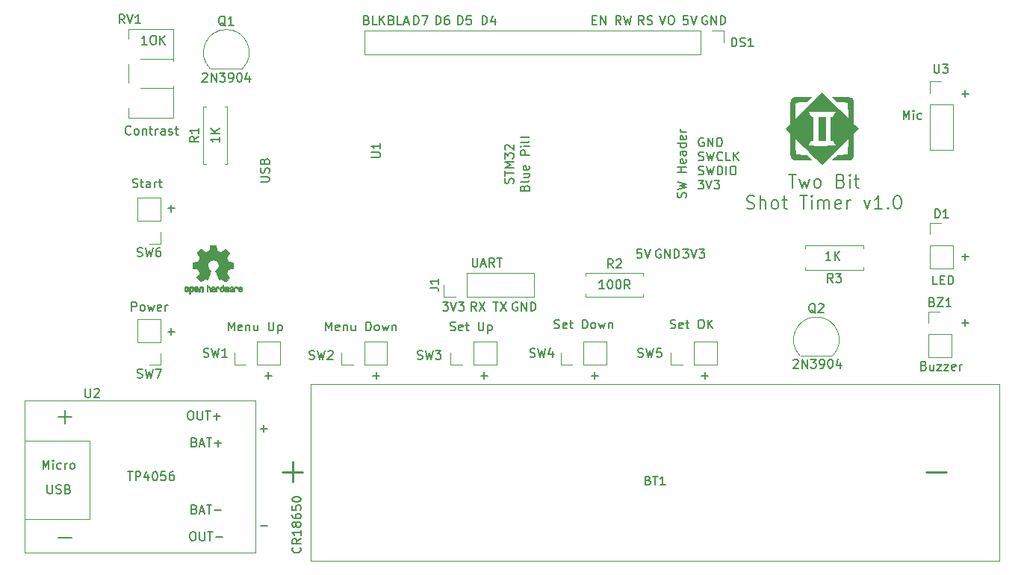
<source format=gbr>
%TF.GenerationSoftware,KiCad,Pcbnew,6.0.1*%
%TF.CreationDate,2022-09-08T21:04:13-04:00*%
%TF.ProjectId,Shot-Timer,53686f74-2d54-4696-9d65-722e6b696361,rev?*%
%TF.SameCoordinates,Original*%
%TF.FileFunction,Legend,Top*%
%TF.FilePolarity,Positive*%
%FSLAX46Y46*%
G04 Gerber Fmt 4.6, Leading zero omitted, Abs format (unit mm)*
G04 Created by KiCad (PCBNEW 6.0.1) date 2022-09-08 21:04:13*
%MOMM*%
%LPD*%
G01*
G04 APERTURE LIST*
%ADD10C,0.150000*%
%ADD11C,0.250000*%
%ADD12C,0.120000*%
%ADD13C,0.010000*%
G04 APERTURE END LIST*
D10*
X111609404Y-74835000D02*
X111514166Y-74787380D01*
X111371309Y-74787380D01*
X111228452Y-74835000D01*
X111133214Y-74930238D01*
X111085595Y-75025476D01*
X111037976Y-75215952D01*
X111037976Y-75358809D01*
X111085595Y-75549285D01*
X111133214Y-75644523D01*
X111228452Y-75739761D01*
X111371309Y-75787380D01*
X111466547Y-75787380D01*
X111609404Y-75739761D01*
X111657023Y-75692142D01*
X111657023Y-75358809D01*
X111466547Y-75358809D01*
X112085595Y-75787380D02*
X112085595Y-74787380D01*
X112657023Y-75787380D01*
X112657023Y-74787380D01*
X113133214Y-75787380D02*
X113133214Y-74787380D01*
X113371309Y-74787380D01*
X113514166Y-74835000D01*
X113609404Y-74930238D01*
X113657023Y-75025476D01*
X113704642Y-75215952D01*
X113704642Y-75358809D01*
X113657023Y-75549285D01*
X113609404Y-75644523D01*
X113514166Y-75739761D01*
X113371309Y-75787380D01*
X113133214Y-75787380D01*
X111037976Y-77349761D02*
X111180833Y-77397380D01*
X111418928Y-77397380D01*
X111514166Y-77349761D01*
X111561785Y-77302142D01*
X111609404Y-77206904D01*
X111609404Y-77111666D01*
X111561785Y-77016428D01*
X111514166Y-76968809D01*
X111418928Y-76921190D01*
X111228452Y-76873571D01*
X111133214Y-76825952D01*
X111085595Y-76778333D01*
X111037976Y-76683095D01*
X111037976Y-76587857D01*
X111085595Y-76492619D01*
X111133214Y-76445000D01*
X111228452Y-76397380D01*
X111466547Y-76397380D01*
X111609404Y-76445000D01*
X111942738Y-76397380D02*
X112180833Y-77397380D01*
X112371309Y-76683095D01*
X112561785Y-77397380D01*
X112799880Y-76397380D01*
X113752261Y-77302142D02*
X113704642Y-77349761D01*
X113561785Y-77397380D01*
X113466547Y-77397380D01*
X113323690Y-77349761D01*
X113228452Y-77254523D01*
X113180833Y-77159285D01*
X113133214Y-76968809D01*
X113133214Y-76825952D01*
X113180833Y-76635476D01*
X113228452Y-76540238D01*
X113323690Y-76445000D01*
X113466547Y-76397380D01*
X113561785Y-76397380D01*
X113704642Y-76445000D01*
X113752261Y-76492619D01*
X114657023Y-77397380D02*
X114180833Y-77397380D01*
X114180833Y-76397380D01*
X114990357Y-77397380D02*
X114990357Y-76397380D01*
X115561785Y-77397380D02*
X115133214Y-76825952D01*
X115561785Y-76397380D02*
X114990357Y-76968809D01*
X111037976Y-78959761D02*
X111180833Y-79007380D01*
X111418928Y-79007380D01*
X111514166Y-78959761D01*
X111561785Y-78912142D01*
X111609404Y-78816904D01*
X111609404Y-78721666D01*
X111561785Y-78626428D01*
X111514166Y-78578809D01*
X111418928Y-78531190D01*
X111228452Y-78483571D01*
X111133214Y-78435952D01*
X111085595Y-78388333D01*
X111037976Y-78293095D01*
X111037976Y-78197857D01*
X111085595Y-78102619D01*
X111133214Y-78055000D01*
X111228452Y-78007380D01*
X111466547Y-78007380D01*
X111609404Y-78055000D01*
X111942738Y-78007380D02*
X112180833Y-79007380D01*
X112371309Y-78293095D01*
X112561785Y-79007380D01*
X112799880Y-78007380D01*
X113180833Y-79007380D02*
X113180833Y-78007380D01*
X113418928Y-78007380D01*
X113561785Y-78055000D01*
X113657023Y-78150238D01*
X113704642Y-78245476D01*
X113752261Y-78435952D01*
X113752261Y-78578809D01*
X113704642Y-78769285D01*
X113657023Y-78864523D01*
X113561785Y-78959761D01*
X113418928Y-79007380D01*
X113180833Y-79007380D01*
X114180833Y-79007380D02*
X114180833Y-78007380D01*
X114847500Y-78007380D02*
X115037976Y-78007380D01*
X115133214Y-78055000D01*
X115228452Y-78150238D01*
X115276071Y-78340714D01*
X115276071Y-78674047D01*
X115228452Y-78864523D01*
X115133214Y-78959761D01*
X115037976Y-79007380D01*
X114847500Y-79007380D01*
X114752261Y-78959761D01*
X114657023Y-78864523D01*
X114609404Y-78674047D01*
X114609404Y-78340714D01*
X114657023Y-78150238D01*
X114752261Y-78055000D01*
X114847500Y-78007380D01*
X110990357Y-79617380D02*
X111609404Y-79617380D01*
X111276071Y-79998333D01*
X111418928Y-79998333D01*
X111514166Y-80045952D01*
X111561785Y-80093571D01*
X111609404Y-80188809D01*
X111609404Y-80426904D01*
X111561785Y-80522142D01*
X111514166Y-80569761D01*
X111418928Y-80617380D01*
X111133214Y-80617380D01*
X111037976Y-80569761D01*
X110990357Y-80522142D01*
X111895119Y-79617380D02*
X112228452Y-80617380D01*
X112561785Y-79617380D01*
X112799880Y-79617380D02*
X113418928Y-79617380D01*
X113085595Y-79998333D01*
X113228452Y-79998333D01*
X113323690Y-80045952D01*
X113371309Y-80093571D01*
X113418928Y-80188809D01*
X113418928Y-80426904D01*
X113371309Y-80522142D01*
X113323690Y-80569761D01*
X113228452Y-80617380D01*
X112942738Y-80617380D01*
X112847500Y-80569761D01*
X112799880Y-80522142D01*
X85404761Y-88452380D02*
X85404761Y-89261904D01*
X85452380Y-89357142D01*
X85500000Y-89404761D01*
X85595238Y-89452380D01*
X85785714Y-89452380D01*
X85880952Y-89404761D01*
X85928571Y-89357142D01*
X85976190Y-89261904D01*
X85976190Y-88452380D01*
X86404761Y-89166666D02*
X86880952Y-89166666D01*
X86309523Y-89452380D02*
X86642857Y-88452380D01*
X86976190Y-89452380D01*
X87880952Y-89452380D02*
X87547619Y-88976190D01*
X87309523Y-89452380D02*
X87309523Y-88452380D01*
X87690476Y-88452380D01*
X87785714Y-88500000D01*
X87833333Y-88547619D01*
X87880952Y-88642857D01*
X87880952Y-88785714D01*
X87833333Y-88880952D01*
X87785714Y-88928571D01*
X87690476Y-88976190D01*
X87309523Y-88976190D01*
X88166666Y-88452380D02*
X88738095Y-88452380D01*
X88452380Y-89452380D02*
X88452380Y-88452380D01*
X138107142Y-91452380D02*
X137630952Y-91452380D01*
X137630952Y-90452380D01*
X138440476Y-90928571D02*
X138773809Y-90928571D01*
X138916666Y-91452380D02*
X138440476Y-91452380D01*
X138440476Y-90452380D01*
X138916666Y-90452380D01*
X139345238Y-91452380D02*
X139345238Y-90452380D01*
X139583333Y-90452380D01*
X139726190Y-90500000D01*
X139821428Y-90595238D01*
X139869047Y-90690476D01*
X139916666Y-90880952D01*
X139916666Y-91023809D01*
X139869047Y-91214285D01*
X139821428Y-91309523D01*
X139726190Y-91404761D01*
X139583333Y-91452380D01*
X139345238Y-91452380D01*
X86369047Y-101821428D02*
X87130952Y-101821428D01*
X86750000Y-102202380D02*
X86750000Y-101440476D01*
X82011904Y-93452380D02*
X82630952Y-93452380D01*
X82297619Y-93833333D01*
X82440476Y-93833333D01*
X82535714Y-93880952D01*
X82583333Y-93928571D01*
X82630952Y-94023809D01*
X82630952Y-94261904D01*
X82583333Y-94357142D01*
X82535714Y-94404761D01*
X82440476Y-94452380D01*
X82154761Y-94452380D01*
X82059523Y-94404761D01*
X82011904Y-94357142D01*
X82916666Y-93452380D02*
X83250000Y-94452380D01*
X83583333Y-93452380D01*
X83821428Y-93452380D02*
X84440476Y-93452380D01*
X84107142Y-93833333D01*
X84250000Y-93833333D01*
X84345238Y-93880952D01*
X84392857Y-93928571D01*
X84440476Y-94023809D01*
X84440476Y-94261904D01*
X84392857Y-94357142D01*
X84345238Y-94404761D01*
X84250000Y-94452380D01*
X83964285Y-94452380D01*
X83869047Y-94404761D01*
X83821428Y-94357142D01*
X56702380Y-74714285D02*
X56702380Y-75285714D01*
X56702380Y-75000000D02*
X55702380Y-75000000D01*
X55845238Y-75095238D01*
X55940476Y-75190476D01*
X55988095Y-75285714D01*
X56702380Y-74285714D02*
X55702380Y-74285714D01*
X56702380Y-73714285D02*
X56130952Y-74142857D01*
X55702380Y-73714285D02*
X56273809Y-74285714D01*
X140869047Y-69821428D02*
X141630952Y-69821428D01*
X141250000Y-70202380D02*
X141250000Y-69440476D01*
D11*
X63857142Y-112714285D02*
X66142857Y-112714285D01*
X65000000Y-113857142D02*
X65000000Y-111571428D01*
D10*
X98869047Y-101821428D02*
X99630952Y-101821428D01*
X99250000Y-102202380D02*
X99250000Y-101440476D01*
X109809523Y-60952380D02*
X109333333Y-60952380D01*
X109285714Y-61428571D01*
X109333333Y-61380952D01*
X109428571Y-61333333D01*
X109666666Y-61333333D01*
X109761904Y-61380952D01*
X109809523Y-61428571D01*
X109857142Y-61523809D01*
X109857142Y-61761904D01*
X109809523Y-61857142D01*
X109761904Y-61904761D01*
X109666666Y-61952380D01*
X109428571Y-61952380D01*
X109333333Y-61904761D01*
X109285714Y-61857142D01*
X110142857Y-60952380D02*
X110476190Y-61952380D01*
X110809523Y-60952380D01*
X111369047Y-101821428D02*
X112130952Y-101821428D01*
X111750000Y-102202380D02*
X111750000Y-101440476D01*
X61369047Y-107821428D02*
X62130952Y-107821428D01*
X61750000Y-108202380D02*
X61750000Y-107440476D01*
X46880952Y-80404761D02*
X47023809Y-80452380D01*
X47261904Y-80452380D01*
X47357142Y-80404761D01*
X47404761Y-80357142D01*
X47452380Y-80261904D01*
X47452380Y-80166666D01*
X47404761Y-80071428D01*
X47357142Y-80023809D01*
X47261904Y-79976190D01*
X47071428Y-79928571D01*
X46976190Y-79880952D01*
X46928571Y-79833333D01*
X46880952Y-79738095D01*
X46880952Y-79642857D01*
X46928571Y-79547619D01*
X46976190Y-79500000D01*
X47071428Y-79452380D01*
X47309523Y-79452380D01*
X47452380Y-79500000D01*
X47738095Y-79785714D02*
X48119047Y-79785714D01*
X47880952Y-79452380D02*
X47880952Y-80309523D01*
X47928571Y-80404761D01*
X48023809Y-80452380D01*
X48119047Y-80452380D01*
X48880952Y-80452380D02*
X48880952Y-79928571D01*
X48833333Y-79833333D01*
X48738095Y-79785714D01*
X48547619Y-79785714D01*
X48452380Y-79833333D01*
X48880952Y-80404761D02*
X48785714Y-80452380D01*
X48547619Y-80452380D01*
X48452380Y-80404761D01*
X48404761Y-80309523D01*
X48404761Y-80214285D01*
X48452380Y-80119047D01*
X48547619Y-80071428D01*
X48785714Y-80071428D01*
X48880952Y-80023809D01*
X49357142Y-80452380D02*
X49357142Y-79785714D01*
X49357142Y-79976190D02*
X49404761Y-79880952D01*
X49452380Y-79833333D01*
X49547619Y-79785714D01*
X49642857Y-79785714D01*
X49833333Y-79785714D02*
X50214285Y-79785714D01*
X49976190Y-79452380D02*
X49976190Y-80309523D01*
X50023809Y-80404761D01*
X50119047Y-80452380D01*
X50214285Y-80452380D01*
X121785714Y-100047619D02*
X121833333Y-100000000D01*
X121928571Y-99952380D01*
X122166666Y-99952380D01*
X122261904Y-100000000D01*
X122309523Y-100047619D01*
X122357142Y-100142857D01*
X122357142Y-100238095D01*
X122309523Y-100380952D01*
X121738095Y-100952380D01*
X122357142Y-100952380D01*
X122785714Y-100952380D02*
X122785714Y-99952380D01*
X123357142Y-100952380D01*
X123357142Y-99952380D01*
X123738095Y-99952380D02*
X124357142Y-99952380D01*
X124023809Y-100333333D01*
X124166666Y-100333333D01*
X124261904Y-100380952D01*
X124309523Y-100428571D01*
X124357142Y-100523809D01*
X124357142Y-100761904D01*
X124309523Y-100857142D01*
X124261904Y-100904761D01*
X124166666Y-100952380D01*
X123880952Y-100952380D01*
X123785714Y-100904761D01*
X123738095Y-100857142D01*
X124833333Y-100952380D02*
X125023809Y-100952380D01*
X125119047Y-100904761D01*
X125166666Y-100857142D01*
X125261904Y-100714285D01*
X125309523Y-100523809D01*
X125309523Y-100142857D01*
X125261904Y-100047619D01*
X125214285Y-100000000D01*
X125119047Y-99952380D01*
X124928571Y-99952380D01*
X124833333Y-100000000D01*
X124785714Y-100047619D01*
X124738095Y-100142857D01*
X124738095Y-100380952D01*
X124785714Y-100476190D01*
X124833333Y-100523809D01*
X124928571Y-100571428D01*
X125119047Y-100571428D01*
X125214285Y-100523809D01*
X125261904Y-100476190D01*
X125309523Y-100380952D01*
X125928571Y-99952380D02*
X126023809Y-99952380D01*
X126119047Y-100000000D01*
X126166666Y-100047619D01*
X126214285Y-100142857D01*
X126261904Y-100333333D01*
X126261904Y-100571428D01*
X126214285Y-100761904D01*
X126166666Y-100857142D01*
X126119047Y-100904761D01*
X126023809Y-100952380D01*
X125928571Y-100952380D01*
X125833333Y-100904761D01*
X125785714Y-100857142D01*
X125738095Y-100761904D01*
X125690476Y-100571428D01*
X125690476Y-100333333D01*
X125738095Y-100142857D01*
X125785714Y-100047619D01*
X125833333Y-100000000D01*
X125928571Y-99952380D01*
X127119047Y-100285714D02*
X127119047Y-100952380D01*
X126880952Y-99904761D02*
X126642857Y-100619047D01*
X127261904Y-100619047D01*
X121250000Y-78971071D02*
X122107142Y-78971071D01*
X121678571Y-80471071D02*
X121678571Y-78971071D01*
X122464285Y-79471071D02*
X122750000Y-80471071D01*
X123035714Y-79756785D01*
X123321428Y-80471071D01*
X123607142Y-79471071D01*
X124392857Y-80471071D02*
X124250000Y-80399642D01*
X124178571Y-80328214D01*
X124107142Y-80185357D01*
X124107142Y-79756785D01*
X124178571Y-79613928D01*
X124250000Y-79542500D01*
X124392857Y-79471071D01*
X124607142Y-79471071D01*
X124750000Y-79542500D01*
X124821428Y-79613928D01*
X124892857Y-79756785D01*
X124892857Y-80185357D01*
X124821428Y-80328214D01*
X124750000Y-80399642D01*
X124607142Y-80471071D01*
X124392857Y-80471071D01*
X127178571Y-79685357D02*
X127392857Y-79756785D01*
X127464285Y-79828214D01*
X127535714Y-79971071D01*
X127535714Y-80185357D01*
X127464285Y-80328214D01*
X127392857Y-80399642D01*
X127250000Y-80471071D01*
X126678571Y-80471071D01*
X126678571Y-78971071D01*
X127178571Y-78971071D01*
X127321428Y-79042500D01*
X127392857Y-79113928D01*
X127464285Y-79256785D01*
X127464285Y-79399642D01*
X127392857Y-79542500D01*
X127321428Y-79613928D01*
X127178571Y-79685357D01*
X126678571Y-79685357D01*
X128178571Y-80471071D02*
X128178571Y-79471071D01*
X128178571Y-78971071D02*
X128107142Y-79042500D01*
X128178571Y-79113928D01*
X128250000Y-79042500D01*
X128178571Y-78971071D01*
X128178571Y-79113928D01*
X128678571Y-79471071D02*
X129250000Y-79471071D01*
X128892857Y-78971071D02*
X128892857Y-80256785D01*
X128964285Y-80399642D01*
X129107142Y-80471071D01*
X129250000Y-80471071D01*
X116500000Y-82814642D02*
X116714285Y-82886071D01*
X117071428Y-82886071D01*
X117214285Y-82814642D01*
X117285714Y-82743214D01*
X117357142Y-82600357D01*
X117357142Y-82457500D01*
X117285714Y-82314642D01*
X117214285Y-82243214D01*
X117071428Y-82171785D01*
X116785714Y-82100357D01*
X116642857Y-82028928D01*
X116571428Y-81957500D01*
X116500000Y-81814642D01*
X116500000Y-81671785D01*
X116571428Y-81528928D01*
X116642857Y-81457500D01*
X116785714Y-81386071D01*
X117142857Y-81386071D01*
X117357142Y-81457500D01*
X118000000Y-82886071D02*
X118000000Y-81386071D01*
X118642857Y-82886071D02*
X118642857Y-82100357D01*
X118571428Y-81957500D01*
X118428571Y-81886071D01*
X118214285Y-81886071D01*
X118071428Y-81957500D01*
X118000000Y-82028928D01*
X119571428Y-82886071D02*
X119428571Y-82814642D01*
X119357142Y-82743214D01*
X119285714Y-82600357D01*
X119285714Y-82171785D01*
X119357142Y-82028928D01*
X119428571Y-81957500D01*
X119571428Y-81886071D01*
X119785714Y-81886071D01*
X119928571Y-81957500D01*
X120000000Y-82028928D01*
X120071428Y-82171785D01*
X120071428Y-82600357D01*
X120000000Y-82743214D01*
X119928571Y-82814642D01*
X119785714Y-82886071D01*
X119571428Y-82886071D01*
X120500000Y-81886071D02*
X121071428Y-81886071D01*
X120714285Y-81386071D02*
X120714285Y-82671785D01*
X120785714Y-82814642D01*
X120928571Y-82886071D01*
X121071428Y-82886071D01*
X122500000Y-81386071D02*
X123357142Y-81386071D01*
X122928571Y-82886071D02*
X122928571Y-81386071D01*
X123857142Y-82886071D02*
X123857142Y-81886071D01*
X123857142Y-81386071D02*
X123785714Y-81457500D01*
X123857142Y-81528928D01*
X123928571Y-81457500D01*
X123857142Y-81386071D01*
X123857142Y-81528928D01*
X124571428Y-82886071D02*
X124571428Y-81886071D01*
X124571428Y-82028928D02*
X124642857Y-81957500D01*
X124785714Y-81886071D01*
X125000000Y-81886071D01*
X125142857Y-81957500D01*
X125214285Y-82100357D01*
X125214285Y-82886071D01*
X125214285Y-82100357D02*
X125285714Y-81957500D01*
X125428571Y-81886071D01*
X125642857Y-81886071D01*
X125785714Y-81957500D01*
X125857142Y-82100357D01*
X125857142Y-82886071D01*
X127142857Y-82814642D02*
X127000000Y-82886071D01*
X126714285Y-82886071D01*
X126571428Y-82814642D01*
X126500000Y-82671785D01*
X126500000Y-82100357D01*
X126571428Y-81957500D01*
X126714285Y-81886071D01*
X127000000Y-81886071D01*
X127142857Y-81957500D01*
X127214285Y-82100357D01*
X127214285Y-82243214D01*
X126500000Y-82386071D01*
X127857142Y-82886071D02*
X127857142Y-81886071D01*
X127857142Y-82171785D02*
X127928571Y-82028928D01*
X128000000Y-81957500D01*
X128142857Y-81886071D01*
X128285714Y-81886071D01*
X129785714Y-81886071D02*
X130142857Y-82886071D01*
X130500000Y-81886071D01*
X131857142Y-82886071D02*
X131000000Y-82886071D01*
X131428571Y-82886071D02*
X131428571Y-81386071D01*
X131285714Y-81600357D01*
X131142857Y-81743214D01*
X131000000Y-81814642D01*
X132500000Y-82743214D02*
X132571428Y-82814642D01*
X132500000Y-82886071D01*
X132428571Y-82814642D01*
X132500000Y-82743214D01*
X132500000Y-82886071D01*
X133500000Y-81386071D02*
X133642857Y-81386071D01*
X133785714Y-81457500D01*
X133857142Y-81528928D01*
X133928571Y-81671785D01*
X134000000Y-81957500D01*
X134000000Y-82314642D01*
X133928571Y-82600357D01*
X133857142Y-82743214D01*
X133785714Y-82814642D01*
X133642857Y-82886071D01*
X133500000Y-82886071D01*
X133357142Y-82814642D01*
X133285714Y-82743214D01*
X133214285Y-82600357D01*
X133142857Y-82314642D01*
X133142857Y-81957500D01*
X133214285Y-81671785D01*
X133285714Y-81528928D01*
X133357142Y-81457500D01*
X133500000Y-81386071D01*
X140869047Y-95821428D02*
X141630952Y-95821428D01*
X141250000Y-96202380D02*
X141250000Y-95440476D01*
X48511904Y-64202380D02*
X47940476Y-64202380D01*
X48226190Y-64202380D02*
X48226190Y-63202380D01*
X48130952Y-63345238D01*
X48035714Y-63440476D01*
X47940476Y-63488095D01*
X49130952Y-63202380D02*
X49321428Y-63202380D01*
X49416666Y-63250000D01*
X49511904Y-63345238D01*
X49559523Y-63535714D01*
X49559523Y-63869047D01*
X49511904Y-64059523D01*
X49416666Y-64154761D01*
X49321428Y-64202380D01*
X49130952Y-64202380D01*
X49035714Y-64154761D01*
X48940476Y-64059523D01*
X48892857Y-63869047D01*
X48892857Y-63535714D01*
X48940476Y-63345238D01*
X49035714Y-63250000D01*
X49130952Y-63202380D01*
X49988095Y-64202380D02*
X49988095Y-63202380D01*
X50559523Y-64202380D02*
X50130952Y-63630952D01*
X50559523Y-63202380D02*
X49988095Y-63773809D01*
X82892857Y-96654761D02*
X83035714Y-96702380D01*
X83273809Y-96702380D01*
X83369047Y-96654761D01*
X83416666Y-96607142D01*
X83464285Y-96511904D01*
X83464285Y-96416666D01*
X83416666Y-96321428D01*
X83369047Y-96273809D01*
X83273809Y-96226190D01*
X83083333Y-96178571D01*
X82988095Y-96130952D01*
X82940476Y-96083333D01*
X82892857Y-95988095D01*
X82892857Y-95892857D01*
X82940476Y-95797619D01*
X82988095Y-95750000D01*
X83083333Y-95702380D01*
X83321428Y-95702380D01*
X83464285Y-95750000D01*
X84273809Y-96654761D02*
X84178571Y-96702380D01*
X83988095Y-96702380D01*
X83892857Y-96654761D01*
X83845238Y-96559523D01*
X83845238Y-96178571D01*
X83892857Y-96083333D01*
X83988095Y-96035714D01*
X84178571Y-96035714D01*
X84273809Y-96083333D01*
X84321428Y-96178571D01*
X84321428Y-96273809D01*
X83845238Y-96369047D01*
X84607142Y-96035714D02*
X84988095Y-96035714D01*
X84750000Y-95702380D02*
X84750000Y-96559523D01*
X84797619Y-96654761D01*
X84892857Y-96702380D01*
X84988095Y-96702380D01*
X86083333Y-95702380D02*
X86083333Y-96511904D01*
X86130952Y-96607142D01*
X86178571Y-96654761D01*
X86273809Y-96702380D01*
X86464285Y-96702380D01*
X86559523Y-96654761D01*
X86607142Y-96607142D01*
X86654761Y-96511904D01*
X86654761Y-95702380D01*
X87130952Y-96035714D02*
X87130952Y-97035714D01*
X87130952Y-96083333D02*
X87226190Y-96035714D01*
X87416666Y-96035714D01*
X87511904Y-96083333D01*
X87559523Y-96130952D01*
X87607142Y-96226190D01*
X87607142Y-96511904D01*
X87559523Y-96607142D01*
X87511904Y-96654761D01*
X87416666Y-96702380D01*
X87226190Y-96702380D01*
X87130952Y-96654761D01*
X61369047Y-118821428D02*
X62130952Y-118821428D01*
X86511904Y-61952380D02*
X86511904Y-60952380D01*
X86750000Y-60952380D01*
X86892857Y-61000000D01*
X86988095Y-61095238D01*
X87035714Y-61190476D01*
X87083333Y-61380952D01*
X87083333Y-61523809D01*
X87035714Y-61714285D01*
X86988095Y-61809523D01*
X86892857Y-61904761D01*
X86750000Y-61952380D01*
X86511904Y-61952380D01*
X87940476Y-61285714D02*
X87940476Y-61952380D01*
X87702380Y-60904761D02*
X87464285Y-61619047D01*
X88083333Y-61619047D01*
X109261904Y-87452380D02*
X109880952Y-87452380D01*
X109547619Y-87833333D01*
X109690476Y-87833333D01*
X109785714Y-87880952D01*
X109833333Y-87928571D01*
X109880952Y-88023809D01*
X109880952Y-88261904D01*
X109833333Y-88357142D01*
X109785714Y-88404761D01*
X109690476Y-88452380D01*
X109404761Y-88452380D01*
X109309523Y-88404761D01*
X109261904Y-88357142D01*
X110166666Y-87452380D02*
X110500000Y-88452380D01*
X110833333Y-87452380D01*
X111071428Y-87452380D02*
X111690476Y-87452380D01*
X111357142Y-87833333D01*
X111500000Y-87833333D01*
X111595238Y-87880952D01*
X111642857Y-87928571D01*
X111690476Y-88023809D01*
X111690476Y-88261904D01*
X111642857Y-88357142D01*
X111595238Y-88404761D01*
X111500000Y-88452380D01*
X111214285Y-88452380D01*
X111119047Y-88404761D01*
X111071428Y-88357142D01*
X85833333Y-94452380D02*
X85500000Y-93976190D01*
X85261904Y-94452380D02*
X85261904Y-93452380D01*
X85642857Y-93452380D01*
X85738095Y-93500000D01*
X85785714Y-93547619D01*
X85833333Y-93642857D01*
X85833333Y-93785714D01*
X85785714Y-93880952D01*
X85738095Y-93928571D01*
X85642857Y-93976190D01*
X85261904Y-93976190D01*
X86166666Y-93452380D02*
X86833333Y-94452380D01*
X86833333Y-93452380D02*
X86166666Y-94452380D01*
X65857142Y-121321428D02*
X65904761Y-121369047D01*
X65952380Y-121511904D01*
X65952380Y-121607142D01*
X65904761Y-121750000D01*
X65809523Y-121845238D01*
X65714285Y-121892857D01*
X65523809Y-121940476D01*
X65380952Y-121940476D01*
X65190476Y-121892857D01*
X65095238Y-121845238D01*
X65000000Y-121750000D01*
X64952380Y-121607142D01*
X64952380Y-121511904D01*
X65000000Y-121369047D01*
X65047619Y-121321428D01*
X65952380Y-120321428D02*
X65476190Y-120654761D01*
X65952380Y-120892857D02*
X64952380Y-120892857D01*
X64952380Y-120511904D01*
X65000000Y-120416666D01*
X65047619Y-120369047D01*
X65142857Y-120321428D01*
X65285714Y-120321428D01*
X65380952Y-120369047D01*
X65428571Y-120416666D01*
X65476190Y-120511904D01*
X65476190Y-120892857D01*
X65952380Y-119369047D02*
X65952380Y-119940476D01*
X65952380Y-119654761D02*
X64952380Y-119654761D01*
X65095238Y-119750000D01*
X65190476Y-119845238D01*
X65238095Y-119940476D01*
X65380952Y-118797619D02*
X65333333Y-118892857D01*
X65285714Y-118940476D01*
X65190476Y-118988095D01*
X65142857Y-118988095D01*
X65047619Y-118940476D01*
X65000000Y-118892857D01*
X64952380Y-118797619D01*
X64952380Y-118607142D01*
X65000000Y-118511904D01*
X65047619Y-118464285D01*
X65142857Y-118416666D01*
X65190476Y-118416666D01*
X65285714Y-118464285D01*
X65333333Y-118511904D01*
X65380952Y-118607142D01*
X65380952Y-118797619D01*
X65428571Y-118892857D01*
X65476190Y-118940476D01*
X65571428Y-118988095D01*
X65761904Y-118988095D01*
X65857142Y-118940476D01*
X65904761Y-118892857D01*
X65952380Y-118797619D01*
X65952380Y-118607142D01*
X65904761Y-118511904D01*
X65857142Y-118464285D01*
X65761904Y-118416666D01*
X65571428Y-118416666D01*
X65476190Y-118464285D01*
X65428571Y-118511904D01*
X65380952Y-118607142D01*
X64952380Y-117559523D02*
X64952380Y-117750000D01*
X65000000Y-117845238D01*
X65047619Y-117892857D01*
X65190476Y-117988095D01*
X65380952Y-118035714D01*
X65761904Y-118035714D01*
X65857142Y-117988095D01*
X65904761Y-117940476D01*
X65952380Y-117845238D01*
X65952380Y-117654761D01*
X65904761Y-117559523D01*
X65857142Y-117511904D01*
X65761904Y-117464285D01*
X65523809Y-117464285D01*
X65428571Y-117511904D01*
X65380952Y-117559523D01*
X65333333Y-117654761D01*
X65333333Y-117845238D01*
X65380952Y-117940476D01*
X65428571Y-117988095D01*
X65523809Y-118035714D01*
X64952380Y-116559523D02*
X64952380Y-117035714D01*
X65428571Y-117083333D01*
X65380952Y-117035714D01*
X65333333Y-116940476D01*
X65333333Y-116702380D01*
X65380952Y-116607142D01*
X65428571Y-116559523D01*
X65523809Y-116511904D01*
X65761904Y-116511904D01*
X65857142Y-116559523D01*
X65904761Y-116607142D01*
X65952380Y-116702380D01*
X65952380Y-116940476D01*
X65904761Y-117035714D01*
X65857142Y-117083333D01*
X64952380Y-115892857D02*
X64952380Y-115797619D01*
X65000000Y-115702380D01*
X65047619Y-115654761D01*
X65142857Y-115607142D01*
X65333333Y-115559523D01*
X65571428Y-115559523D01*
X65761904Y-115607142D01*
X65857142Y-115654761D01*
X65904761Y-115702380D01*
X65952380Y-115797619D01*
X65952380Y-115892857D01*
X65904761Y-115988095D01*
X65857142Y-116035714D01*
X65761904Y-116083333D01*
X65571428Y-116130952D01*
X65333333Y-116130952D01*
X65142857Y-116083333D01*
X65047619Y-116035714D01*
X65000000Y-115988095D01*
X64952380Y-115892857D01*
X134250000Y-72702380D02*
X134250000Y-71702380D01*
X134583333Y-72416666D01*
X134916666Y-71702380D01*
X134916666Y-72702380D01*
X135392857Y-72702380D02*
X135392857Y-72035714D01*
X135392857Y-71702380D02*
X135345238Y-71750000D01*
X135392857Y-71797619D01*
X135440476Y-71750000D01*
X135392857Y-71702380D01*
X135392857Y-71797619D01*
X136297619Y-72654761D02*
X136202380Y-72702380D01*
X136011904Y-72702380D01*
X135916666Y-72654761D01*
X135869047Y-72607142D01*
X135821428Y-72511904D01*
X135821428Y-72226190D01*
X135869047Y-72130952D01*
X135916666Y-72083333D01*
X136011904Y-72035714D01*
X136202380Y-72035714D01*
X136297619Y-72083333D01*
X94690476Y-96404761D02*
X94833333Y-96452380D01*
X95071428Y-96452380D01*
X95166666Y-96404761D01*
X95214285Y-96357142D01*
X95261904Y-96261904D01*
X95261904Y-96166666D01*
X95214285Y-96071428D01*
X95166666Y-96023809D01*
X95071428Y-95976190D01*
X94880952Y-95928571D01*
X94785714Y-95880952D01*
X94738095Y-95833333D01*
X94690476Y-95738095D01*
X94690476Y-95642857D01*
X94738095Y-95547619D01*
X94785714Y-95500000D01*
X94880952Y-95452380D01*
X95119047Y-95452380D01*
X95261904Y-95500000D01*
X96071428Y-96404761D02*
X95976190Y-96452380D01*
X95785714Y-96452380D01*
X95690476Y-96404761D01*
X95642857Y-96309523D01*
X95642857Y-95928571D01*
X95690476Y-95833333D01*
X95785714Y-95785714D01*
X95976190Y-95785714D01*
X96071428Y-95833333D01*
X96119047Y-95928571D01*
X96119047Y-96023809D01*
X95642857Y-96119047D01*
X96404761Y-95785714D02*
X96785714Y-95785714D01*
X96547619Y-95452380D02*
X96547619Y-96309523D01*
X96595238Y-96404761D01*
X96690476Y-96452380D01*
X96785714Y-96452380D01*
X97880952Y-96452380D02*
X97880952Y-95452380D01*
X98119047Y-95452380D01*
X98261904Y-95500000D01*
X98357142Y-95595238D01*
X98404761Y-95690476D01*
X98452380Y-95880952D01*
X98452380Y-96023809D01*
X98404761Y-96214285D01*
X98357142Y-96309523D01*
X98261904Y-96404761D01*
X98119047Y-96452380D01*
X97880952Y-96452380D01*
X99023809Y-96452380D02*
X98928571Y-96404761D01*
X98880952Y-96357142D01*
X98833333Y-96261904D01*
X98833333Y-95976190D01*
X98880952Y-95880952D01*
X98928571Y-95833333D01*
X99023809Y-95785714D01*
X99166666Y-95785714D01*
X99261904Y-95833333D01*
X99309523Y-95880952D01*
X99357142Y-95976190D01*
X99357142Y-96261904D01*
X99309523Y-96357142D01*
X99261904Y-96404761D01*
X99166666Y-96452380D01*
X99023809Y-96452380D01*
X99690476Y-95785714D02*
X99880952Y-96452380D01*
X100071428Y-95976190D01*
X100261904Y-96452380D01*
X100452380Y-95785714D01*
X100833333Y-95785714D02*
X100833333Y-96452380D01*
X100833333Y-95880952D02*
X100880952Y-95833333D01*
X100976190Y-95785714D01*
X101119047Y-95785714D01*
X101214285Y-95833333D01*
X101261904Y-95928571D01*
X101261904Y-96452380D01*
X106642857Y-60952380D02*
X106976190Y-61952380D01*
X107309523Y-60952380D01*
X107833333Y-60952380D02*
X108023809Y-60952380D01*
X108119047Y-61000000D01*
X108214285Y-61095238D01*
X108261904Y-61285714D01*
X108261904Y-61619047D01*
X108214285Y-61809523D01*
X108119047Y-61904761D01*
X108023809Y-61952380D01*
X107833333Y-61952380D01*
X107738095Y-61904761D01*
X107642857Y-61809523D01*
X107595238Y-61619047D01*
X107595238Y-61285714D01*
X107642857Y-61095238D01*
X107738095Y-61000000D01*
X107833333Y-60952380D01*
D11*
X136857142Y-112714285D02*
X139142857Y-112714285D01*
D10*
X87738095Y-93452380D02*
X88309523Y-93452380D01*
X88023809Y-94452380D02*
X88023809Y-93452380D01*
X88547619Y-93452380D02*
X89214285Y-94452380D01*
X89214285Y-93452380D02*
X88547619Y-94452380D01*
X106738095Y-87500000D02*
X106642857Y-87452380D01*
X106500000Y-87452380D01*
X106357142Y-87500000D01*
X106261904Y-87595238D01*
X106214285Y-87690476D01*
X106166666Y-87880952D01*
X106166666Y-88023809D01*
X106214285Y-88214285D01*
X106261904Y-88309523D01*
X106357142Y-88404761D01*
X106500000Y-88452380D01*
X106595238Y-88452380D01*
X106738095Y-88404761D01*
X106785714Y-88357142D01*
X106785714Y-88023809D01*
X106595238Y-88023809D01*
X107214285Y-88452380D02*
X107214285Y-87452380D01*
X107785714Y-88452380D01*
X107785714Y-87452380D01*
X108261904Y-88452380D02*
X108261904Y-87452380D01*
X108500000Y-87452380D01*
X108642857Y-87500000D01*
X108738095Y-87595238D01*
X108785714Y-87690476D01*
X108833333Y-87880952D01*
X108833333Y-88023809D01*
X108785714Y-88214285D01*
X108738095Y-88309523D01*
X108642857Y-88404761D01*
X108500000Y-88452380D01*
X108261904Y-88452380D01*
X68773809Y-96702380D02*
X68773809Y-95702380D01*
X69107142Y-96416666D01*
X69440476Y-95702380D01*
X69440476Y-96702380D01*
X70297619Y-96654761D02*
X70202380Y-96702380D01*
X70011904Y-96702380D01*
X69916666Y-96654761D01*
X69869047Y-96559523D01*
X69869047Y-96178571D01*
X69916666Y-96083333D01*
X70011904Y-96035714D01*
X70202380Y-96035714D01*
X70297619Y-96083333D01*
X70345238Y-96178571D01*
X70345238Y-96273809D01*
X69869047Y-96369047D01*
X70773809Y-96035714D02*
X70773809Y-96702380D01*
X70773809Y-96130952D02*
X70821428Y-96083333D01*
X70916666Y-96035714D01*
X71059523Y-96035714D01*
X71154761Y-96083333D01*
X71202380Y-96178571D01*
X71202380Y-96702380D01*
X72107142Y-96035714D02*
X72107142Y-96702380D01*
X71678571Y-96035714D02*
X71678571Y-96559523D01*
X71726190Y-96654761D01*
X71821428Y-96702380D01*
X71964285Y-96702380D01*
X72059523Y-96654761D01*
X72107142Y-96607142D01*
X73345238Y-96702380D02*
X73345238Y-95702380D01*
X73583333Y-95702380D01*
X73726190Y-95750000D01*
X73821428Y-95845238D01*
X73869047Y-95940476D01*
X73916666Y-96130952D01*
X73916666Y-96273809D01*
X73869047Y-96464285D01*
X73821428Y-96559523D01*
X73726190Y-96654761D01*
X73583333Y-96702380D01*
X73345238Y-96702380D01*
X74488095Y-96702380D02*
X74392857Y-96654761D01*
X74345238Y-96607142D01*
X74297619Y-96511904D01*
X74297619Y-96226190D01*
X74345238Y-96130952D01*
X74392857Y-96083333D01*
X74488095Y-96035714D01*
X74630952Y-96035714D01*
X74726190Y-96083333D01*
X74773809Y-96130952D01*
X74821428Y-96226190D01*
X74821428Y-96511904D01*
X74773809Y-96607142D01*
X74726190Y-96654761D01*
X74630952Y-96702380D01*
X74488095Y-96702380D01*
X75154761Y-96035714D02*
X75345238Y-96702380D01*
X75535714Y-96226190D01*
X75726190Y-96702380D01*
X75916666Y-96035714D01*
X76297619Y-96035714D02*
X76297619Y-96702380D01*
X76297619Y-96130952D02*
X76345238Y-96083333D01*
X76440476Y-96035714D01*
X76583333Y-96035714D01*
X76678571Y-96083333D01*
X76726190Y-96178571D01*
X76726190Y-96702380D01*
X90488095Y-93500000D02*
X90392857Y-93452380D01*
X90250000Y-93452380D01*
X90107142Y-93500000D01*
X90011904Y-93595238D01*
X89964285Y-93690476D01*
X89916666Y-93880952D01*
X89916666Y-94023809D01*
X89964285Y-94214285D01*
X90011904Y-94309523D01*
X90107142Y-94404761D01*
X90250000Y-94452380D01*
X90345238Y-94452380D01*
X90488095Y-94404761D01*
X90535714Y-94357142D01*
X90535714Y-94023809D01*
X90345238Y-94023809D01*
X90964285Y-94452380D02*
X90964285Y-93452380D01*
X91535714Y-94452380D01*
X91535714Y-93452380D01*
X92011904Y-94452380D02*
X92011904Y-93452380D01*
X92250000Y-93452380D01*
X92392857Y-93500000D01*
X92488095Y-93595238D01*
X92535714Y-93690476D01*
X92583333Y-93880952D01*
X92583333Y-94023809D01*
X92535714Y-94214285D01*
X92488095Y-94309523D01*
X92392857Y-94404761D01*
X92250000Y-94452380D01*
X92011904Y-94452380D01*
X126035714Y-88702380D02*
X125464285Y-88702380D01*
X125750000Y-88702380D02*
X125750000Y-87702380D01*
X125654761Y-87845238D01*
X125559523Y-87940476D01*
X125464285Y-87988095D01*
X126464285Y-88702380D02*
X126464285Y-87702380D01*
X127035714Y-88702380D02*
X126607142Y-88130952D01*
X127035714Y-87702380D02*
X126464285Y-88273809D01*
X102238095Y-61952380D02*
X101904761Y-61476190D01*
X101666666Y-61952380D02*
X101666666Y-60952380D01*
X102047619Y-60952380D01*
X102142857Y-61000000D01*
X102190476Y-61047619D01*
X102238095Y-61142857D01*
X102238095Y-61285714D01*
X102190476Y-61380952D01*
X102142857Y-61428571D01*
X102047619Y-61476190D01*
X101666666Y-61476190D01*
X102571428Y-60952380D02*
X102809523Y-61952380D01*
X103000000Y-61238095D01*
X103190476Y-61952380D01*
X103428571Y-60952380D01*
X50869047Y-96821428D02*
X51630952Y-96821428D01*
X51250000Y-97202380D02*
X51250000Y-96440476D01*
X46309523Y-112702380D02*
X46880952Y-112702380D01*
X46595238Y-113702380D02*
X46595238Y-112702380D01*
X47214285Y-113702380D02*
X47214285Y-112702380D01*
X47595238Y-112702380D01*
X47690476Y-112750000D01*
X47738095Y-112797619D01*
X47785714Y-112892857D01*
X47785714Y-113035714D01*
X47738095Y-113130952D01*
X47690476Y-113178571D01*
X47595238Y-113226190D01*
X47214285Y-113226190D01*
X48642857Y-113035714D02*
X48642857Y-113702380D01*
X48404761Y-112654761D02*
X48166666Y-113369047D01*
X48785714Y-113369047D01*
X49357142Y-112702380D02*
X49452380Y-112702380D01*
X49547619Y-112750000D01*
X49595238Y-112797619D01*
X49642857Y-112892857D01*
X49690476Y-113083333D01*
X49690476Y-113321428D01*
X49642857Y-113511904D01*
X49595238Y-113607142D01*
X49547619Y-113654761D01*
X49452380Y-113702380D01*
X49357142Y-113702380D01*
X49261904Y-113654761D01*
X49214285Y-113607142D01*
X49166666Y-113511904D01*
X49119047Y-113321428D01*
X49119047Y-113083333D01*
X49166666Y-112892857D01*
X49214285Y-112797619D01*
X49261904Y-112750000D01*
X49357142Y-112702380D01*
X50595238Y-112702380D02*
X50119047Y-112702380D01*
X50071428Y-113178571D01*
X50119047Y-113130952D01*
X50214285Y-113083333D01*
X50452380Y-113083333D01*
X50547619Y-113130952D01*
X50595238Y-113178571D01*
X50642857Y-113273809D01*
X50642857Y-113511904D01*
X50595238Y-113607142D01*
X50547619Y-113654761D01*
X50452380Y-113702380D01*
X50214285Y-113702380D01*
X50119047Y-113654761D01*
X50071428Y-113607142D01*
X51500000Y-112702380D02*
X51309523Y-112702380D01*
X51214285Y-112750000D01*
X51166666Y-112797619D01*
X51071428Y-112940476D01*
X51023809Y-113130952D01*
X51023809Y-113511904D01*
X51071428Y-113607142D01*
X51119047Y-113654761D01*
X51214285Y-113702380D01*
X51404761Y-113702380D01*
X51500000Y-113654761D01*
X51547619Y-113607142D01*
X51595238Y-113511904D01*
X51595238Y-113273809D01*
X51547619Y-113178571D01*
X51500000Y-113130952D01*
X51404761Y-113083333D01*
X51214285Y-113083333D01*
X51119047Y-113130952D01*
X51071428Y-113178571D01*
X51023809Y-113273809D01*
X100333333Y-91952380D02*
X99761904Y-91952380D01*
X100047619Y-91952380D02*
X100047619Y-90952380D01*
X99952380Y-91095238D01*
X99857142Y-91190476D01*
X99761904Y-91238095D01*
X100952380Y-90952380D02*
X101047619Y-90952380D01*
X101142857Y-91000000D01*
X101190476Y-91047619D01*
X101238095Y-91142857D01*
X101285714Y-91333333D01*
X101285714Y-91571428D01*
X101238095Y-91761904D01*
X101190476Y-91857142D01*
X101142857Y-91904761D01*
X101047619Y-91952380D01*
X100952380Y-91952380D01*
X100857142Y-91904761D01*
X100809523Y-91857142D01*
X100761904Y-91761904D01*
X100714285Y-91571428D01*
X100714285Y-91333333D01*
X100761904Y-91142857D01*
X100809523Y-91047619D01*
X100857142Y-91000000D01*
X100952380Y-90952380D01*
X101904761Y-90952380D02*
X102000000Y-90952380D01*
X102095238Y-91000000D01*
X102142857Y-91047619D01*
X102190476Y-91142857D01*
X102238095Y-91333333D01*
X102238095Y-91571428D01*
X102190476Y-91761904D01*
X102142857Y-91857142D01*
X102095238Y-91904761D01*
X102000000Y-91952380D01*
X101904761Y-91952380D01*
X101809523Y-91904761D01*
X101761904Y-91857142D01*
X101714285Y-91761904D01*
X101666666Y-91571428D01*
X101666666Y-91333333D01*
X101714285Y-91142857D01*
X101761904Y-91047619D01*
X101809523Y-91000000D01*
X101904761Y-90952380D01*
X103238095Y-91952380D02*
X102904761Y-91476190D01*
X102666666Y-91952380D02*
X102666666Y-90952380D01*
X103047619Y-90952380D01*
X103142857Y-91000000D01*
X103190476Y-91047619D01*
X103238095Y-91142857D01*
X103238095Y-91285714D01*
X103190476Y-91380952D01*
X103142857Y-91428571D01*
X103047619Y-91476190D01*
X102666666Y-91476190D01*
X46666666Y-74357142D02*
X46619047Y-74404761D01*
X46476190Y-74452380D01*
X46380952Y-74452380D01*
X46238095Y-74404761D01*
X46142857Y-74309523D01*
X46095238Y-74214285D01*
X46047619Y-74023809D01*
X46047619Y-73880952D01*
X46095238Y-73690476D01*
X46142857Y-73595238D01*
X46238095Y-73500000D01*
X46380952Y-73452380D01*
X46476190Y-73452380D01*
X46619047Y-73500000D01*
X46666666Y-73547619D01*
X47238095Y-74452380D02*
X47142857Y-74404761D01*
X47095238Y-74357142D01*
X47047619Y-74261904D01*
X47047619Y-73976190D01*
X47095238Y-73880952D01*
X47142857Y-73833333D01*
X47238095Y-73785714D01*
X47380952Y-73785714D01*
X47476190Y-73833333D01*
X47523809Y-73880952D01*
X47571428Y-73976190D01*
X47571428Y-74261904D01*
X47523809Y-74357142D01*
X47476190Y-74404761D01*
X47380952Y-74452380D01*
X47238095Y-74452380D01*
X48000000Y-73785714D02*
X48000000Y-74452380D01*
X48000000Y-73880952D02*
X48047619Y-73833333D01*
X48142857Y-73785714D01*
X48285714Y-73785714D01*
X48380952Y-73833333D01*
X48428571Y-73928571D01*
X48428571Y-74452380D01*
X48761904Y-73785714D02*
X49142857Y-73785714D01*
X48904761Y-73452380D02*
X48904761Y-74309523D01*
X48952380Y-74404761D01*
X49047619Y-74452380D01*
X49142857Y-74452380D01*
X49476190Y-74452380D02*
X49476190Y-73785714D01*
X49476190Y-73976190D02*
X49523809Y-73880952D01*
X49571428Y-73833333D01*
X49666666Y-73785714D01*
X49761904Y-73785714D01*
X50523809Y-74452380D02*
X50523809Y-73928571D01*
X50476190Y-73833333D01*
X50380952Y-73785714D01*
X50190476Y-73785714D01*
X50095238Y-73833333D01*
X50523809Y-74404761D02*
X50428571Y-74452380D01*
X50190476Y-74452380D01*
X50095238Y-74404761D01*
X50047619Y-74309523D01*
X50047619Y-74214285D01*
X50095238Y-74119047D01*
X50190476Y-74071428D01*
X50428571Y-74071428D01*
X50523809Y-74023809D01*
X50952380Y-74404761D02*
X51047619Y-74452380D01*
X51238095Y-74452380D01*
X51333333Y-74404761D01*
X51380952Y-74309523D01*
X51380952Y-74261904D01*
X51333333Y-74166666D01*
X51238095Y-74119047D01*
X51095238Y-74119047D01*
X51000000Y-74071428D01*
X50952380Y-73976190D01*
X50952380Y-73928571D01*
X51000000Y-73833333D01*
X51095238Y-73785714D01*
X51238095Y-73785714D01*
X51333333Y-73833333D01*
X51666666Y-73785714D02*
X52047619Y-73785714D01*
X51809523Y-73452380D02*
X51809523Y-74309523D01*
X51857142Y-74404761D01*
X51952380Y-74452380D01*
X52047619Y-74452380D01*
X46773809Y-94452380D02*
X46773809Y-93452380D01*
X47154761Y-93452380D01*
X47250000Y-93500000D01*
X47297619Y-93547619D01*
X47345238Y-93642857D01*
X47345238Y-93785714D01*
X47297619Y-93880952D01*
X47250000Y-93928571D01*
X47154761Y-93976190D01*
X46773809Y-93976190D01*
X47916666Y-94452380D02*
X47821428Y-94404761D01*
X47773809Y-94357142D01*
X47726190Y-94261904D01*
X47726190Y-93976190D01*
X47773809Y-93880952D01*
X47821428Y-93833333D01*
X47916666Y-93785714D01*
X48059523Y-93785714D01*
X48154761Y-93833333D01*
X48202380Y-93880952D01*
X48250000Y-93976190D01*
X48250000Y-94261904D01*
X48202380Y-94357142D01*
X48154761Y-94404761D01*
X48059523Y-94452380D01*
X47916666Y-94452380D01*
X48583333Y-93785714D02*
X48773809Y-94452380D01*
X48964285Y-93976190D01*
X49154761Y-94452380D01*
X49345238Y-93785714D01*
X50107142Y-94404761D02*
X50011904Y-94452380D01*
X49821428Y-94452380D01*
X49726190Y-94404761D01*
X49678571Y-94309523D01*
X49678571Y-93928571D01*
X49726190Y-93833333D01*
X49821428Y-93785714D01*
X50011904Y-93785714D01*
X50107142Y-93833333D01*
X50154761Y-93928571D01*
X50154761Y-94023809D01*
X49678571Y-94119047D01*
X50583333Y-94452380D02*
X50583333Y-93785714D01*
X50583333Y-93976190D02*
X50630952Y-93880952D01*
X50678571Y-93833333D01*
X50773809Y-93785714D01*
X50869047Y-93785714D01*
X81261904Y-61952380D02*
X81261904Y-60952380D01*
X81500000Y-60952380D01*
X81642857Y-61000000D01*
X81738095Y-61095238D01*
X81785714Y-61190476D01*
X81833333Y-61380952D01*
X81833333Y-61523809D01*
X81785714Y-61714285D01*
X81738095Y-61809523D01*
X81642857Y-61904761D01*
X81500000Y-61952380D01*
X81261904Y-61952380D01*
X82690476Y-60952380D02*
X82500000Y-60952380D01*
X82404761Y-61000000D01*
X82357142Y-61047619D01*
X82261904Y-61190476D01*
X82214285Y-61380952D01*
X82214285Y-61761904D01*
X82261904Y-61857142D01*
X82309523Y-61904761D01*
X82404761Y-61952380D01*
X82595238Y-61952380D01*
X82690476Y-61904761D01*
X82738095Y-61857142D01*
X82785714Y-61761904D01*
X82785714Y-61523809D01*
X82738095Y-61428571D01*
X82690476Y-61380952D01*
X82595238Y-61333333D01*
X82404761Y-61333333D01*
X82309523Y-61380952D01*
X82261904Y-61428571D01*
X82214285Y-61523809D01*
X61869047Y-101821428D02*
X62630952Y-101821428D01*
X62250000Y-102202380D02*
X62250000Y-101440476D01*
X74119047Y-101821428D02*
X74880952Y-101821428D01*
X74500000Y-102202380D02*
X74500000Y-101440476D01*
X83761904Y-61952380D02*
X83761904Y-60952380D01*
X84000000Y-60952380D01*
X84142857Y-61000000D01*
X84238095Y-61095238D01*
X84285714Y-61190476D01*
X84333333Y-61380952D01*
X84333333Y-61523809D01*
X84285714Y-61714285D01*
X84238095Y-61809523D01*
X84142857Y-61904761D01*
X84000000Y-61952380D01*
X83761904Y-61952380D01*
X85238095Y-60952380D02*
X84761904Y-60952380D01*
X84714285Y-61428571D01*
X84761904Y-61380952D01*
X84857142Y-61333333D01*
X85095238Y-61333333D01*
X85190476Y-61380952D01*
X85238095Y-61428571D01*
X85285714Y-61523809D01*
X85285714Y-61761904D01*
X85238095Y-61857142D01*
X85190476Y-61904761D01*
X85095238Y-61952380D01*
X84857142Y-61952380D01*
X84761904Y-61904761D01*
X84714285Y-61857142D01*
X104559523Y-87452380D02*
X104083333Y-87452380D01*
X104035714Y-87928571D01*
X104083333Y-87880952D01*
X104178571Y-87833333D01*
X104416666Y-87833333D01*
X104511904Y-87880952D01*
X104559523Y-87928571D01*
X104607142Y-88023809D01*
X104607142Y-88261904D01*
X104559523Y-88357142D01*
X104511904Y-88404761D01*
X104416666Y-88452380D01*
X104178571Y-88452380D01*
X104083333Y-88404761D01*
X104035714Y-88357142D01*
X104892857Y-87452380D02*
X105226190Y-88452380D01*
X105559523Y-87452380D01*
X111988095Y-61000000D02*
X111892857Y-60952380D01*
X111750000Y-60952380D01*
X111607142Y-61000000D01*
X111511904Y-61095238D01*
X111464285Y-61190476D01*
X111416666Y-61380952D01*
X111416666Y-61523809D01*
X111464285Y-61714285D01*
X111511904Y-61809523D01*
X111607142Y-61904761D01*
X111750000Y-61952380D01*
X111845238Y-61952380D01*
X111988095Y-61904761D01*
X112035714Y-61857142D01*
X112035714Y-61523809D01*
X111845238Y-61523809D01*
X112464285Y-61952380D02*
X112464285Y-60952380D01*
X113035714Y-61952380D01*
X113035714Y-60952380D01*
X113511904Y-61952380D02*
X113511904Y-60952380D01*
X113750000Y-60952380D01*
X113892857Y-61000000D01*
X113988095Y-61095238D01*
X114035714Y-61190476D01*
X114083333Y-61380952D01*
X114083333Y-61523809D01*
X114035714Y-61714285D01*
X113988095Y-61809523D01*
X113892857Y-61904761D01*
X113750000Y-61952380D01*
X113511904Y-61952380D01*
X99011904Y-61428571D02*
X99345238Y-61428571D01*
X99488095Y-61952380D02*
X99011904Y-61952380D01*
X99011904Y-60952380D01*
X99488095Y-60952380D01*
X99916666Y-61952380D02*
X99916666Y-60952380D01*
X100488095Y-61952380D01*
X100488095Y-60952380D01*
X73416666Y-61428571D02*
X73559523Y-61476190D01*
X73607142Y-61523809D01*
X73654761Y-61619047D01*
X73654761Y-61761904D01*
X73607142Y-61857142D01*
X73559523Y-61904761D01*
X73464285Y-61952380D01*
X73083333Y-61952380D01*
X73083333Y-60952380D01*
X73416666Y-60952380D01*
X73511904Y-61000000D01*
X73559523Y-61047619D01*
X73607142Y-61142857D01*
X73607142Y-61238095D01*
X73559523Y-61333333D01*
X73511904Y-61380952D01*
X73416666Y-61428571D01*
X73083333Y-61428571D01*
X74559523Y-61952380D02*
X74083333Y-61952380D01*
X74083333Y-60952380D01*
X74892857Y-61952380D02*
X74892857Y-60952380D01*
X75464285Y-61952380D02*
X75035714Y-61380952D01*
X75464285Y-60952380D02*
X74892857Y-61523809D01*
X76238095Y-61428571D02*
X76380952Y-61476190D01*
X76428571Y-61523809D01*
X76476190Y-61619047D01*
X76476190Y-61761904D01*
X76428571Y-61857142D01*
X76380952Y-61904761D01*
X76285714Y-61952380D01*
X75904761Y-61952380D01*
X75904761Y-60952380D01*
X76238095Y-60952380D01*
X76333333Y-61000000D01*
X76380952Y-61047619D01*
X76428571Y-61142857D01*
X76428571Y-61238095D01*
X76380952Y-61333333D01*
X76333333Y-61380952D01*
X76238095Y-61428571D01*
X75904761Y-61428571D01*
X77380952Y-61952380D02*
X76904761Y-61952380D01*
X76904761Y-60952380D01*
X77666666Y-61666666D02*
X78142857Y-61666666D01*
X77571428Y-61952380D02*
X77904761Y-60952380D01*
X78238095Y-61952380D01*
X107845238Y-96404761D02*
X107988095Y-96452380D01*
X108226190Y-96452380D01*
X108321428Y-96404761D01*
X108369047Y-96357142D01*
X108416666Y-96261904D01*
X108416666Y-96166666D01*
X108369047Y-96071428D01*
X108321428Y-96023809D01*
X108226190Y-95976190D01*
X108035714Y-95928571D01*
X107940476Y-95880952D01*
X107892857Y-95833333D01*
X107845238Y-95738095D01*
X107845238Y-95642857D01*
X107892857Y-95547619D01*
X107940476Y-95500000D01*
X108035714Y-95452380D01*
X108273809Y-95452380D01*
X108416666Y-95500000D01*
X109226190Y-96404761D02*
X109130952Y-96452380D01*
X108940476Y-96452380D01*
X108845238Y-96404761D01*
X108797619Y-96309523D01*
X108797619Y-95928571D01*
X108845238Y-95833333D01*
X108940476Y-95785714D01*
X109130952Y-95785714D01*
X109226190Y-95833333D01*
X109273809Y-95928571D01*
X109273809Y-96023809D01*
X108797619Y-96119047D01*
X109559523Y-95785714D02*
X109940476Y-95785714D01*
X109702380Y-95452380D02*
X109702380Y-96309523D01*
X109750000Y-96404761D01*
X109845238Y-96452380D01*
X109940476Y-96452380D01*
X111226190Y-95452380D02*
X111416666Y-95452380D01*
X111511904Y-95500000D01*
X111607142Y-95595238D01*
X111654761Y-95785714D01*
X111654761Y-96119047D01*
X111607142Y-96309523D01*
X111511904Y-96404761D01*
X111416666Y-96452380D01*
X111226190Y-96452380D01*
X111130952Y-96404761D01*
X111035714Y-96309523D01*
X110988095Y-96119047D01*
X110988095Y-95785714D01*
X111035714Y-95595238D01*
X111130952Y-95500000D01*
X111226190Y-95452380D01*
X112083333Y-96452380D02*
X112083333Y-95452380D01*
X112654761Y-96452380D02*
X112226190Y-95880952D01*
X112654761Y-95452380D02*
X112083333Y-96023809D01*
X50869047Y-82821428D02*
X51630952Y-82821428D01*
X51250000Y-83202380D02*
X51250000Y-82440476D01*
X104833333Y-61952380D02*
X104500000Y-61476190D01*
X104261904Y-61952380D02*
X104261904Y-60952380D01*
X104642857Y-60952380D01*
X104738095Y-61000000D01*
X104785714Y-61047619D01*
X104833333Y-61142857D01*
X104833333Y-61285714D01*
X104785714Y-61380952D01*
X104738095Y-61428571D01*
X104642857Y-61476190D01*
X104261904Y-61476190D01*
X105214285Y-61904761D02*
X105357142Y-61952380D01*
X105595238Y-61952380D01*
X105690476Y-61904761D01*
X105738095Y-61857142D01*
X105785714Y-61761904D01*
X105785714Y-61666666D01*
X105738095Y-61571428D01*
X105690476Y-61523809D01*
X105595238Y-61476190D01*
X105404761Y-61428571D01*
X105309523Y-61380952D01*
X105261904Y-61333333D01*
X105214285Y-61238095D01*
X105214285Y-61142857D01*
X105261904Y-61047619D01*
X105309523Y-61000000D01*
X105404761Y-60952380D01*
X105642857Y-60952380D01*
X105785714Y-61000000D01*
X78761904Y-61952380D02*
X78761904Y-60952380D01*
X79000000Y-60952380D01*
X79142857Y-61000000D01*
X79238095Y-61095238D01*
X79285714Y-61190476D01*
X79333333Y-61380952D01*
X79333333Y-61523809D01*
X79285714Y-61714285D01*
X79238095Y-61809523D01*
X79142857Y-61904761D01*
X79000000Y-61952380D01*
X78761904Y-61952380D01*
X79666666Y-60952380D02*
X80333333Y-60952380D01*
X79904761Y-61952380D01*
X136571428Y-100678571D02*
X136714285Y-100726190D01*
X136761904Y-100773809D01*
X136809523Y-100869047D01*
X136809523Y-101011904D01*
X136761904Y-101107142D01*
X136714285Y-101154761D01*
X136619047Y-101202380D01*
X136238095Y-101202380D01*
X136238095Y-100202380D01*
X136571428Y-100202380D01*
X136666666Y-100250000D01*
X136714285Y-100297619D01*
X136761904Y-100392857D01*
X136761904Y-100488095D01*
X136714285Y-100583333D01*
X136666666Y-100630952D01*
X136571428Y-100678571D01*
X136238095Y-100678571D01*
X137666666Y-100535714D02*
X137666666Y-101202380D01*
X137238095Y-100535714D02*
X137238095Y-101059523D01*
X137285714Y-101154761D01*
X137380952Y-101202380D01*
X137523809Y-101202380D01*
X137619047Y-101154761D01*
X137666666Y-101107142D01*
X138047619Y-100535714D02*
X138571428Y-100535714D01*
X138047619Y-101202380D01*
X138571428Y-101202380D01*
X138857142Y-100535714D02*
X139380952Y-100535714D01*
X138857142Y-101202380D01*
X139380952Y-101202380D01*
X140142857Y-101154761D02*
X140047619Y-101202380D01*
X139857142Y-101202380D01*
X139761904Y-101154761D01*
X139714285Y-101059523D01*
X139714285Y-100678571D01*
X139761904Y-100583333D01*
X139857142Y-100535714D01*
X140047619Y-100535714D01*
X140142857Y-100583333D01*
X140190476Y-100678571D01*
X140190476Y-100773809D01*
X139714285Y-100869047D01*
X140619047Y-101202380D02*
X140619047Y-100535714D01*
X140619047Y-100726190D02*
X140666666Y-100630952D01*
X140714285Y-100583333D01*
X140809523Y-100535714D01*
X140904761Y-100535714D01*
X140869047Y-88321428D02*
X141630952Y-88321428D01*
X141250000Y-88702380D02*
X141250000Y-87940476D01*
X57726190Y-96702380D02*
X57726190Y-95702380D01*
X58059523Y-96416666D01*
X58392857Y-95702380D01*
X58392857Y-96702380D01*
X59250000Y-96654761D02*
X59154761Y-96702380D01*
X58964285Y-96702380D01*
X58869047Y-96654761D01*
X58821428Y-96559523D01*
X58821428Y-96178571D01*
X58869047Y-96083333D01*
X58964285Y-96035714D01*
X59154761Y-96035714D01*
X59250000Y-96083333D01*
X59297619Y-96178571D01*
X59297619Y-96273809D01*
X58821428Y-96369047D01*
X59726190Y-96035714D02*
X59726190Y-96702380D01*
X59726190Y-96130952D02*
X59773809Y-96083333D01*
X59869047Y-96035714D01*
X60011904Y-96035714D01*
X60107142Y-96083333D01*
X60154761Y-96178571D01*
X60154761Y-96702380D01*
X61059523Y-96035714D02*
X61059523Y-96702380D01*
X60630952Y-96035714D02*
X60630952Y-96559523D01*
X60678571Y-96654761D01*
X60773809Y-96702380D01*
X60916666Y-96702380D01*
X61011904Y-96654761D01*
X61059523Y-96607142D01*
X62297619Y-95702380D02*
X62297619Y-96511904D01*
X62345238Y-96607142D01*
X62392857Y-96654761D01*
X62488095Y-96702380D01*
X62678571Y-96702380D01*
X62773809Y-96654761D01*
X62821428Y-96607142D01*
X62869047Y-96511904D01*
X62869047Y-95702380D01*
X63345238Y-96035714D02*
X63345238Y-97035714D01*
X63345238Y-96083333D02*
X63440476Y-96035714D01*
X63630952Y-96035714D01*
X63726190Y-96083333D01*
X63773809Y-96130952D01*
X63821428Y-96226190D01*
X63821428Y-96511904D01*
X63773809Y-96607142D01*
X63726190Y-96654761D01*
X63630952Y-96702380D01*
X63440476Y-96702380D01*
X63345238Y-96654761D01*
X54785714Y-67547619D02*
X54833333Y-67500000D01*
X54928571Y-67452380D01*
X55166666Y-67452380D01*
X55261904Y-67500000D01*
X55309523Y-67547619D01*
X55357142Y-67642857D01*
X55357142Y-67738095D01*
X55309523Y-67880952D01*
X54738095Y-68452380D01*
X55357142Y-68452380D01*
X55785714Y-68452380D02*
X55785714Y-67452380D01*
X56357142Y-68452380D01*
X56357142Y-67452380D01*
X56738095Y-67452380D02*
X57357142Y-67452380D01*
X57023809Y-67833333D01*
X57166666Y-67833333D01*
X57261904Y-67880952D01*
X57309523Y-67928571D01*
X57357142Y-68023809D01*
X57357142Y-68261904D01*
X57309523Y-68357142D01*
X57261904Y-68404761D01*
X57166666Y-68452380D01*
X56880952Y-68452380D01*
X56785714Y-68404761D01*
X56738095Y-68357142D01*
X57833333Y-68452380D02*
X58023809Y-68452380D01*
X58119047Y-68404761D01*
X58166666Y-68357142D01*
X58261904Y-68214285D01*
X58309523Y-68023809D01*
X58309523Y-67642857D01*
X58261904Y-67547619D01*
X58214285Y-67500000D01*
X58119047Y-67452380D01*
X57928571Y-67452380D01*
X57833333Y-67500000D01*
X57785714Y-67547619D01*
X57738095Y-67642857D01*
X57738095Y-67880952D01*
X57785714Y-67976190D01*
X57833333Y-68023809D01*
X57928571Y-68071428D01*
X58119047Y-68071428D01*
X58214285Y-68023809D01*
X58261904Y-67976190D01*
X58309523Y-67880952D01*
X58928571Y-67452380D02*
X59023809Y-67452380D01*
X59119047Y-67500000D01*
X59166666Y-67547619D01*
X59214285Y-67642857D01*
X59261904Y-67833333D01*
X59261904Y-68071428D01*
X59214285Y-68261904D01*
X59166666Y-68357142D01*
X59119047Y-68404761D01*
X59023809Y-68452380D01*
X58928571Y-68452380D01*
X58833333Y-68404761D01*
X58785714Y-68357142D01*
X58738095Y-68261904D01*
X58690476Y-68071428D01*
X58690476Y-67833333D01*
X58738095Y-67642857D01*
X58785714Y-67547619D01*
X58833333Y-67500000D01*
X58928571Y-67452380D01*
X60119047Y-67785714D02*
X60119047Y-68452380D01*
X59880952Y-67404761D02*
X59642857Y-68119047D01*
X60261904Y-68119047D01*
%TO.C,BT1*%
X105318285Y-113704571D02*
X105461142Y-113752190D01*
X105508761Y-113799809D01*
X105556380Y-113895047D01*
X105556380Y-114037904D01*
X105508761Y-114133142D01*
X105461142Y-114180761D01*
X105365904Y-114228380D01*
X104984952Y-114228380D01*
X104984952Y-113228380D01*
X105318285Y-113228380D01*
X105413523Y-113276000D01*
X105461142Y-113323619D01*
X105508761Y-113418857D01*
X105508761Y-113514095D01*
X105461142Y-113609333D01*
X105413523Y-113656952D01*
X105318285Y-113704571D01*
X104984952Y-113704571D01*
X105842095Y-113228380D02*
X106413523Y-113228380D01*
X106127809Y-114228380D02*
X106127809Y-113228380D01*
X107270666Y-114228380D02*
X106699238Y-114228380D01*
X106984952Y-114228380D02*
X106984952Y-113228380D01*
X106889714Y-113371238D01*
X106794476Y-113466476D01*
X106699238Y-113514095D01*
%TO.C,SW5*%
X104166666Y-99654761D02*
X104309523Y-99702380D01*
X104547619Y-99702380D01*
X104642857Y-99654761D01*
X104690476Y-99607142D01*
X104738095Y-99511904D01*
X104738095Y-99416666D01*
X104690476Y-99321428D01*
X104642857Y-99273809D01*
X104547619Y-99226190D01*
X104357142Y-99178571D01*
X104261904Y-99130952D01*
X104214285Y-99083333D01*
X104166666Y-98988095D01*
X104166666Y-98892857D01*
X104214285Y-98797619D01*
X104261904Y-98750000D01*
X104357142Y-98702380D01*
X104595238Y-98702380D01*
X104738095Y-98750000D01*
X105071428Y-98702380D02*
X105309523Y-99702380D01*
X105500000Y-98988095D01*
X105690476Y-99702380D01*
X105928571Y-98702380D01*
X106785714Y-98702380D02*
X106309523Y-98702380D01*
X106261904Y-99178571D01*
X106309523Y-99130952D01*
X106404761Y-99083333D01*
X106642857Y-99083333D01*
X106738095Y-99130952D01*
X106785714Y-99178571D01*
X106833333Y-99273809D01*
X106833333Y-99511904D01*
X106785714Y-99607142D01*
X106738095Y-99654761D01*
X106642857Y-99702380D01*
X106404761Y-99702380D01*
X106309523Y-99654761D01*
X106261904Y-99607142D01*
%TO.C,SW6*%
X47416666Y-88234761D02*
X47559523Y-88282380D01*
X47797619Y-88282380D01*
X47892857Y-88234761D01*
X47940476Y-88187142D01*
X47988095Y-88091904D01*
X47988095Y-87996666D01*
X47940476Y-87901428D01*
X47892857Y-87853809D01*
X47797619Y-87806190D01*
X47607142Y-87758571D01*
X47511904Y-87710952D01*
X47464285Y-87663333D01*
X47416666Y-87568095D01*
X47416666Y-87472857D01*
X47464285Y-87377619D01*
X47511904Y-87330000D01*
X47607142Y-87282380D01*
X47845238Y-87282380D01*
X47988095Y-87330000D01*
X48321428Y-87282380D02*
X48559523Y-88282380D01*
X48750000Y-87568095D01*
X48940476Y-88282380D01*
X49178571Y-87282380D01*
X49988095Y-87282380D02*
X49797619Y-87282380D01*
X49702380Y-87330000D01*
X49654761Y-87377619D01*
X49559523Y-87520476D01*
X49511904Y-87710952D01*
X49511904Y-88091904D01*
X49559523Y-88187142D01*
X49607142Y-88234761D01*
X49702380Y-88282380D01*
X49892857Y-88282380D01*
X49988095Y-88234761D01*
X50035714Y-88187142D01*
X50083333Y-88091904D01*
X50083333Y-87853809D01*
X50035714Y-87758571D01*
X49988095Y-87710952D01*
X49892857Y-87663333D01*
X49702380Y-87663333D01*
X49607142Y-87710952D01*
X49559523Y-87758571D01*
X49511904Y-87853809D01*
%TO.C,SW3*%
X79166666Y-99904761D02*
X79309523Y-99952380D01*
X79547619Y-99952380D01*
X79642857Y-99904761D01*
X79690476Y-99857142D01*
X79738095Y-99761904D01*
X79738095Y-99666666D01*
X79690476Y-99571428D01*
X79642857Y-99523809D01*
X79547619Y-99476190D01*
X79357142Y-99428571D01*
X79261904Y-99380952D01*
X79214285Y-99333333D01*
X79166666Y-99238095D01*
X79166666Y-99142857D01*
X79214285Y-99047619D01*
X79261904Y-99000000D01*
X79357142Y-98952380D01*
X79595238Y-98952380D01*
X79738095Y-99000000D01*
X80071428Y-98952380D02*
X80309523Y-99952380D01*
X80500000Y-99238095D01*
X80690476Y-99952380D01*
X80928571Y-98952380D01*
X81214285Y-98952380D02*
X81833333Y-98952380D01*
X81500000Y-99333333D01*
X81642857Y-99333333D01*
X81738095Y-99380952D01*
X81785714Y-99428571D01*
X81833333Y-99523809D01*
X81833333Y-99761904D01*
X81785714Y-99857142D01*
X81738095Y-99904761D01*
X81642857Y-99952380D01*
X81357142Y-99952380D01*
X81261904Y-99904761D01*
X81214285Y-99857142D01*
%TO.C,DS1*%
X114785714Y-64452380D02*
X114785714Y-63452380D01*
X115023809Y-63452380D01*
X115166666Y-63500000D01*
X115261904Y-63595238D01*
X115309523Y-63690476D01*
X115357142Y-63880952D01*
X115357142Y-64023809D01*
X115309523Y-64214285D01*
X115261904Y-64309523D01*
X115166666Y-64404761D01*
X115023809Y-64452380D01*
X114785714Y-64452380D01*
X115738095Y-64404761D02*
X115880952Y-64452380D01*
X116119047Y-64452380D01*
X116214285Y-64404761D01*
X116261904Y-64357142D01*
X116309523Y-64261904D01*
X116309523Y-64166666D01*
X116261904Y-64071428D01*
X116214285Y-64023809D01*
X116119047Y-63976190D01*
X115928571Y-63928571D01*
X115833333Y-63880952D01*
X115785714Y-63833333D01*
X115738095Y-63738095D01*
X115738095Y-63642857D01*
X115785714Y-63547619D01*
X115833333Y-63500000D01*
X115928571Y-63452380D01*
X116166666Y-63452380D01*
X116309523Y-63500000D01*
X117261904Y-64452380D02*
X116690476Y-64452380D01*
X116976190Y-64452380D02*
X116976190Y-63452380D01*
X116880952Y-63595238D01*
X116785714Y-63690476D01*
X116690476Y-63738095D01*
%TO.C,SW1*%
X54916666Y-99654761D02*
X55059523Y-99702380D01*
X55297619Y-99702380D01*
X55392857Y-99654761D01*
X55440476Y-99607142D01*
X55488095Y-99511904D01*
X55488095Y-99416666D01*
X55440476Y-99321428D01*
X55392857Y-99273809D01*
X55297619Y-99226190D01*
X55107142Y-99178571D01*
X55011904Y-99130952D01*
X54964285Y-99083333D01*
X54916666Y-98988095D01*
X54916666Y-98892857D01*
X54964285Y-98797619D01*
X55011904Y-98750000D01*
X55107142Y-98702380D01*
X55345238Y-98702380D01*
X55488095Y-98750000D01*
X55821428Y-98702380D02*
X56059523Y-99702380D01*
X56250000Y-98988095D01*
X56440476Y-99702380D01*
X56678571Y-98702380D01*
X57583333Y-99702380D02*
X57011904Y-99702380D01*
X57297619Y-99702380D02*
X57297619Y-98702380D01*
X57202380Y-98845238D01*
X57107142Y-98940476D01*
X57011904Y-98988095D01*
%TO.C,SW7*%
X47416666Y-102009761D02*
X47559523Y-102057380D01*
X47797619Y-102057380D01*
X47892857Y-102009761D01*
X47940476Y-101962142D01*
X47988095Y-101866904D01*
X47988095Y-101771666D01*
X47940476Y-101676428D01*
X47892857Y-101628809D01*
X47797619Y-101581190D01*
X47607142Y-101533571D01*
X47511904Y-101485952D01*
X47464285Y-101438333D01*
X47416666Y-101343095D01*
X47416666Y-101247857D01*
X47464285Y-101152619D01*
X47511904Y-101105000D01*
X47607142Y-101057380D01*
X47845238Y-101057380D01*
X47988095Y-101105000D01*
X48321428Y-101057380D02*
X48559523Y-102057380D01*
X48750000Y-101343095D01*
X48940476Y-102057380D01*
X49178571Y-101057380D01*
X49464285Y-101057380D02*
X50130952Y-101057380D01*
X49702380Y-102057380D01*
%TO.C,U1*%
X73947380Y-77011904D02*
X74756904Y-77011904D01*
X74852142Y-76964285D01*
X74899761Y-76916666D01*
X74947380Y-76821428D01*
X74947380Y-76630952D01*
X74899761Y-76535714D01*
X74852142Y-76488095D01*
X74756904Y-76440476D01*
X73947380Y-76440476D01*
X74947380Y-75440476D02*
X74947380Y-76011904D01*
X74947380Y-75726190D02*
X73947380Y-75726190D01*
X74090238Y-75821428D01*
X74185476Y-75916666D01*
X74233095Y-76011904D01*
X91314571Y-80488285D02*
X91362190Y-80345428D01*
X91409809Y-80297809D01*
X91505047Y-80250190D01*
X91647904Y-80250190D01*
X91743142Y-80297809D01*
X91790761Y-80345428D01*
X91838380Y-80440666D01*
X91838380Y-80821619D01*
X90838380Y-80821619D01*
X90838380Y-80488285D01*
X90886000Y-80393047D01*
X90933619Y-80345428D01*
X91028857Y-80297809D01*
X91124095Y-80297809D01*
X91219333Y-80345428D01*
X91266952Y-80393047D01*
X91314571Y-80488285D01*
X91314571Y-80821619D01*
X91838380Y-79678761D02*
X91790761Y-79774000D01*
X91695523Y-79821619D01*
X90838380Y-79821619D01*
X91171714Y-78869238D02*
X91838380Y-78869238D01*
X91171714Y-79297809D02*
X91695523Y-79297809D01*
X91790761Y-79250190D01*
X91838380Y-79154952D01*
X91838380Y-79012095D01*
X91790761Y-78916857D01*
X91743142Y-78869238D01*
X91790761Y-78012095D02*
X91838380Y-78107333D01*
X91838380Y-78297809D01*
X91790761Y-78393047D01*
X91695523Y-78440666D01*
X91314571Y-78440666D01*
X91219333Y-78393047D01*
X91171714Y-78297809D01*
X91171714Y-78107333D01*
X91219333Y-78012095D01*
X91314571Y-77964476D01*
X91409809Y-77964476D01*
X91505047Y-78440666D01*
X91838380Y-76774000D02*
X90838380Y-76774000D01*
X90838380Y-76393047D01*
X90886000Y-76297809D01*
X90933619Y-76250190D01*
X91028857Y-76202571D01*
X91171714Y-76202571D01*
X91266952Y-76250190D01*
X91314571Y-76297809D01*
X91362190Y-76393047D01*
X91362190Y-76774000D01*
X91838380Y-75774000D02*
X91171714Y-75774000D01*
X90838380Y-75774000D02*
X90886000Y-75821619D01*
X90933619Y-75774000D01*
X90886000Y-75726380D01*
X90838380Y-75774000D01*
X90933619Y-75774000D01*
X91838380Y-75154952D02*
X91790761Y-75250190D01*
X91695523Y-75297809D01*
X90838380Y-75297809D01*
X91838380Y-74631142D02*
X91790761Y-74726380D01*
X91695523Y-74774000D01*
X90838380Y-74774000D01*
X109570761Y-81583333D02*
X109618380Y-81440476D01*
X109618380Y-81202380D01*
X109570761Y-81107142D01*
X109523142Y-81059523D01*
X109427904Y-81011904D01*
X109332666Y-81011904D01*
X109237428Y-81059523D01*
X109189809Y-81107142D01*
X109142190Y-81202380D01*
X109094571Y-81392857D01*
X109046952Y-81488095D01*
X108999333Y-81535714D01*
X108904095Y-81583333D01*
X108808857Y-81583333D01*
X108713619Y-81535714D01*
X108666000Y-81488095D01*
X108618380Y-81392857D01*
X108618380Y-81154761D01*
X108666000Y-81011904D01*
X108618380Y-80678571D02*
X109618380Y-80440476D01*
X108904095Y-80250000D01*
X109618380Y-80059523D01*
X108618380Y-79821428D01*
X109618380Y-78678571D02*
X108618380Y-78678571D01*
X109094571Y-78678571D02*
X109094571Y-78107142D01*
X109618380Y-78107142D02*
X108618380Y-78107142D01*
X109570761Y-77250000D02*
X109618380Y-77345238D01*
X109618380Y-77535714D01*
X109570761Y-77630952D01*
X109475523Y-77678571D01*
X109094571Y-77678571D01*
X108999333Y-77630952D01*
X108951714Y-77535714D01*
X108951714Y-77345238D01*
X108999333Y-77250000D01*
X109094571Y-77202380D01*
X109189809Y-77202380D01*
X109285047Y-77678571D01*
X109618380Y-76345238D02*
X109094571Y-76345238D01*
X108999333Y-76392857D01*
X108951714Y-76488095D01*
X108951714Y-76678571D01*
X108999333Y-76773809D01*
X109570761Y-76345238D02*
X109618380Y-76440476D01*
X109618380Y-76678571D01*
X109570761Y-76773809D01*
X109475523Y-76821428D01*
X109380285Y-76821428D01*
X109285047Y-76773809D01*
X109237428Y-76678571D01*
X109237428Y-76440476D01*
X109189809Y-76345238D01*
X109618380Y-75440476D02*
X108618380Y-75440476D01*
X109570761Y-75440476D02*
X109618380Y-75535714D01*
X109618380Y-75726190D01*
X109570761Y-75821428D01*
X109523142Y-75869047D01*
X109427904Y-75916666D01*
X109142190Y-75916666D01*
X109046952Y-75869047D01*
X108999333Y-75821428D01*
X108951714Y-75726190D01*
X108951714Y-75535714D01*
X108999333Y-75440476D01*
X109570761Y-74583333D02*
X109618380Y-74678571D01*
X109618380Y-74869047D01*
X109570761Y-74964285D01*
X109475523Y-75011904D01*
X109094571Y-75011904D01*
X108999333Y-74964285D01*
X108951714Y-74869047D01*
X108951714Y-74678571D01*
X108999333Y-74583333D01*
X109094571Y-74535714D01*
X109189809Y-74535714D01*
X109285047Y-75011904D01*
X109618380Y-74107142D02*
X108951714Y-74107142D01*
X109142190Y-74107142D02*
X109046952Y-74059523D01*
X108999333Y-74011904D01*
X108951714Y-73916666D01*
X108951714Y-73821428D01*
X61374380Y-79797904D02*
X62183904Y-79797904D01*
X62279142Y-79750285D01*
X62326761Y-79702666D01*
X62374380Y-79607428D01*
X62374380Y-79416952D01*
X62326761Y-79321714D01*
X62279142Y-79274095D01*
X62183904Y-79226476D01*
X61374380Y-79226476D01*
X62326761Y-78797904D02*
X62374380Y-78655047D01*
X62374380Y-78416952D01*
X62326761Y-78321714D01*
X62279142Y-78274095D01*
X62183904Y-78226476D01*
X62088666Y-78226476D01*
X61993428Y-78274095D01*
X61945809Y-78321714D01*
X61898190Y-78416952D01*
X61850571Y-78607428D01*
X61802952Y-78702666D01*
X61755333Y-78750285D01*
X61660095Y-78797904D01*
X61564857Y-78797904D01*
X61469619Y-78750285D01*
X61422000Y-78702666D01*
X61374380Y-78607428D01*
X61374380Y-78369333D01*
X61422000Y-78226476D01*
X61850571Y-77464571D02*
X61898190Y-77321714D01*
X61945809Y-77274095D01*
X62041047Y-77226476D01*
X62183904Y-77226476D01*
X62279142Y-77274095D01*
X62326761Y-77321714D01*
X62374380Y-77416952D01*
X62374380Y-77797904D01*
X61374380Y-77797904D01*
X61374380Y-77464571D01*
X61422000Y-77369333D01*
X61469619Y-77321714D01*
X61564857Y-77274095D01*
X61660095Y-77274095D01*
X61755333Y-77321714D01*
X61802952Y-77369333D01*
X61850571Y-77464571D01*
X61850571Y-77797904D01*
X90012761Y-79964476D02*
X90060380Y-79821619D01*
X90060380Y-79583523D01*
X90012761Y-79488285D01*
X89965142Y-79440666D01*
X89869904Y-79393047D01*
X89774666Y-79393047D01*
X89679428Y-79440666D01*
X89631809Y-79488285D01*
X89584190Y-79583523D01*
X89536571Y-79774000D01*
X89488952Y-79869238D01*
X89441333Y-79916857D01*
X89346095Y-79964476D01*
X89250857Y-79964476D01*
X89155619Y-79916857D01*
X89108000Y-79869238D01*
X89060380Y-79774000D01*
X89060380Y-79535904D01*
X89108000Y-79393047D01*
X89060380Y-79107333D02*
X89060380Y-78535904D01*
X90060380Y-78821619D02*
X89060380Y-78821619D01*
X90060380Y-78202571D02*
X89060380Y-78202571D01*
X89774666Y-77869238D01*
X89060380Y-77535904D01*
X90060380Y-77535904D01*
X89060380Y-77154952D02*
X89060380Y-76535904D01*
X89441333Y-76869238D01*
X89441333Y-76726380D01*
X89488952Y-76631142D01*
X89536571Y-76583523D01*
X89631809Y-76535904D01*
X89869904Y-76535904D01*
X89965142Y-76583523D01*
X90012761Y-76631142D01*
X90060380Y-76726380D01*
X90060380Y-77012095D01*
X90012761Y-77107333D01*
X89965142Y-77154952D01*
X89155619Y-76154952D02*
X89108000Y-76107333D01*
X89060380Y-76012095D01*
X89060380Y-75774000D01*
X89108000Y-75678761D01*
X89155619Y-75631142D01*
X89250857Y-75583523D01*
X89346095Y-75583523D01*
X89488952Y-75631142D01*
X90060380Y-76202571D01*
X90060380Y-75583523D01*
%TO.C,U3*%
X137738095Y-66452380D02*
X137738095Y-67261904D01*
X137785714Y-67357142D01*
X137833333Y-67404761D01*
X137928571Y-67452380D01*
X138119047Y-67452380D01*
X138214285Y-67404761D01*
X138261904Y-67357142D01*
X138309523Y-67261904D01*
X138309523Y-66452380D01*
X138690476Y-66452380D02*
X139309523Y-66452380D01*
X138976190Y-66833333D01*
X139119047Y-66833333D01*
X139214285Y-66880952D01*
X139261904Y-66928571D01*
X139309523Y-67023809D01*
X139309523Y-67261904D01*
X139261904Y-67357142D01*
X139214285Y-67404761D01*
X139119047Y-67452380D01*
X138833333Y-67452380D01*
X138738095Y-67404761D01*
X138690476Y-67357142D01*
%TO.C,D1*%
X137826904Y-83907380D02*
X137826904Y-82907380D01*
X138065000Y-82907380D01*
X138207857Y-82955000D01*
X138303095Y-83050238D01*
X138350714Y-83145476D01*
X138398333Y-83335952D01*
X138398333Y-83478809D01*
X138350714Y-83669285D01*
X138303095Y-83764523D01*
X138207857Y-83859761D01*
X138065000Y-83907380D01*
X137826904Y-83907380D01*
X139350714Y-83907380D02*
X138779285Y-83907380D01*
X139065000Y-83907380D02*
X139065000Y-82907380D01*
X138969761Y-83050238D01*
X138874523Y-83145476D01*
X138779285Y-83193095D01*
%TO.C,J1*%
X80572380Y-91833333D02*
X81286666Y-91833333D01*
X81429523Y-91880952D01*
X81524761Y-91976190D01*
X81572380Y-92119047D01*
X81572380Y-92214285D01*
X81572380Y-90833333D02*
X81572380Y-91404761D01*
X81572380Y-91119047D02*
X80572380Y-91119047D01*
X80715238Y-91214285D01*
X80810476Y-91309523D01*
X80858095Y-91404761D01*
%TO.C,Q1*%
X57404761Y-62097619D02*
X57309523Y-62050000D01*
X57214285Y-61954761D01*
X57071428Y-61811904D01*
X56976190Y-61764285D01*
X56880952Y-61764285D01*
X56928571Y-62002380D02*
X56833333Y-61954761D01*
X56738095Y-61859523D01*
X56690476Y-61669047D01*
X56690476Y-61335714D01*
X56738095Y-61145238D01*
X56833333Y-61050000D01*
X56928571Y-61002380D01*
X57119047Y-61002380D01*
X57214285Y-61050000D01*
X57309523Y-61145238D01*
X57357142Y-61335714D01*
X57357142Y-61669047D01*
X57309523Y-61859523D01*
X57214285Y-61954761D01*
X57119047Y-62002380D01*
X56928571Y-62002380D01*
X58309523Y-62002380D02*
X57738095Y-62002380D01*
X58023809Y-62002380D02*
X58023809Y-61002380D01*
X57928571Y-61145238D01*
X57833333Y-61240476D01*
X57738095Y-61288095D01*
%TO.C,SW4*%
X91916666Y-99654761D02*
X92059523Y-99702380D01*
X92297619Y-99702380D01*
X92392857Y-99654761D01*
X92440476Y-99607142D01*
X92488095Y-99511904D01*
X92488095Y-99416666D01*
X92440476Y-99321428D01*
X92392857Y-99273809D01*
X92297619Y-99226190D01*
X92107142Y-99178571D01*
X92011904Y-99130952D01*
X91964285Y-99083333D01*
X91916666Y-98988095D01*
X91916666Y-98892857D01*
X91964285Y-98797619D01*
X92011904Y-98750000D01*
X92107142Y-98702380D01*
X92345238Y-98702380D01*
X92488095Y-98750000D01*
X92821428Y-98702380D02*
X93059523Y-99702380D01*
X93250000Y-98988095D01*
X93440476Y-99702380D01*
X93678571Y-98702380D01*
X94488095Y-99035714D02*
X94488095Y-99702380D01*
X94250000Y-98654761D02*
X94011904Y-99369047D01*
X94630952Y-99369047D01*
%TO.C,R2*%
X101333333Y-89582380D02*
X101000000Y-89106190D01*
X100761904Y-89582380D02*
X100761904Y-88582380D01*
X101142857Y-88582380D01*
X101238095Y-88630000D01*
X101285714Y-88677619D01*
X101333333Y-88772857D01*
X101333333Y-88915714D01*
X101285714Y-89010952D01*
X101238095Y-89058571D01*
X101142857Y-89106190D01*
X100761904Y-89106190D01*
X101714285Y-88677619D02*
X101761904Y-88630000D01*
X101857142Y-88582380D01*
X102095238Y-88582380D01*
X102190476Y-88630000D01*
X102238095Y-88677619D01*
X102285714Y-88772857D01*
X102285714Y-88868095D01*
X102238095Y-89010952D01*
X101666666Y-89582380D01*
X102285714Y-89582380D01*
%TO.C,R1*%
X54332380Y-74666666D02*
X53856190Y-75000000D01*
X54332380Y-75238095D02*
X53332380Y-75238095D01*
X53332380Y-74857142D01*
X53380000Y-74761904D01*
X53427619Y-74714285D01*
X53522857Y-74666666D01*
X53665714Y-74666666D01*
X53760952Y-74714285D01*
X53808571Y-74761904D01*
X53856190Y-74857142D01*
X53856190Y-75238095D01*
X54332380Y-73714285D02*
X54332380Y-74285714D01*
X54332380Y-74000000D02*
X53332380Y-74000000D01*
X53475238Y-74095238D01*
X53570476Y-74190476D01*
X53618095Y-74285714D01*
%TO.C,R3*%
X126258333Y-91227380D02*
X125925000Y-90751190D01*
X125686904Y-91227380D02*
X125686904Y-90227380D01*
X126067857Y-90227380D01*
X126163095Y-90275000D01*
X126210714Y-90322619D01*
X126258333Y-90417857D01*
X126258333Y-90560714D01*
X126210714Y-90655952D01*
X126163095Y-90703571D01*
X126067857Y-90751190D01*
X125686904Y-90751190D01*
X126591666Y-90227380D02*
X127210714Y-90227380D01*
X126877380Y-90608333D01*
X127020238Y-90608333D01*
X127115476Y-90655952D01*
X127163095Y-90703571D01*
X127210714Y-90798809D01*
X127210714Y-91036904D01*
X127163095Y-91132142D01*
X127115476Y-91179761D01*
X127020238Y-91227380D01*
X126734523Y-91227380D01*
X126639285Y-91179761D01*
X126591666Y-91132142D01*
%TO.C,BZ1*%
X137509047Y-93453571D02*
X137651904Y-93501190D01*
X137699523Y-93548809D01*
X137747142Y-93644047D01*
X137747142Y-93786904D01*
X137699523Y-93882142D01*
X137651904Y-93929761D01*
X137556666Y-93977380D01*
X137175714Y-93977380D01*
X137175714Y-92977380D01*
X137509047Y-92977380D01*
X137604285Y-93025000D01*
X137651904Y-93072619D01*
X137699523Y-93167857D01*
X137699523Y-93263095D01*
X137651904Y-93358333D01*
X137604285Y-93405952D01*
X137509047Y-93453571D01*
X137175714Y-93453571D01*
X138080476Y-92977380D02*
X138747142Y-92977380D01*
X138080476Y-93977380D01*
X138747142Y-93977380D01*
X139651904Y-93977380D02*
X139080476Y-93977380D01*
X139366190Y-93977380D02*
X139366190Y-92977380D01*
X139270952Y-93120238D01*
X139175714Y-93215476D01*
X139080476Y-93263095D01*
%TO.C,SW2*%
X66916666Y-99904761D02*
X67059523Y-99952380D01*
X67297619Y-99952380D01*
X67392857Y-99904761D01*
X67440476Y-99857142D01*
X67488095Y-99761904D01*
X67488095Y-99666666D01*
X67440476Y-99571428D01*
X67392857Y-99523809D01*
X67297619Y-99476190D01*
X67107142Y-99428571D01*
X67011904Y-99380952D01*
X66964285Y-99333333D01*
X66916666Y-99238095D01*
X66916666Y-99142857D01*
X66964285Y-99047619D01*
X67011904Y-99000000D01*
X67107142Y-98952380D01*
X67345238Y-98952380D01*
X67488095Y-99000000D01*
X67821428Y-98952380D02*
X68059523Y-99952380D01*
X68250000Y-99238095D01*
X68440476Y-99952380D01*
X68678571Y-98952380D01*
X69011904Y-99047619D02*
X69059523Y-99000000D01*
X69154761Y-98952380D01*
X69392857Y-98952380D01*
X69488095Y-99000000D01*
X69535714Y-99047619D01*
X69583333Y-99142857D01*
X69583333Y-99238095D01*
X69535714Y-99380952D01*
X68964285Y-99952380D01*
X69583333Y-99952380D01*
%TO.C,U2*%
X41527095Y-103276380D02*
X41527095Y-104085904D01*
X41574714Y-104181142D01*
X41622333Y-104228761D01*
X41717571Y-104276380D01*
X41908047Y-104276380D01*
X42003285Y-104228761D01*
X42050904Y-104181142D01*
X42098523Y-104085904D01*
X42098523Y-103276380D01*
X42527095Y-103371619D02*
X42574714Y-103324000D01*
X42669952Y-103276380D01*
X42908047Y-103276380D01*
X43003285Y-103324000D01*
X43050904Y-103371619D01*
X43098523Y-103466857D01*
X43098523Y-103562095D01*
X43050904Y-103704952D01*
X42479476Y-104276380D01*
X43098523Y-104276380D01*
X37217095Y-114206380D02*
X37217095Y-115015904D01*
X37264714Y-115111142D01*
X37312333Y-115158761D01*
X37407571Y-115206380D01*
X37598047Y-115206380D01*
X37693285Y-115158761D01*
X37740904Y-115111142D01*
X37788523Y-115015904D01*
X37788523Y-114206380D01*
X38217095Y-115158761D02*
X38359952Y-115206380D01*
X38598047Y-115206380D01*
X38693285Y-115158761D01*
X38740904Y-115111142D01*
X38788523Y-115015904D01*
X38788523Y-114920666D01*
X38740904Y-114825428D01*
X38693285Y-114777809D01*
X38598047Y-114730190D01*
X38407571Y-114682571D01*
X38312333Y-114634952D01*
X38264714Y-114587333D01*
X38217095Y-114492095D01*
X38217095Y-114396857D01*
X38264714Y-114301619D01*
X38312333Y-114254000D01*
X38407571Y-114206380D01*
X38645666Y-114206380D01*
X38788523Y-114254000D01*
X39550428Y-114682571D02*
X39693285Y-114730190D01*
X39740904Y-114777809D01*
X39788523Y-114873047D01*
X39788523Y-115015904D01*
X39740904Y-115111142D01*
X39693285Y-115158761D01*
X39598047Y-115206380D01*
X39217095Y-115206380D01*
X39217095Y-114206380D01*
X39550428Y-114206380D01*
X39645666Y-114254000D01*
X39693285Y-114301619D01*
X39740904Y-114396857D01*
X39740904Y-114492095D01*
X39693285Y-114587333D01*
X39645666Y-114634952D01*
X39550428Y-114682571D01*
X39217095Y-114682571D01*
X53623952Y-119540380D02*
X53814428Y-119540380D01*
X53909666Y-119588000D01*
X54004904Y-119683238D01*
X54052523Y-119873714D01*
X54052523Y-120207047D01*
X54004904Y-120397523D01*
X53909666Y-120492761D01*
X53814428Y-120540380D01*
X53623952Y-120540380D01*
X53528714Y-120492761D01*
X53433476Y-120397523D01*
X53385857Y-120207047D01*
X53385857Y-119873714D01*
X53433476Y-119683238D01*
X53528714Y-119588000D01*
X53623952Y-119540380D01*
X54481095Y-119540380D02*
X54481095Y-120349904D01*
X54528714Y-120445142D01*
X54576333Y-120492761D01*
X54671571Y-120540380D01*
X54862047Y-120540380D01*
X54957285Y-120492761D01*
X55004904Y-120445142D01*
X55052523Y-120349904D01*
X55052523Y-119540380D01*
X55385857Y-119540380D02*
X55957285Y-119540380D01*
X55671571Y-120540380D02*
X55671571Y-119540380D01*
X56290619Y-120159428D02*
X57052523Y-120159428D01*
X53885857Y-116968571D02*
X54028714Y-117016190D01*
X54076333Y-117063809D01*
X54123952Y-117159047D01*
X54123952Y-117301904D01*
X54076333Y-117397142D01*
X54028714Y-117444761D01*
X53933476Y-117492380D01*
X53552523Y-117492380D01*
X53552523Y-116492380D01*
X53885857Y-116492380D01*
X53981095Y-116540000D01*
X54028714Y-116587619D01*
X54076333Y-116682857D01*
X54076333Y-116778095D01*
X54028714Y-116873333D01*
X53981095Y-116920952D01*
X53885857Y-116968571D01*
X53552523Y-116968571D01*
X54504904Y-117206666D02*
X54981095Y-117206666D01*
X54409666Y-117492380D02*
X54743000Y-116492380D01*
X55076333Y-117492380D01*
X55266809Y-116492380D02*
X55838238Y-116492380D01*
X55552523Y-117492380D02*
X55552523Y-116492380D01*
X56171571Y-117111428D02*
X56933476Y-117111428D01*
X38479095Y-120230857D02*
X40002904Y-120230857D01*
X38479095Y-106514857D02*
X40002904Y-106514857D01*
X39241000Y-107276761D02*
X39241000Y-105752952D01*
X36717095Y-112412380D02*
X36717095Y-111412380D01*
X37050428Y-112126666D01*
X37383761Y-111412380D01*
X37383761Y-112412380D01*
X37859952Y-112412380D02*
X37859952Y-111745714D01*
X37859952Y-111412380D02*
X37812333Y-111460000D01*
X37859952Y-111507619D01*
X37907571Y-111460000D01*
X37859952Y-111412380D01*
X37859952Y-111507619D01*
X38764714Y-112364761D02*
X38669476Y-112412380D01*
X38479000Y-112412380D01*
X38383761Y-112364761D01*
X38336142Y-112317142D01*
X38288523Y-112221904D01*
X38288523Y-111936190D01*
X38336142Y-111840952D01*
X38383761Y-111793333D01*
X38479000Y-111745714D01*
X38669476Y-111745714D01*
X38764714Y-111793333D01*
X39193285Y-112412380D02*
X39193285Y-111745714D01*
X39193285Y-111936190D02*
X39240904Y-111840952D01*
X39288523Y-111793333D01*
X39383761Y-111745714D01*
X39479000Y-111745714D01*
X39955190Y-112412380D02*
X39859952Y-112364761D01*
X39812333Y-112317142D01*
X39764714Y-112221904D01*
X39764714Y-111936190D01*
X39812333Y-111840952D01*
X39859952Y-111793333D01*
X39955190Y-111745714D01*
X40098047Y-111745714D01*
X40193285Y-111793333D01*
X40240904Y-111840952D01*
X40288523Y-111936190D01*
X40288523Y-112221904D01*
X40240904Y-112317142D01*
X40193285Y-112364761D01*
X40098047Y-112412380D01*
X39955190Y-112412380D01*
X53885857Y-109348571D02*
X54028714Y-109396190D01*
X54076333Y-109443809D01*
X54123952Y-109539047D01*
X54123952Y-109681904D01*
X54076333Y-109777142D01*
X54028714Y-109824761D01*
X53933476Y-109872380D01*
X53552523Y-109872380D01*
X53552523Y-108872380D01*
X53885857Y-108872380D01*
X53981095Y-108920000D01*
X54028714Y-108967619D01*
X54076333Y-109062857D01*
X54076333Y-109158095D01*
X54028714Y-109253333D01*
X53981095Y-109300952D01*
X53885857Y-109348571D01*
X53552523Y-109348571D01*
X54504904Y-109586666D02*
X54981095Y-109586666D01*
X54409666Y-109872380D02*
X54743000Y-108872380D01*
X55076333Y-109872380D01*
X55266809Y-108872380D02*
X55838238Y-108872380D01*
X55552523Y-109872380D02*
X55552523Y-108872380D01*
X56171571Y-109491428D02*
X56933476Y-109491428D01*
X56552523Y-109872380D02*
X56552523Y-109110476D01*
X53369952Y-105824380D02*
X53560428Y-105824380D01*
X53655666Y-105872000D01*
X53750904Y-105967238D01*
X53798523Y-106157714D01*
X53798523Y-106491047D01*
X53750904Y-106681523D01*
X53655666Y-106776761D01*
X53560428Y-106824380D01*
X53369952Y-106824380D01*
X53274714Y-106776761D01*
X53179476Y-106681523D01*
X53131857Y-106491047D01*
X53131857Y-106157714D01*
X53179476Y-105967238D01*
X53274714Y-105872000D01*
X53369952Y-105824380D01*
X54227095Y-105824380D02*
X54227095Y-106633904D01*
X54274714Y-106729142D01*
X54322333Y-106776761D01*
X54417571Y-106824380D01*
X54608047Y-106824380D01*
X54703285Y-106776761D01*
X54750904Y-106729142D01*
X54798523Y-106633904D01*
X54798523Y-105824380D01*
X55131857Y-105824380D02*
X55703285Y-105824380D01*
X55417571Y-106824380D02*
X55417571Y-105824380D01*
X56036619Y-106443428D02*
X56798523Y-106443428D01*
X56417571Y-106824380D02*
X56417571Y-106062476D01*
%TO.C,RV1*%
X45953761Y-61809380D02*
X45620428Y-61333190D01*
X45382333Y-61809380D02*
X45382333Y-60809380D01*
X45763285Y-60809380D01*
X45858523Y-60857000D01*
X45906142Y-60904619D01*
X45953761Y-60999857D01*
X45953761Y-61142714D01*
X45906142Y-61237952D01*
X45858523Y-61285571D01*
X45763285Y-61333190D01*
X45382333Y-61333190D01*
X46239476Y-60809380D02*
X46572809Y-61809380D01*
X46906142Y-60809380D01*
X47763285Y-61809380D02*
X47191857Y-61809380D01*
X47477571Y-61809380D02*
X47477571Y-60809380D01*
X47382333Y-60952238D01*
X47287095Y-61047476D01*
X47191857Y-61095095D01*
%TO.C,Q2*%
X124294761Y-94727619D02*
X124199523Y-94680000D01*
X124104285Y-94584761D01*
X123961428Y-94441904D01*
X123866190Y-94394285D01*
X123770952Y-94394285D01*
X123818571Y-94632380D02*
X123723333Y-94584761D01*
X123628095Y-94489523D01*
X123580476Y-94299047D01*
X123580476Y-93965714D01*
X123628095Y-93775238D01*
X123723333Y-93680000D01*
X123818571Y-93632380D01*
X124009047Y-93632380D01*
X124104285Y-93680000D01*
X124199523Y-93775238D01*
X124247142Y-93965714D01*
X124247142Y-94299047D01*
X124199523Y-94489523D01*
X124104285Y-94584761D01*
X124009047Y-94632380D01*
X123818571Y-94632380D01*
X124628095Y-93727619D02*
X124675714Y-93680000D01*
X124770952Y-93632380D01*
X125009047Y-93632380D01*
X125104285Y-93680000D01*
X125151904Y-93727619D01*
X125199523Y-93822857D01*
X125199523Y-93918095D01*
X125151904Y-94060952D01*
X124580476Y-94632380D01*
X125199523Y-94632380D01*
D12*
%TO.C,BT1*%
X67104000Y-122826000D02*
X67104000Y-102726000D01*
X145104000Y-122826000D02*
X67104000Y-122826000D01*
X145104000Y-102726000D02*
X145104000Y-122826000D01*
X67104000Y-102726000D02*
X145104000Y-102726000D01*
%TO.C,SW5*%
X109225000Y-100580000D02*
X107895000Y-100580000D01*
X110495000Y-100580000D02*
X110495000Y-97920000D01*
X107895000Y-100580000D02*
X107895000Y-99250000D01*
X110495000Y-97920000D02*
X113095000Y-97920000D01*
X110495000Y-100580000D02*
X113095000Y-100580000D01*
X113095000Y-100580000D02*
X113095000Y-97920000D01*
%TO.C,SW6*%
X47420000Y-84230000D02*
X47420000Y-81630000D01*
X50080000Y-81630000D02*
X47420000Y-81630000D01*
X50080000Y-84230000D02*
X50080000Y-81630000D01*
X50080000Y-86830000D02*
X48750000Y-86830000D01*
X50080000Y-85500000D02*
X50080000Y-86830000D01*
X50080000Y-84230000D02*
X47420000Y-84230000D01*
%TO.C,SW3*%
X88120000Y-100580000D02*
X88120000Y-97920000D01*
X85520000Y-97920000D02*
X88120000Y-97920000D01*
X82920000Y-100580000D02*
X82920000Y-99250000D01*
X84250000Y-100580000D02*
X82920000Y-100580000D01*
X85520000Y-100580000D02*
X88120000Y-100580000D01*
X85520000Y-100580000D02*
X85520000Y-97920000D01*
D13*
%TO.C,G1*%
X125381000Y-75083500D02*
X124619000Y-75083500D01*
X124619000Y-75083500D02*
X124619000Y-72416500D01*
X124619000Y-72416500D02*
X125381000Y-72416500D01*
X125381000Y-72416500D02*
X125381000Y-75083500D01*
X125381000Y-75083500D02*
X125381000Y-75083500D01*
G36*
X125381000Y-75083500D02*
G01*
X124619000Y-75083500D01*
X124619000Y-72416500D01*
X125381000Y-72416500D01*
X125381000Y-75083500D01*
G37*
X125381000Y-75083500D02*
X124619000Y-75083500D01*
X124619000Y-72416500D01*
X125381000Y-72416500D01*
X125381000Y-75083500D01*
X126492244Y-71146494D02*
X127984500Y-72637736D01*
X127984500Y-72637736D02*
X127984500Y-71746068D01*
X127984500Y-71746068D02*
X127979363Y-71325599D01*
X127979363Y-71325599D02*
X127963682Y-71026523D01*
X127963682Y-71026523D02*
X127937046Y-70843638D01*
X127937046Y-70843638D02*
X127908300Y-70778200D01*
X127908300Y-70778200D02*
X127799989Y-70737381D01*
X127799989Y-70737381D02*
X127580386Y-70711399D01*
X127580386Y-70711399D02*
X127264520Y-70702007D01*
X127264520Y-70702007D02*
X127254437Y-70701999D01*
X127254437Y-70701999D02*
X126676774Y-70702000D01*
X126676774Y-70702000D02*
X126428750Y-70448000D01*
X126428750Y-70448000D02*
X126180725Y-70194000D01*
X126180725Y-70194000D02*
X127212499Y-70194000D01*
X127212499Y-70194000D02*
X127618681Y-70192620D01*
X127618681Y-70192620D02*
X127933800Y-70197969D01*
X127933800Y-70197969D02*
X128169361Y-70224278D01*
X128169361Y-70224278D02*
X128336873Y-70285778D01*
X128336873Y-70285778D02*
X128447842Y-70396700D01*
X128447842Y-70396700D02*
X128513775Y-70571276D01*
X128513775Y-70571276D02*
X128546178Y-70823736D01*
X128546178Y-70823736D02*
X128556559Y-71168313D01*
X128556559Y-71168313D02*
X128556425Y-71619236D01*
X128556425Y-71619236D02*
X128556000Y-71855585D01*
X128556000Y-71855585D02*
X128556000Y-73205442D01*
X128556000Y-73205442D02*
X129090442Y-73750000D01*
X129090442Y-73750000D02*
X128823221Y-74022278D01*
X128823221Y-74022278D02*
X128556000Y-74294557D01*
X128556000Y-74294557D02*
X128556000Y-75644414D01*
X128556000Y-75644414D02*
X128557116Y-76146764D01*
X128557116Y-76146764D02*
X128552793Y-76536490D01*
X128552793Y-76536490D02*
X128531520Y-76827823D01*
X128531520Y-76827823D02*
X128481789Y-77034995D01*
X128481789Y-77034995D02*
X128392088Y-77172237D01*
X128392088Y-77172237D02*
X128250908Y-77253780D01*
X128250908Y-77253780D02*
X128046741Y-77293855D01*
X128046741Y-77293855D02*
X127768075Y-77306694D01*
X127768075Y-77306694D02*
X127403402Y-77306526D01*
X127403402Y-77306526D02*
X127212165Y-77306000D01*
X127212165Y-77306000D02*
X126180057Y-77306000D01*
X126180057Y-77306000D02*
X126460500Y-77020250D01*
X126460500Y-77020250D02*
X126740942Y-76734500D01*
X126740942Y-76734500D02*
X127286521Y-76734500D01*
X127286521Y-76734500D02*
X127589763Y-76725174D01*
X127589763Y-76725174D02*
X127803515Y-76698718D01*
X127803515Y-76698718D02*
X127908300Y-76658299D01*
X127908300Y-76658299D02*
X127944589Y-76559911D01*
X127944589Y-76559911D02*
X127969053Y-76346508D01*
X127969053Y-76346508D02*
X127982042Y-76013775D01*
X127982042Y-76013775D02*
X127984500Y-75722181D01*
X127984500Y-75722181D02*
X127984500Y-74862263D01*
X127984500Y-74862263D02*
X126507628Y-76338131D01*
X126507628Y-76338131D02*
X126152278Y-76692320D01*
X126152278Y-76692320D02*
X125825770Y-77015995D01*
X125825770Y-77015995D02*
X125538854Y-77298639D01*
X125538854Y-77298639D02*
X125302277Y-77529735D01*
X125302277Y-77529735D02*
X125126788Y-77698765D01*
X125126788Y-77698765D02*
X125023134Y-77795212D01*
X125023134Y-77795212D02*
X124999336Y-77814000D01*
X124999336Y-77814000D02*
X124948602Y-77770729D01*
X124948602Y-77770729D02*
X124818899Y-77647857D01*
X124818899Y-77647857D02*
X124620856Y-77455793D01*
X124620856Y-77455793D02*
X124365096Y-77204946D01*
X124365096Y-77204946D02*
X124062248Y-76905725D01*
X124062248Y-76905725D02*
X123722936Y-76568540D01*
X123722936Y-76568540D02*
X123459957Y-76306042D01*
X123459957Y-76306042D02*
X121952000Y-74798084D01*
X121952000Y-74798084D02*
X121952000Y-75690092D01*
X121952000Y-75690092D02*
X121957132Y-76110619D01*
X121957132Y-76110619D02*
X121972802Y-76409762D01*
X121972802Y-76409762D02*
X121999421Y-76592730D01*
X121999421Y-76592730D02*
X122028199Y-76658299D01*
X122028199Y-76658299D02*
X122136505Y-76699121D01*
X122136505Y-76699121D02*
X122356069Y-76725104D01*
X122356069Y-76725104D02*
X122671825Y-76734493D01*
X122671825Y-76734493D02*
X122681728Y-76734500D01*
X122681728Y-76734500D02*
X123259057Y-76734500D01*
X123259057Y-76734500D02*
X123539500Y-77020250D01*
X123539500Y-77020250D02*
X123819942Y-77306000D01*
X123819942Y-77306000D02*
X122787834Y-77306000D01*
X122787834Y-77306000D02*
X122381551Y-77307380D01*
X122381551Y-77307380D02*
X122066353Y-77302035D01*
X122066353Y-77302035D02*
X121830732Y-77275732D01*
X121830732Y-77275732D02*
X121663179Y-77214241D01*
X121663179Y-77214241D02*
X121552182Y-77103331D01*
X121552182Y-77103331D02*
X121486233Y-76928770D01*
X121486233Y-76928770D02*
X121453821Y-76676326D01*
X121453821Y-76676326D02*
X121443438Y-76331770D01*
X121443438Y-76331770D02*
X121443573Y-75880870D01*
X121443573Y-75880870D02*
X121443999Y-75644414D01*
X121443999Y-75644414D02*
X121443999Y-74294557D01*
X121443999Y-74294557D02*
X121176778Y-74022278D01*
X121176778Y-74022278D02*
X120909558Y-73750000D01*
X120909558Y-73750000D02*
X121176778Y-73477721D01*
X121176778Y-73477721D02*
X121443999Y-73205442D01*
X121443999Y-73205442D02*
X121443999Y-71855585D01*
X121443999Y-71855585D02*
X121442884Y-71353235D01*
X121442884Y-71353235D02*
X121447209Y-70963510D01*
X121447209Y-70963510D02*
X121468482Y-70672177D01*
X121468482Y-70672177D02*
X121518208Y-70465006D01*
X121518208Y-70465006D02*
X121607896Y-70327764D01*
X121607896Y-70327764D02*
X121749052Y-70246221D01*
X121749052Y-70246221D02*
X121953183Y-70206146D01*
X121953183Y-70206146D02*
X122231796Y-70193307D01*
X122231796Y-70193307D02*
X122596397Y-70193473D01*
X122596397Y-70193473D02*
X122787500Y-70194000D01*
X122787500Y-70194000D02*
X123819274Y-70194000D01*
X123819274Y-70194000D02*
X123571250Y-70448000D01*
X123571250Y-70448000D02*
X123323225Y-70702000D01*
X123323225Y-70702000D02*
X122713812Y-70702000D01*
X122713812Y-70702000D02*
X122380851Y-70710516D01*
X122380851Y-70710516D02*
X122149667Y-70735189D01*
X122149667Y-70735189D02*
X122032077Y-70774707D01*
X122032077Y-70774707D02*
X122028199Y-70778200D01*
X122028199Y-70778200D02*
X121993444Y-70871271D01*
X121993444Y-70871271D02*
X121969469Y-71073846D01*
X121969469Y-71073846D02*
X121955824Y-71391851D01*
X121955824Y-71391851D02*
X121952000Y-71777828D01*
X121952000Y-71777828D02*
X121952000Y-72701257D01*
X121952000Y-72701257D02*
X122842285Y-71811551D01*
X122842285Y-71811551D02*
X123412500Y-71811551D01*
X123412500Y-71811551D02*
X123437939Y-71881154D01*
X123437939Y-71881154D02*
X123502901Y-72025735D01*
X123502901Y-72025735D02*
X123552153Y-72129051D01*
X123552153Y-72129051D02*
X123659615Y-72315156D01*
X123659615Y-72315156D02*
X123761071Y-72401933D01*
X123761071Y-72401933D02*
X123837903Y-72416500D01*
X123837903Y-72416500D02*
X123984000Y-72416500D01*
X123984000Y-72416500D02*
X123984000Y-75083500D01*
X123984000Y-75083500D02*
X123837903Y-75083500D01*
X123837903Y-75083500D02*
X123727021Y-75117035D01*
X123727021Y-75117035D02*
X123626235Y-75233703D01*
X123626235Y-75233703D02*
X123552153Y-75370948D01*
X123552153Y-75370948D02*
X123472033Y-75541333D01*
X123472033Y-75541333D02*
X123421519Y-75659285D01*
X123421519Y-75659285D02*
X123412500Y-75688448D01*
X123412500Y-75688448D02*
X123473165Y-75696663D01*
X123473165Y-75696663D02*
X123643827Y-75704021D01*
X123643827Y-75704021D02*
X123907483Y-75710201D01*
X123907483Y-75710201D02*
X124247129Y-75714881D01*
X124247129Y-75714881D02*
X124645764Y-75717740D01*
X124645764Y-75717740D02*
X125000000Y-75718500D01*
X125000000Y-75718500D02*
X125433933Y-75717351D01*
X125433933Y-75717351D02*
X125822641Y-75714120D01*
X125822641Y-75714120D02*
X126149122Y-75709129D01*
X126149122Y-75709129D02*
X126396373Y-75702700D01*
X126396373Y-75702700D02*
X126547392Y-75695154D01*
X126547392Y-75695154D02*
X126587500Y-75688448D01*
X126587500Y-75688448D02*
X126562060Y-75618845D01*
X126562060Y-75618845D02*
X126497098Y-75474264D01*
X126497098Y-75474264D02*
X126447846Y-75370948D01*
X126447846Y-75370948D02*
X126340384Y-75184843D01*
X126340384Y-75184843D02*
X126238928Y-75098066D01*
X126238928Y-75098066D02*
X126162096Y-75083500D01*
X126162096Y-75083500D02*
X126016000Y-75083500D01*
X126016000Y-75083500D02*
X126016000Y-72416500D01*
X126016000Y-72416500D02*
X126162096Y-72416500D01*
X126162096Y-72416500D02*
X126272978Y-72382964D01*
X126272978Y-72382964D02*
X126373764Y-72266296D01*
X126373764Y-72266296D02*
X126447846Y-72129051D01*
X126447846Y-72129051D02*
X126527966Y-71958666D01*
X126527966Y-71958666D02*
X126578480Y-71840714D01*
X126578480Y-71840714D02*
X126587500Y-71811551D01*
X126587500Y-71811551D02*
X126526834Y-71803336D01*
X126526834Y-71803336D02*
X126356172Y-71795978D01*
X126356172Y-71795978D02*
X126092516Y-71789798D01*
X126092516Y-71789798D02*
X125752870Y-71785118D01*
X125752870Y-71785118D02*
X125354235Y-71782259D01*
X125354235Y-71782259D02*
X125000000Y-71781500D01*
X125000000Y-71781500D02*
X124566066Y-71782648D01*
X124566066Y-71782648D02*
X124177358Y-71785879D01*
X124177358Y-71785879D02*
X123850877Y-71790870D01*
X123850877Y-71790870D02*
X123603626Y-71797299D01*
X123603626Y-71797299D02*
X123452607Y-71804845D01*
X123452607Y-71804845D02*
X123412500Y-71811551D01*
X123412500Y-71811551D02*
X122842285Y-71811551D01*
X122842285Y-71811551D02*
X123475994Y-71178255D01*
X123475994Y-71178255D02*
X124999989Y-69655253D01*
X124999989Y-69655253D02*
X126492244Y-71146494D01*
X126492244Y-71146494D02*
X126492244Y-71146494D01*
G36*
X124999989Y-69655253D02*
G01*
X126492244Y-71146494D01*
X127984500Y-72637736D01*
X127984500Y-71746068D01*
X127979363Y-71325599D01*
X127963682Y-71026523D01*
X127937046Y-70843638D01*
X127908300Y-70778200D01*
X127799989Y-70737381D01*
X127580386Y-70711399D01*
X127264520Y-70702007D01*
X127254437Y-70701999D01*
X126676774Y-70702000D01*
X126428750Y-70448000D01*
X126180725Y-70194000D01*
X127212499Y-70194000D01*
X127618681Y-70192620D01*
X127933800Y-70197969D01*
X128169361Y-70224278D01*
X128336873Y-70285778D01*
X128447842Y-70396700D01*
X128513775Y-70571276D01*
X128546178Y-70823736D01*
X128556559Y-71168313D01*
X128556425Y-71619236D01*
X128556000Y-71855585D01*
X128556000Y-73205442D01*
X129090442Y-73750000D01*
X128823221Y-74022278D01*
X128556000Y-74294557D01*
X128556000Y-75644414D01*
X128557116Y-76146764D01*
X128552793Y-76536490D01*
X128531520Y-76827823D01*
X128481789Y-77034995D01*
X128392088Y-77172237D01*
X128250908Y-77253780D01*
X128046741Y-77293855D01*
X127768075Y-77306694D01*
X127403402Y-77306526D01*
X127212165Y-77306000D01*
X126180057Y-77306000D01*
X126460500Y-77020250D01*
X126740942Y-76734500D01*
X127286521Y-76734500D01*
X127589763Y-76725174D01*
X127803515Y-76698718D01*
X127908300Y-76658299D01*
X127944589Y-76559911D01*
X127969053Y-76346508D01*
X127982042Y-76013775D01*
X127984500Y-75722181D01*
X127984500Y-74862263D01*
X126507628Y-76338131D01*
X126152278Y-76692320D01*
X125825770Y-77015995D01*
X125538854Y-77298639D01*
X125302277Y-77529735D01*
X125126788Y-77698765D01*
X125023134Y-77795212D01*
X124999336Y-77814000D01*
X124948602Y-77770729D01*
X124818899Y-77647857D01*
X124620856Y-77455793D01*
X124365096Y-77204946D01*
X124062248Y-76905725D01*
X123722936Y-76568540D01*
X123459957Y-76306042D01*
X121952000Y-74798084D01*
X121952000Y-75690092D01*
X121957132Y-76110619D01*
X121972802Y-76409762D01*
X121999421Y-76592730D01*
X122028199Y-76658299D01*
X122136505Y-76699121D01*
X122356069Y-76725104D01*
X122671825Y-76734493D01*
X122681728Y-76734500D01*
X123259057Y-76734500D01*
X123539500Y-77020250D01*
X123819942Y-77306000D01*
X122787834Y-77306000D01*
X122381551Y-77307380D01*
X122066353Y-77302035D01*
X121830732Y-77275732D01*
X121663179Y-77214241D01*
X121552182Y-77103331D01*
X121486233Y-76928770D01*
X121453821Y-76676326D01*
X121443438Y-76331770D01*
X121443573Y-75880870D01*
X121443999Y-75644414D01*
X121443999Y-74294557D01*
X121176778Y-74022278D01*
X120909558Y-73750000D01*
X121176778Y-73477721D01*
X121443999Y-73205442D01*
X121443999Y-71855585D01*
X121442884Y-71353235D01*
X121447209Y-70963510D01*
X121468482Y-70672177D01*
X121518208Y-70465006D01*
X121607896Y-70327764D01*
X121749052Y-70246221D01*
X121953183Y-70206146D01*
X122231796Y-70193307D01*
X122596397Y-70193473D01*
X122787500Y-70194000D01*
X123819274Y-70194000D01*
X123571250Y-70448000D01*
X123323225Y-70702000D01*
X122713812Y-70702000D01*
X122380851Y-70710516D01*
X122149667Y-70735189D01*
X122032077Y-70774707D01*
X122028199Y-70778200D01*
X121993444Y-70871271D01*
X121969469Y-71073846D01*
X121955824Y-71391851D01*
X121952000Y-71777828D01*
X121952000Y-72701257D01*
X122842285Y-71811551D01*
X123412500Y-71811551D01*
X123437939Y-71881154D01*
X123502901Y-72025735D01*
X123552153Y-72129051D01*
X123659615Y-72315156D01*
X123761071Y-72401933D01*
X123837903Y-72416500D01*
X123984000Y-72416500D01*
X123984000Y-75083500D01*
X123837903Y-75083500D01*
X123727021Y-75117035D01*
X123626235Y-75233703D01*
X123552153Y-75370948D01*
X123472033Y-75541333D01*
X123421519Y-75659285D01*
X123412500Y-75688448D01*
X123473165Y-75696663D01*
X123643827Y-75704021D01*
X123907483Y-75710201D01*
X124247129Y-75714881D01*
X124645764Y-75717740D01*
X125000000Y-75718500D01*
X125433933Y-75717351D01*
X125822641Y-75714120D01*
X126149122Y-75709129D01*
X126396373Y-75702700D01*
X126547392Y-75695154D01*
X126587500Y-75688448D01*
X126562060Y-75618845D01*
X126497098Y-75474264D01*
X126447846Y-75370948D01*
X126340384Y-75184843D01*
X126238928Y-75098066D01*
X126162096Y-75083500D01*
X126016000Y-75083500D01*
X126016000Y-72416500D01*
X126162096Y-72416500D01*
X126272978Y-72382964D01*
X126373764Y-72266296D01*
X126447846Y-72129051D01*
X126527966Y-71958666D01*
X126578480Y-71840714D01*
X126587500Y-71811551D01*
X126526834Y-71803336D01*
X126356172Y-71795978D01*
X126092516Y-71789798D01*
X125752870Y-71785118D01*
X125354235Y-71782259D01*
X125000000Y-71781500D01*
X124566066Y-71782648D01*
X124177358Y-71785879D01*
X123850877Y-71790870D01*
X123603626Y-71797299D01*
X123452607Y-71804845D01*
X123412500Y-71811551D01*
X122842285Y-71811551D01*
X123475994Y-71178255D01*
X124999989Y-69655253D01*
G37*
X124999989Y-69655253D02*
X126492244Y-71146494D01*
X127984500Y-72637736D01*
X127984500Y-71746068D01*
X127979363Y-71325599D01*
X127963682Y-71026523D01*
X127937046Y-70843638D01*
X127908300Y-70778200D01*
X127799989Y-70737381D01*
X127580386Y-70711399D01*
X127264520Y-70702007D01*
X127254437Y-70701999D01*
X126676774Y-70702000D01*
X126428750Y-70448000D01*
X126180725Y-70194000D01*
X127212499Y-70194000D01*
X127618681Y-70192620D01*
X127933800Y-70197969D01*
X128169361Y-70224278D01*
X128336873Y-70285778D01*
X128447842Y-70396700D01*
X128513775Y-70571276D01*
X128546178Y-70823736D01*
X128556559Y-71168313D01*
X128556425Y-71619236D01*
X128556000Y-71855585D01*
X128556000Y-73205442D01*
X129090442Y-73750000D01*
X128823221Y-74022278D01*
X128556000Y-74294557D01*
X128556000Y-75644414D01*
X128557116Y-76146764D01*
X128552793Y-76536490D01*
X128531520Y-76827823D01*
X128481789Y-77034995D01*
X128392088Y-77172237D01*
X128250908Y-77253780D01*
X128046741Y-77293855D01*
X127768075Y-77306694D01*
X127403402Y-77306526D01*
X127212165Y-77306000D01*
X126180057Y-77306000D01*
X126460500Y-77020250D01*
X126740942Y-76734500D01*
X127286521Y-76734500D01*
X127589763Y-76725174D01*
X127803515Y-76698718D01*
X127908300Y-76658299D01*
X127944589Y-76559911D01*
X127969053Y-76346508D01*
X127982042Y-76013775D01*
X127984500Y-75722181D01*
X127984500Y-74862263D01*
X126507628Y-76338131D01*
X126152278Y-76692320D01*
X125825770Y-77015995D01*
X125538854Y-77298639D01*
X125302277Y-77529735D01*
X125126788Y-77698765D01*
X125023134Y-77795212D01*
X124999336Y-77814000D01*
X124948602Y-77770729D01*
X124818899Y-77647857D01*
X124620856Y-77455793D01*
X124365096Y-77204946D01*
X124062248Y-76905725D01*
X123722936Y-76568540D01*
X123459957Y-76306042D01*
X121952000Y-74798084D01*
X121952000Y-75690092D01*
X121957132Y-76110619D01*
X121972802Y-76409762D01*
X121999421Y-76592730D01*
X122028199Y-76658299D01*
X122136505Y-76699121D01*
X122356069Y-76725104D01*
X122671825Y-76734493D01*
X122681728Y-76734500D01*
X123259057Y-76734500D01*
X123539500Y-77020250D01*
X123819942Y-77306000D01*
X122787834Y-77306000D01*
X122381551Y-77307380D01*
X122066353Y-77302035D01*
X121830732Y-77275732D01*
X121663179Y-77214241D01*
X121552182Y-77103331D01*
X121486233Y-76928770D01*
X121453821Y-76676326D01*
X121443438Y-76331770D01*
X121443573Y-75880870D01*
X121443999Y-75644414D01*
X121443999Y-74294557D01*
X121176778Y-74022278D01*
X120909558Y-73750000D01*
X121176778Y-73477721D01*
X121443999Y-73205442D01*
X121443999Y-71855585D01*
X121442884Y-71353235D01*
X121447209Y-70963510D01*
X121468482Y-70672177D01*
X121518208Y-70465006D01*
X121607896Y-70327764D01*
X121749052Y-70246221D01*
X121953183Y-70206146D01*
X122231796Y-70193307D01*
X122596397Y-70193473D01*
X122787500Y-70194000D01*
X123819274Y-70194000D01*
X123571250Y-70448000D01*
X123323225Y-70702000D01*
X122713812Y-70702000D01*
X122380851Y-70710516D01*
X122149667Y-70735189D01*
X122032077Y-70774707D01*
X122028199Y-70778200D01*
X121993444Y-70871271D01*
X121969469Y-71073846D01*
X121955824Y-71391851D01*
X121952000Y-71777828D01*
X121952000Y-72701257D01*
X122842285Y-71811551D01*
X123412500Y-71811551D01*
X123437939Y-71881154D01*
X123502901Y-72025735D01*
X123552153Y-72129051D01*
X123659615Y-72315156D01*
X123761071Y-72401933D01*
X123837903Y-72416500D01*
X123984000Y-72416500D01*
X123984000Y-75083500D01*
X123837903Y-75083500D01*
X123727021Y-75117035D01*
X123626235Y-75233703D01*
X123552153Y-75370948D01*
X123472033Y-75541333D01*
X123421519Y-75659285D01*
X123412500Y-75688448D01*
X123473165Y-75696663D01*
X123643827Y-75704021D01*
X123907483Y-75710201D01*
X124247129Y-75714881D01*
X124645764Y-75717740D01*
X125000000Y-75718500D01*
X125433933Y-75717351D01*
X125822641Y-75714120D01*
X126149122Y-75709129D01*
X126396373Y-75702700D01*
X126547392Y-75695154D01*
X126587500Y-75688448D01*
X126562060Y-75618845D01*
X126497098Y-75474264D01*
X126447846Y-75370948D01*
X126340384Y-75184843D01*
X126238928Y-75098066D01*
X126162096Y-75083500D01*
X126016000Y-75083500D01*
X126016000Y-72416500D01*
X126162096Y-72416500D01*
X126272978Y-72382964D01*
X126373764Y-72266296D01*
X126447846Y-72129051D01*
X126527966Y-71958666D01*
X126578480Y-71840714D01*
X126587500Y-71811551D01*
X126526834Y-71803336D01*
X126356172Y-71795978D01*
X126092516Y-71789798D01*
X125752870Y-71785118D01*
X125354235Y-71782259D01*
X125000000Y-71781500D01*
X124566066Y-71782648D01*
X124177358Y-71785879D01*
X123850877Y-71790870D01*
X123603626Y-71797299D01*
X123452607Y-71804845D01*
X123412500Y-71811551D01*
X122842285Y-71811551D01*
X123475994Y-71178255D01*
X124999989Y-69655253D01*
D12*
%TO.C,DS1*%
X111280000Y-65330000D02*
X73120000Y-65330000D01*
X111280000Y-62670000D02*
X73120000Y-62670000D01*
X73120000Y-62670000D02*
X73120000Y-65330000D01*
X113880000Y-62670000D02*
X113880000Y-64000000D01*
X111280000Y-62670000D02*
X111280000Y-65330000D01*
X112550000Y-62670000D02*
X113880000Y-62670000D01*
%TO.C,SW1*%
X59725000Y-100580000D02*
X58395000Y-100580000D01*
X60995000Y-97920000D02*
X63595000Y-97920000D01*
X60995000Y-100580000D02*
X63595000Y-100580000D01*
X60995000Y-100580000D02*
X60995000Y-97920000D01*
X58395000Y-100580000D02*
X58395000Y-99250000D01*
X63595000Y-100580000D02*
X63595000Y-97920000D01*
%TO.C,SW7*%
X50080000Y-98005000D02*
X50080000Y-95405000D01*
X50080000Y-95405000D02*
X47420000Y-95405000D01*
X47420000Y-98005000D02*
X47420000Y-95405000D01*
X50080000Y-98005000D02*
X47420000Y-98005000D01*
X50080000Y-99275000D02*
X50080000Y-100605000D01*
X50080000Y-100605000D02*
X48750000Y-100605000D01*
%TO.C,U3*%
X137235000Y-76170000D02*
X139895000Y-76170000D01*
X137235000Y-71030000D02*
X139895000Y-71030000D01*
X137235000Y-68430000D02*
X138565000Y-68430000D01*
X137235000Y-69760000D02*
X137235000Y-68430000D01*
X139895000Y-71030000D02*
X139895000Y-76170000D01*
X137235000Y-71030000D02*
X137235000Y-76170000D01*
%TO.C,D1*%
X137235000Y-84455000D02*
X138565000Y-84455000D01*
X137235000Y-89655000D02*
X139895000Y-89655000D01*
X137235000Y-85785000D02*
X137235000Y-84455000D01*
X137235000Y-87055000D02*
X139895000Y-87055000D01*
X137235000Y-87055000D02*
X137235000Y-89655000D01*
X139895000Y-87055000D02*
X139895000Y-89655000D01*
%TO.C,J1*%
X84720000Y-90170000D02*
X92400000Y-90170000D01*
X83450000Y-92830000D02*
X82120000Y-92830000D01*
X82120000Y-92830000D02*
X82120000Y-91500000D01*
X84720000Y-92830000D02*
X92400000Y-92830000D01*
X92400000Y-92830000D02*
X92400000Y-90170000D01*
X84720000Y-92830000D02*
X84720000Y-90170000D01*
%TO.C,Q1*%
X55700000Y-66960000D02*
X59300000Y-66960000D01*
X57500000Y-62509999D02*
G75*
G03*
X55661522Y-66948478I0J-2600001D01*
G01*
X59338478Y-66948478D02*
G75*
G03*
X57500000Y-62510000I-1838478J1838478D01*
G01*
%TO.C,SW4*%
X97995000Y-100580000D02*
X100595000Y-100580000D01*
X97995000Y-100580000D02*
X97995000Y-97920000D01*
X95395000Y-100580000D02*
X95395000Y-99250000D01*
X100595000Y-100580000D02*
X100595000Y-97920000D01*
X97995000Y-97920000D02*
X100595000Y-97920000D01*
X96725000Y-100580000D02*
X95395000Y-100580000D01*
%TO.C,R2*%
X104770000Y-90130000D02*
X104770000Y-90460000D01*
X98230000Y-90130000D02*
X104770000Y-90130000D01*
X104770000Y-92870000D02*
X104770000Y-92540000D01*
X98230000Y-92870000D02*
X104770000Y-92870000D01*
X98230000Y-90460000D02*
X98230000Y-90130000D01*
X98230000Y-92540000D02*
X98230000Y-92870000D01*
%TO.C,R1*%
X55210000Y-77770000D02*
X54880000Y-77770000D01*
X57620000Y-77770000D02*
X57620000Y-71230000D01*
X54880000Y-77770000D02*
X54880000Y-71230000D01*
X54880000Y-71230000D02*
X55210000Y-71230000D01*
X57290000Y-77770000D02*
X57620000Y-77770000D01*
X57620000Y-71230000D02*
X57290000Y-71230000D01*
%TO.C,R3*%
X129695000Y-89445000D02*
X129695000Y-89775000D01*
X129695000Y-87035000D02*
X123155000Y-87035000D01*
X129695000Y-87365000D02*
X129695000Y-87035000D01*
X129695000Y-89775000D02*
X123155000Y-89775000D01*
X123155000Y-89775000D02*
X123155000Y-89445000D01*
X123155000Y-87035000D02*
X123155000Y-87365000D01*
%TO.C,BZ1*%
X137060000Y-94525000D02*
X138390000Y-94525000D01*
X137060000Y-97125000D02*
X139720000Y-97125000D01*
X139720000Y-97125000D02*
X139720000Y-99725000D01*
X137060000Y-95855000D02*
X137060000Y-94525000D01*
X137060000Y-97125000D02*
X137060000Y-99725000D01*
X137060000Y-99725000D02*
X139720000Y-99725000D01*
D13*
%TO.C,REF\u002A\u002A*%
X53599744Y-91669918D02*
X53655201Y-91697568D01*
X53655201Y-91697568D02*
X53704148Y-91748480D01*
X53704148Y-91748480D02*
X53717629Y-91767338D01*
X53717629Y-91767338D02*
X53732314Y-91792015D01*
X53732314Y-91792015D02*
X53741842Y-91818816D01*
X53741842Y-91818816D02*
X53747293Y-91854587D01*
X53747293Y-91854587D02*
X53749747Y-91906169D01*
X53749747Y-91906169D02*
X53750286Y-91974267D01*
X53750286Y-91974267D02*
X53747852Y-92067588D01*
X53747852Y-92067588D02*
X53739394Y-92137657D01*
X53739394Y-92137657D02*
X53723174Y-92189931D01*
X53723174Y-92189931D02*
X53697454Y-92229869D01*
X53697454Y-92229869D02*
X53660497Y-92262929D01*
X53660497Y-92262929D02*
X53657782Y-92264886D01*
X53657782Y-92264886D02*
X53621360Y-92284908D01*
X53621360Y-92284908D02*
X53577502Y-92294815D01*
X53577502Y-92294815D02*
X53521724Y-92297257D01*
X53521724Y-92297257D02*
X53431048Y-92297257D01*
X53431048Y-92297257D02*
X53431010Y-92385283D01*
X53431010Y-92385283D02*
X53430166Y-92434308D01*
X53430166Y-92434308D02*
X53425024Y-92463065D01*
X53425024Y-92463065D02*
X53411587Y-92480311D01*
X53411587Y-92480311D02*
X53385858Y-92494808D01*
X53385858Y-92494808D02*
X53379679Y-92497769D01*
X53379679Y-92497769D02*
X53350764Y-92511648D01*
X53350764Y-92511648D02*
X53328376Y-92520414D01*
X53328376Y-92520414D02*
X53311729Y-92521171D01*
X53311729Y-92521171D02*
X53300036Y-92511023D01*
X53300036Y-92511023D02*
X53292510Y-92487073D01*
X53292510Y-92487073D02*
X53288366Y-92446426D01*
X53288366Y-92446426D02*
X53286815Y-92386186D01*
X53286815Y-92386186D02*
X53287071Y-92303455D01*
X53287071Y-92303455D02*
X53288349Y-92195339D01*
X53288349Y-92195339D02*
X53288748Y-92163000D01*
X53288748Y-92163000D02*
X53290185Y-92051524D01*
X53290185Y-92051524D02*
X53291472Y-91978603D01*
X53291472Y-91978603D02*
X53430971Y-91978603D01*
X53430971Y-91978603D02*
X53431755Y-92040499D01*
X53431755Y-92040499D02*
X53435240Y-92080997D01*
X53435240Y-92080997D02*
X53443124Y-92107708D01*
X53443124Y-92107708D02*
X53457105Y-92128244D01*
X53457105Y-92128244D02*
X53466597Y-92138260D01*
X53466597Y-92138260D02*
X53505404Y-92167567D01*
X53505404Y-92167567D02*
X53539763Y-92169952D01*
X53539763Y-92169952D02*
X53575216Y-92145750D01*
X53575216Y-92145750D02*
X53576114Y-92144857D01*
X53576114Y-92144857D02*
X53590539Y-92126153D01*
X53590539Y-92126153D02*
X53599313Y-92100732D01*
X53599313Y-92100732D02*
X53603739Y-92061584D01*
X53603739Y-92061584D02*
X53605118Y-92001697D01*
X53605118Y-92001697D02*
X53605143Y-91988430D01*
X53605143Y-91988430D02*
X53601812Y-91905901D01*
X53601812Y-91905901D02*
X53590969Y-91848691D01*
X53590969Y-91848691D02*
X53571340Y-91813766D01*
X53571340Y-91813766D02*
X53541650Y-91798094D01*
X53541650Y-91798094D02*
X53524491Y-91796514D01*
X53524491Y-91796514D02*
X53483766Y-91803926D01*
X53483766Y-91803926D02*
X53455832Y-91828330D01*
X53455832Y-91828330D02*
X53439017Y-91872980D01*
X53439017Y-91872980D02*
X53431650Y-91941130D01*
X53431650Y-91941130D02*
X53430971Y-91978603D01*
X53430971Y-91978603D02*
X53291472Y-91978603D01*
X53291472Y-91978603D02*
X53291708Y-91965245D01*
X53291708Y-91965245D02*
X53293677Y-91900333D01*
X53293677Y-91900333D02*
X53296450Y-91852958D01*
X53296450Y-91852958D02*
X53300388Y-91819290D01*
X53300388Y-91819290D02*
X53305849Y-91795498D01*
X53305849Y-91795498D02*
X53313192Y-91777753D01*
X53313192Y-91777753D02*
X53322777Y-91762224D01*
X53322777Y-91762224D02*
X53326887Y-91756381D01*
X53326887Y-91756381D02*
X53381405Y-91701185D01*
X53381405Y-91701185D02*
X53450336Y-91669890D01*
X53450336Y-91669890D02*
X53530072Y-91661165D01*
X53530072Y-91661165D02*
X53599744Y-91669918D01*
X53599744Y-91669918D02*
X53599744Y-91669918D01*
G36*
X53293677Y-91900333D02*
G01*
X53296450Y-91852958D01*
X53300388Y-91819290D01*
X53305849Y-91795498D01*
X53313192Y-91777753D01*
X53322777Y-91762224D01*
X53326887Y-91756381D01*
X53381405Y-91701185D01*
X53450336Y-91669890D01*
X53530072Y-91661165D01*
X53599744Y-91669918D01*
X53655201Y-91697568D01*
X53704148Y-91748480D01*
X53717629Y-91767338D01*
X53732314Y-91792015D01*
X53741842Y-91818816D01*
X53747293Y-91854587D01*
X53749747Y-91906169D01*
X53750286Y-91974267D01*
X53747852Y-92067588D01*
X53739394Y-92137657D01*
X53723174Y-92189931D01*
X53697454Y-92229869D01*
X53660497Y-92262929D01*
X53657782Y-92264886D01*
X53621360Y-92284908D01*
X53577502Y-92294815D01*
X53521724Y-92297257D01*
X53431048Y-92297257D01*
X53431010Y-92385283D01*
X53430166Y-92434308D01*
X53425024Y-92463065D01*
X53411587Y-92480311D01*
X53385858Y-92494808D01*
X53379679Y-92497769D01*
X53350764Y-92511648D01*
X53328376Y-92520414D01*
X53311729Y-92521171D01*
X53300036Y-92511023D01*
X53292510Y-92487073D01*
X53288366Y-92446426D01*
X53286815Y-92386186D01*
X53287071Y-92303455D01*
X53288349Y-92195339D01*
X53288748Y-92163000D01*
X53290185Y-92051524D01*
X53291472Y-91978603D01*
X53430971Y-91978603D01*
X53431755Y-92040499D01*
X53435240Y-92080997D01*
X53443124Y-92107708D01*
X53457105Y-92128244D01*
X53466597Y-92138260D01*
X53505404Y-92167567D01*
X53539763Y-92169952D01*
X53575216Y-92145750D01*
X53576114Y-92144857D01*
X53590539Y-92126153D01*
X53599313Y-92100732D01*
X53603739Y-92061584D01*
X53605118Y-92001697D01*
X53605143Y-91988430D01*
X53601812Y-91905901D01*
X53590969Y-91848691D01*
X53571340Y-91813766D01*
X53541650Y-91798094D01*
X53524491Y-91796514D01*
X53483766Y-91803926D01*
X53455832Y-91828330D01*
X53439017Y-91872980D01*
X53431650Y-91941130D01*
X53430971Y-91978603D01*
X53291472Y-91978603D01*
X53291708Y-91965245D01*
X53293677Y-91900333D01*
G37*
X53293677Y-91900333D02*
X53296450Y-91852958D01*
X53300388Y-91819290D01*
X53305849Y-91795498D01*
X53313192Y-91777753D01*
X53322777Y-91762224D01*
X53326887Y-91756381D01*
X53381405Y-91701185D01*
X53450336Y-91669890D01*
X53530072Y-91661165D01*
X53599744Y-91669918D01*
X53655201Y-91697568D01*
X53704148Y-91748480D01*
X53717629Y-91767338D01*
X53732314Y-91792015D01*
X53741842Y-91818816D01*
X53747293Y-91854587D01*
X53749747Y-91906169D01*
X53750286Y-91974267D01*
X53747852Y-92067588D01*
X53739394Y-92137657D01*
X53723174Y-92189931D01*
X53697454Y-92229869D01*
X53660497Y-92262929D01*
X53657782Y-92264886D01*
X53621360Y-92284908D01*
X53577502Y-92294815D01*
X53521724Y-92297257D01*
X53431048Y-92297257D01*
X53431010Y-92385283D01*
X53430166Y-92434308D01*
X53425024Y-92463065D01*
X53411587Y-92480311D01*
X53385858Y-92494808D01*
X53379679Y-92497769D01*
X53350764Y-92511648D01*
X53328376Y-92520414D01*
X53311729Y-92521171D01*
X53300036Y-92511023D01*
X53292510Y-92487073D01*
X53288366Y-92446426D01*
X53286815Y-92386186D01*
X53287071Y-92303455D01*
X53288349Y-92195339D01*
X53288748Y-92163000D01*
X53290185Y-92051524D01*
X53291472Y-91978603D01*
X53430971Y-91978603D01*
X53431755Y-92040499D01*
X53435240Y-92080997D01*
X53443124Y-92107708D01*
X53457105Y-92128244D01*
X53466597Y-92138260D01*
X53505404Y-92167567D01*
X53539763Y-92169952D01*
X53575216Y-92145750D01*
X53576114Y-92144857D01*
X53590539Y-92126153D01*
X53599313Y-92100732D01*
X53603739Y-92061584D01*
X53605118Y-92001697D01*
X53605143Y-91988430D01*
X53601812Y-91905901D01*
X53590969Y-91848691D01*
X53571340Y-91813766D01*
X53541650Y-91798094D01*
X53524491Y-91796514D01*
X53483766Y-91803926D01*
X53455832Y-91828330D01*
X53439017Y-91872980D01*
X53431650Y-91941130D01*
X53430971Y-91978603D01*
X53291472Y-91978603D01*
X53291708Y-91965245D01*
X53293677Y-91900333D01*
X56039744Y-91700968D02*
X56096616Y-91722087D01*
X56096616Y-91722087D02*
X56097267Y-91722493D01*
X56097267Y-91722493D02*
X56132440Y-91748380D01*
X56132440Y-91748380D02*
X56158407Y-91778633D01*
X56158407Y-91778633D02*
X56176670Y-91818058D01*
X56176670Y-91818058D02*
X56188732Y-91871462D01*
X56188732Y-91871462D02*
X56196096Y-91943651D01*
X56196096Y-91943651D02*
X56200264Y-92039432D01*
X56200264Y-92039432D02*
X56200629Y-92053078D01*
X56200629Y-92053078D02*
X56205876Y-92258842D01*
X56205876Y-92258842D02*
X56161716Y-92281678D01*
X56161716Y-92281678D02*
X56129763Y-92297110D01*
X56129763Y-92297110D02*
X56110470Y-92304423D01*
X56110470Y-92304423D02*
X56109578Y-92304514D01*
X56109578Y-92304514D02*
X56106239Y-92291022D01*
X56106239Y-92291022D02*
X56103587Y-92254626D01*
X56103587Y-92254626D02*
X56101956Y-92201452D01*
X56101956Y-92201452D02*
X56101600Y-92158393D01*
X56101600Y-92158393D02*
X56101592Y-92088641D01*
X56101592Y-92088641D02*
X56098403Y-92044837D01*
X56098403Y-92044837D02*
X56087288Y-92023944D01*
X56087288Y-92023944D02*
X56063501Y-92022925D01*
X56063501Y-92022925D02*
X56022296Y-92038741D01*
X56022296Y-92038741D02*
X55960086Y-92067815D01*
X55960086Y-92067815D02*
X55914341Y-92091963D01*
X55914341Y-92091963D02*
X55890813Y-92112913D01*
X55890813Y-92112913D02*
X55883896Y-92135747D01*
X55883896Y-92135747D02*
X55883886Y-92136877D01*
X55883886Y-92136877D02*
X55895299Y-92176212D01*
X55895299Y-92176212D02*
X55929092Y-92197462D01*
X55929092Y-92197462D02*
X55980809Y-92200539D01*
X55980809Y-92200539D02*
X56018061Y-92200006D01*
X56018061Y-92200006D02*
X56037703Y-92210735D01*
X56037703Y-92210735D02*
X56049952Y-92236505D01*
X56049952Y-92236505D02*
X56057002Y-92269337D01*
X56057002Y-92269337D02*
X56046842Y-92287966D01*
X56046842Y-92287966D02*
X56043017Y-92290632D01*
X56043017Y-92290632D02*
X56007001Y-92301340D01*
X56007001Y-92301340D02*
X55956566Y-92302856D01*
X55956566Y-92302856D02*
X55904626Y-92295759D01*
X55904626Y-92295759D02*
X55867822Y-92282788D01*
X55867822Y-92282788D02*
X55816938Y-92239585D01*
X55816938Y-92239585D02*
X55788014Y-92179446D01*
X55788014Y-92179446D02*
X55782286Y-92132462D01*
X55782286Y-92132462D02*
X55786657Y-92090082D01*
X55786657Y-92090082D02*
X55802475Y-92055488D01*
X55802475Y-92055488D02*
X55833797Y-92024763D01*
X55833797Y-92024763D02*
X55884678Y-91993990D01*
X55884678Y-91993990D02*
X55959176Y-91959252D01*
X55959176Y-91959252D02*
X55963714Y-91957288D01*
X55963714Y-91957288D02*
X56030821Y-91926287D01*
X56030821Y-91926287D02*
X56072232Y-91900862D01*
X56072232Y-91900862D02*
X56089981Y-91878014D01*
X56089981Y-91878014D02*
X56086107Y-91854745D01*
X56086107Y-91854745D02*
X56062643Y-91828056D01*
X56062643Y-91828056D02*
X56055627Y-91821914D01*
X56055627Y-91821914D02*
X56008630Y-91798100D01*
X56008630Y-91798100D02*
X55959933Y-91799103D01*
X55959933Y-91799103D02*
X55917522Y-91822451D01*
X55917522Y-91822451D02*
X55889384Y-91865675D01*
X55889384Y-91865675D02*
X55886769Y-91874160D01*
X55886769Y-91874160D02*
X55861308Y-91915308D01*
X55861308Y-91915308D02*
X55829001Y-91935128D01*
X55829001Y-91935128D02*
X55782286Y-91954770D01*
X55782286Y-91954770D02*
X55782286Y-91903950D01*
X55782286Y-91903950D02*
X55796496Y-91830082D01*
X55796496Y-91830082D02*
X55838675Y-91762327D01*
X55838675Y-91762327D02*
X55860624Y-91739661D01*
X55860624Y-91739661D02*
X55910517Y-91710569D01*
X55910517Y-91710569D02*
X55973967Y-91697400D01*
X55973967Y-91697400D02*
X56039744Y-91700968D01*
X56039744Y-91700968D02*
X56039744Y-91700968D01*
G36*
X56039744Y-91700968D02*
G01*
X56096616Y-91722087D01*
X56097267Y-91722493D01*
X56132440Y-91748380D01*
X56158407Y-91778633D01*
X56176670Y-91818058D01*
X56188732Y-91871462D01*
X56196096Y-91943651D01*
X56200264Y-92039432D01*
X56200629Y-92053078D01*
X56205876Y-92258842D01*
X56161716Y-92281678D01*
X56129763Y-92297110D01*
X56110470Y-92304423D01*
X56109578Y-92304514D01*
X56106239Y-92291022D01*
X56103587Y-92254626D01*
X56101956Y-92201452D01*
X56101600Y-92158393D01*
X56101592Y-92088641D01*
X56098403Y-92044837D01*
X56087288Y-92023944D01*
X56063501Y-92022925D01*
X56022296Y-92038741D01*
X55960086Y-92067815D01*
X55914341Y-92091963D01*
X55890813Y-92112913D01*
X55883896Y-92135747D01*
X55883886Y-92136877D01*
X55895299Y-92176212D01*
X55929092Y-92197462D01*
X55980809Y-92200539D01*
X56018061Y-92200006D01*
X56037703Y-92210735D01*
X56049952Y-92236505D01*
X56057002Y-92269337D01*
X56046842Y-92287966D01*
X56043017Y-92290632D01*
X56007001Y-92301340D01*
X55956566Y-92302856D01*
X55904626Y-92295759D01*
X55867822Y-92282788D01*
X55816938Y-92239585D01*
X55788014Y-92179446D01*
X55782286Y-92132462D01*
X55786657Y-92090082D01*
X55802475Y-92055488D01*
X55833797Y-92024763D01*
X55884678Y-91993990D01*
X55959176Y-91959252D01*
X55963714Y-91957288D01*
X56030821Y-91926287D01*
X56072232Y-91900862D01*
X56089981Y-91878014D01*
X56086107Y-91854745D01*
X56062643Y-91828056D01*
X56055627Y-91821914D01*
X56008630Y-91798100D01*
X55959933Y-91799103D01*
X55917522Y-91822451D01*
X55889384Y-91865675D01*
X55886769Y-91874160D01*
X55861308Y-91915308D01*
X55829001Y-91935128D01*
X55782286Y-91954770D01*
X55782286Y-91903950D01*
X55796496Y-91830082D01*
X55838675Y-91762327D01*
X55860624Y-91739661D01*
X55910517Y-91710569D01*
X55973967Y-91697400D01*
X56039744Y-91700968D01*
G37*
X56039744Y-91700968D02*
X56096616Y-91722087D01*
X56097267Y-91722493D01*
X56132440Y-91748380D01*
X56158407Y-91778633D01*
X56176670Y-91818058D01*
X56188732Y-91871462D01*
X56196096Y-91943651D01*
X56200264Y-92039432D01*
X56200629Y-92053078D01*
X56205876Y-92258842D01*
X56161716Y-92281678D01*
X56129763Y-92297110D01*
X56110470Y-92304423D01*
X56109578Y-92304514D01*
X56106239Y-92291022D01*
X56103587Y-92254626D01*
X56101956Y-92201452D01*
X56101600Y-92158393D01*
X56101592Y-92088641D01*
X56098403Y-92044837D01*
X56087288Y-92023944D01*
X56063501Y-92022925D01*
X56022296Y-92038741D01*
X55960086Y-92067815D01*
X55914341Y-92091963D01*
X55890813Y-92112913D01*
X55883896Y-92135747D01*
X55883886Y-92136877D01*
X55895299Y-92176212D01*
X55929092Y-92197462D01*
X55980809Y-92200539D01*
X56018061Y-92200006D01*
X56037703Y-92210735D01*
X56049952Y-92236505D01*
X56057002Y-92269337D01*
X56046842Y-92287966D01*
X56043017Y-92290632D01*
X56007001Y-92301340D01*
X55956566Y-92302856D01*
X55904626Y-92295759D01*
X55867822Y-92282788D01*
X55816938Y-92239585D01*
X55788014Y-92179446D01*
X55782286Y-92132462D01*
X55786657Y-92090082D01*
X55802475Y-92055488D01*
X55833797Y-92024763D01*
X55884678Y-91993990D01*
X55959176Y-91959252D01*
X55963714Y-91957288D01*
X56030821Y-91926287D01*
X56072232Y-91900862D01*
X56089981Y-91878014D01*
X56086107Y-91854745D01*
X56062643Y-91828056D01*
X56055627Y-91821914D01*
X56008630Y-91798100D01*
X55959933Y-91799103D01*
X55917522Y-91822451D01*
X55889384Y-91865675D01*
X55886769Y-91874160D01*
X55861308Y-91915308D01*
X55829001Y-91935128D01*
X55782286Y-91954770D01*
X55782286Y-91903950D01*
X55796496Y-91830082D01*
X55838675Y-91762327D01*
X55860624Y-91739661D01*
X55910517Y-91710569D01*
X55973967Y-91697400D01*
X56039744Y-91700968D01*
X54716093Y-91677780D02*
X54762672Y-91704723D01*
X54762672Y-91704723D02*
X54795057Y-91731466D01*
X54795057Y-91731466D02*
X54818742Y-91759484D01*
X54818742Y-91759484D02*
X54835059Y-91793748D01*
X54835059Y-91793748D02*
X54845339Y-91839227D01*
X54845339Y-91839227D02*
X54850914Y-91900892D01*
X54850914Y-91900892D02*
X54853116Y-91983711D01*
X54853116Y-91983711D02*
X54853371Y-92043246D01*
X54853371Y-92043246D02*
X54853371Y-92262391D01*
X54853371Y-92262391D02*
X54791686Y-92290044D01*
X54791686Y-92290044D02*
X54730000Y-92317697D01*
X54730000Y-92317697D02*
X54722743Y-92077670D01*
X54722743Y-92077670D02*
X54719744Y-91988028D01*
X54719744Y-91988028D02*
X54716598Y-91922962D01*
X54716598Y-91922962D02*
X54712701Y-91878026D01*
X54712701Y-91878026D02*
X54707447Y-91848770D01*
X54707447Y-91848770D02*
X54700231Y-91830748D01*
X54700231Y-91830748D02*
X54690450Y-91819511D01*
X54690450Y-91819511D02*
X54687312Y-91817079D01*
X54687312Y-91817079D02*
X54639761Y-91798083D01*
X54639761Y-91798083D02*
X54591697Y-91805600D01*
X54591697Y-91805600D02*
X54563086Y-91825543D01*
X54563086Y-91825543D02*
X54551447Y-91839675D01*
X54551447Y-91839675D02*
X54543391Y-91858220D01*
X54543391Y-91858220D02*
X54538271Y-91886334D01*
X54538271Y-91886334D02*
X54535441Y-91929173D01*
X54535441Y-91929173D02*
X54534256Y-91991895D01*
X54534256Y-91991895D02*
X54534057Y-92057261D01*
X54534057Y-92057261D02*
X54534018Y-92139268D01*
X54534018Y-92139268D02*
X54532614Y-92197316D01*
X54532614Y-92197316D02*
X54527914Y-92236465D01*
X54527914Y-92236465D02*
X54517987Y-92261780D01*
X54517987Y-92261780D02*
X54500903Y-92278323D01*
X54500903Y-92278323D02*
X54474732Y-92291156D01*
X54474732Y-92291156D02*
X54439775Y-92304491D01*
X54439775Y-92304491D02*
X54401596Y-92319007D01*
X54401596Y-92319007D02*
X54406141Y-92061389D01*
X54406141Y-92061389D02*
X54407971Y-91968519D01*
X54407971Y-91968519D02*
X54410112Y-91899889D01*
X54410112Y-91899889D02*
X54413181Y-91850711D01*
X54413181Y-91850711D02*
X54417794Y-91816198D01*
X54417794Y-91816198D02*
X54424568Y-91791562D01*
X54424568Y-91791562D02*
X54434119Y-91772016D01*
X54434119Y-91772016D02*
X54445634Y-91754770D01*
X54445634Y-91754770D02*
X54501190Y-91699680D01*
X54501190Y-91699680D02*
X54568980Y-91667822D01*
X54568980Y-91667822D02*
X54642713Y-91660191D01*
X54642713Y-91660191D02*
X54716093Y-91677780D01*
X54716093Y-91677780D02*
X54716093Y-91677780D01*
G36*
X54716093Y-91677780D02*
G01*
X54762672Y-91704723D01*
X54795057Y-91731466D01*
X54818742Y-91759484D01*
X54835059Y-91793748D01*
X54845339Y-91839227D01*
X54850914Y-91900892D01*
X54853116Y-91983711D01*
X54853371Y-92043246D01*
X54853371Y-92262391D01*
X54791686Y-92290044D01*
X54730000Y-92317697D01*
X54722743Y-92077670D01*
X54719744Y-91988028D01*
X54716598Y-91922962D01*
X54712701Y-91878026D01*
X54707447Y-91848770D01*
X54700231Y-91830748D01*
X54690450Y-91819511D01*
X54687312Y-91817079D01*
X54639761Y-91798083D01*
X54591697Y-91805600D01*
X54563086Y-91825543D01*
X54551447Y-91839675D01*
X54543391Y-91858220D01*
X54538271Y-91886334D01*
X54535441Y-91929173D01*
X54534256Y-91991895D01*
X54534057Y-92057261D01*
X54534018Y-92139268D01*
X54532614Y-92197316D01*
X54527914Y-92236465D01*
X54517987Y-92261780D01*
X54500903Y-92278323D01*
X54474732Y-92291156D01*
X54439775Y-92304491D01*
X54401596Y-92319007D01*
X54406141Y-92061389D01*
X54407971Y-91968519D01*
X54410112Y-91899889D01*
X54413181Y-91850711D01*
X54417794Y-91816198D01*
X54424568Y-91791562D01*
X54434119Y-91772016D01*
X54445634Y-91754770D01*
X54501190Y-91699680D01*
X54568980Y-91667822D01*
X54642713Y-91660191D01*
X54716093Y-91677780D01*
G37*
X54716093Y-91677780D02*
X54762672Y-91704723D01*
X54795057Y-91731466D01*
X54818742Y-91759484D01*
X54835059Y-91793748D01*
X54845339Y-91839227D01*
X54850914Y-91900892D01*
X54853116Y-91983711D01*
X54853371Y-92043246D01*
X54853371Y-92262391D01*
X54791686Y-92290044D01*
X54730000Y-92317697D01*
X54722743Y-92077670D01*
X54719744Y-91988028D01*
X54716598Y-91922962D01*
X54712701Y-91878026D01*
X54707447Y-91848770D01*
X54700231Y-91830748D01*
X54690450Y-91819511D01*
X54687312Y-91817079D01*
X54639761Y-91798083D01*
X54591697Y-91805600D01*
X54563086Y-91825543D01*
X54551447Y-91839675D01*
X54543391Y-91858220D01*
X54538271Y-91886334D01*
X54535441Y-91929173D01*
X54534256Y-91991895D01*
X54534057Y-92057261D01*
X54534018Y-92139268D01*
X54532614Y-92197316D01*
X54527914Y-92236465D01*
X54517987Y-92261780D01*
X54500903Y-92278323D01*
X54474732Y-92291156D01*
X54439775Y-92304491D01*
X54401596Y-92319007D01*
X54406141Y-92061389D01*
X54407971Y-91968519D01*
X54410112Y-91899889D01*
X54413181Y-91850711D01*
X54417794Y-91816198D01*
X54424568Y-91791562D01*
X54434119Y-91772016D01*
X54445634Y-91754770D01*
X54501190Y-91699680D01*
X54568980Y-91667822D01*
X54642713Y-91660191D01*
X54716093Y-91677780D01*
X59153595Y-91716966D02*
X59211021Y-91754497D01*
X59211021Y-91754497D02*
X59238719Y-91788096D01*
X59238719Y-91788096D02*
X59260662Y-91849064D01*
X59260662Y-91849064D02*
X59262405Y-91897308D01*
X59262405Y-91897308D02*
X59258457Y-91961816D01*
X59258457Y-91961816D02*
X59109686Y-92026934D01*
X59109686Y-92026934D02*
X59037349Y-92060202D01*
X59037349Y-92060202D02*
X58990084Y-92086964D01*
X58990084Y-92086964D02*
X58965507Y-92110144D01*
X58965507Y-92110144D02*
X58961237Y-92132667D01*
X58961237Y-92132667D02*
X58974889Y-92157455D01*
X58974889Y-92157455D02*
X58989943Y-92173886D01*
X58989943Y-92173886D02*
X59033746Y-92200235D01*
X59033746Y-92200235D02*
X59081389Y-92202081D01*
X59081389Y-92202081D02*
X59125145Y-92181546D01*
X59125145Y-92181546D02*
X59157289Y-92140752D01*
X59157289Y-92140752D02*
X59163038Y-92126347D01*
X59163038Y-92126347D02*
X59190576Y-92081356D01*
X59190576Y-92081356D02*
X59222258Y-92062182D01*
X59222258Y-92062182D02*
X59265714Y-92045779D01*
X59265714Y-92045779D02*
X59265714Y-92107966D01*
X59265714Y-92107966D02*
X59261872Y-92150283D01*
X59261872Y-92150283D02*
X59246823Y-92185969D01*
X59246823Y-92185969D02*
X59215280Y-92226943D01*
X59215280Y-92226943D02*
X59210592Y-92232267D01*
X59210592Y-92232267D02*
X59175506Y-92268720D01*
X59175506Y-92268720D02*
X59145347Y-92288283D01*
X59145347Y-92288283D02*
X59107615Y-92297283D01*
X59107615Y-92297283D02*
X59076335Y-92300230D01*
X59076335Y-92300230D02*
X59020385Y-92300965D01*
X59020385Y-92300965D02*
X58980555Y-92291660D01*
X58980555Y-92291660D02*
X58955708Y-92277846D01*
X58955708Y-92277846D02*
X58916656Y-92247467D01*
X58916656Y-92247467D02*
X58889625Y-92214613D01*
X58889625Y-92214613D02*
X58872517Y-92173294D01*
X58872517Y-92173294D02*
X58863238Y-92117521D01*
X58863238Y-92117521D02*
X58859693Y-92041305D01*
X58859693Y-92041305D02*
X58859410Y-92002622D01*
X58859410Y-92002622D02*
X58860372Y-91956247D01*
X58860372Y-91956247D02*
X58948007Y-91956247D01*
X58948007Y-91956247D02*
X58949023Y-91981126D01*
X58949023Y-91981126D02*
X58951556Y-91985200D01*
X58951556Y-91985200D02*
X58968274Y-91979665D01*
X58968274Y-91979665D02*
X59004249Y-91965017D01*
X59004249Y-91965017D02*
X59052331Y-91944190D01*
X59052331Y-91944190D02*
X59062386Y-91939714D01*
X59062386Y-91939714D02*
X59123152Y-91908814D01*
X59123152Y-91908814D02*
X59156632Y-91881657D01*
X59156632Y-91881657D02*
X59163990Y-91856220D01*
X59163990Y-91856220D02*
X59146391Y-91830481D01*
X59146391Y-91830481D02*
X59131856Y-91819109D01*
X59131856Y-91819109D02*
X59079410Y-91796364D01*
X59079410Y-91796364D02*
X59030322Y-91800122D01*
X59030322Y-91800122D02*
X58989227Y-91827884D01*
X58989227Y-91827884D02*
X58960758Y-91877152D01*
X58960758Y-91877152D02*
X58951631Y-91916257D01*
X58951631Y-91916257D02*
X58948007Y-91956247D01*
X58948007Y-91956247D02*
X58860372Y-91956247D01*
X58860372Y-91956247D02*
X58861285Y-91912249D01*
X58861285Y-91912249D02*
X58868196Y-91845384D01*
X58868196Y-91845384D02*
X58881884Y-91796695D01*
X58881884Y-91796695D02*
X58904096Y-91760849D01*
X58904096Y-91760849D02*
X58936574Y-91732513D01*
X58936574Y-91732513D02*
X58950733Y-91723355D01*
X58950733Y-91723355D02*
X59015053Y-91699507D01*
X59015053Y-91699507D02*
X59085473Y-91698006D01*
X59085473Y-91698006D02*
X59153595Y-91716966D01*
X59153595Y-91716966D02*
X59153595Y-91716966D01*
G36*
X58868196Y-91845384D02*
G01*
X58881884Y-91796695D01*
X58904096Y-91760849D01*
X58936574Y-91732513D01*
X58950733Y-91723355D01*
X59015053Y-91699507D01*
X59085473Y-91698006D01*
X59153595Y-91716966D01*
X59211021Y-91754497D01*
X59238719Y-91788096D01*
X59260662Y-91849064D01*
X59262405Y-91897308D01*
X59258457Y-91961816D01*
X59109686Y-92026934D01*
X59037349Y-92060202D01*
X58990084Y-92086964D01*
X58965507Y-92110144D01*
X58961237Y-92132667D01*
X58974889Y-92157455D01*
X58989943Y-92173886D01*
X59033746Y-92200235D01*
X59081389Y-92202081D01*
X59125145Y-92181546D01*
X59157289Y-92140752D01*
X59163038Y-92126347D01*
X59190576Y-92081356D01*
X59222258Y-92062182D01*
X59265714Y-92045779D01*
X59265714Y-92107966D01*
X59261872Y-92150283D01*
X59246823Y-92185969D01*
X59215280Y-92226943D01*
X59210592Y-92232267D01*
X59175506Y-92268720D01*
X59145347Y-92288283D01*
X59107615Y-92297283D01*
X59076335Y-92300230D01*
X59020385Y-92300965D01*
X58980555Y-92291660D01*
X58955708Y-92277846D01*
X58916656Y-92247467D01*
X58889625Y-92214613D01*
X58872517Y-92173294D01*
X58863238Y-92117521D01*
X58859693Y-92041305D01*
X58859410Y-92002622D01*
X58860372Y-91956247D01*
X58948007Y-91956247D01*
X58949023Y-91981126D01*
X58951556Y-91985200D01*
X58968274Y-91979665D01*
X59004249Y-91965017D01*
X59052331Y-91944190D01*
X59062386Y-91939714D01*
X59123152Y-91908814D01*
X59156632Y-91881657D01*
X59163990Y-91856220D01*
X59146391Y-91830481D01*
X59131856Y-91819109D01*
X59079410Y-91796364D01*
X59030322Y-91800122D01*
X58989227Y-91827884D01*
X58960758Y-91877152D01*
X58951631Y-91916257D01*
X58948007Y-91956247D01*
X58860372Y-91956247D01*
X58861285Y-91912249D01*
X58868196Y-91845384D01*
G37*
X58868196Y-91845384D02*
X58881884Y-91796695D01*
X58904096Y-91760849D01*
X58936574Y-91732513D01*
X58950733Y-91723355D01*
X59015053Y-91699507D01*
X59085473Y-91698006D01*
X59153595Y-91716966D01*
X59211021Y-91754497D01*
X59238719Y-91788096D01*
X59260662Y-91849064D01*
X59262405Y-91897308D01*
X59258457Y-91961816D01*
X59109686Y-92026934D01*
X59037349Y-92060202D01*
X58990084Y-92086964D01*
X58965507Y-92110144D01*
X58961237Y-92132667D01*
X58974889Y-92157455D01*
X58989943Y-92173886D01*
X59033746Y-92200235D01*
X59081389Y-92202081D01*
X59125145Y-92181546D01*
X59157289Y-92140752D01*
X59163038Y-92126347D01*
X59190576Y-92081356D01*
X59222258Y-92062182D01*
X59265714Y-92045779D01*
X59265714Y-92107966D01*
X59261872Y-92150283D01*
X59246823Y-92185969D01*
X59215280Y-92226943D01*
X59210592Y-92232267D01*
X59175506Y-92268720D01*
X59145347Y-92288283D01*
X59107615Y-92297283D01*
X59076335Y-92300230D01*
X59020385Y-92300965D01*
X58980555Y-92291660D01*
X58955708Y-92277846D01*
X58916656Y-92247467D01*
X58889625Y-92214613D01*
X58872517Y-92173294D01*
X58863238Y-92117521D01*
X58859693Y-92041305D01*
X58859410Y-92002622D01*
X58860372Y-91956247D01*
X58948007Y-91956247D01*
X58949023Y-91981126D01*
X58951556Y-91985200D01*
X58968274Y-91979665D01*
X59004249Y-91965017D01*
X59052331Y-91944190D01*
X59062386Y-91939714D01*
X59123152Y-91908814D01*
X59156632Y-91881657D01*
X59163990Y-91856220D01*
X59146391Y-91830481D01*
X59131856Y-91819109D01*
X59079410Y-91796364D01*
X59030322Y-91800122D01*
X58989227Y-91827884D01*
X58960758Y-91877152D01*
X58951631Y-91916257D01*
X58948007Y-91956247D01*
X58860372Y-91956247D01*
X58861285Y-91912249D01*
X58868196Y-91845384D01*
X58144876Y-91706335D02*
X58186667Y-91725344D01*
X58186667Y-91725344D02*
X58219469Y-91748378D01*
X58219469Y-91748378D02*
X58243503Y-91774133D01*
X58243503Y-91774133D02*
X58260097Y-91807358D01*
X58260097Y-91807358D02*
X58270577Y-91852800D01*
X58270577Y-91852800D02*
X58276271Y-91915207D01*
X58276271Y-91915207D02*
X58278507Y-91999327D01*
X58278507Y-91999327D02*
X58278743Y-92054721D01*
X58278743Y-92054721D02*
X58278743Y-92270826D01*
X58278743Y-92270826D02*
X58241774Y-92287670D01*
X58241774Y-92287670D02*
X58212656Y-92299981D01*
X58212656Y-92299981D02*
X58198231Y-92304514D01*
X58198231Y-92304514D02*
X58195472Y-92291025D01*
X58195472Y-92291025D02*
X58193282Y-92254653D01*
X58193282Y-92254653D02*
X58191942Y-92201542D01*
X58191942Y-92201542D02*
X58191657Y-92159372D01*
X58191657Y-92159372D02*
X58190434Y-92098447D01*
X58190434Y-92098447D02*
X58187136Y-92050115D01*
X58187136Y-92050115D02*
X58182321Y-92020518D01*
X58182321Y-92020518D02*
X58178496Y-92014229D01*
X58178496Y-92014229D02*
X58152783Y-92020652D01*
X58152783Y-92020652D02*
X58112418Y-92037125D01*
X58112418Y-92037125D02*
X58065679Y-92059458D01*
X58065679Y-92059458D02*
X58020845Y-92083457D01*
X58020845Y-92083457D02*
X57986193Y-92104930D01*
X57986193Y-92104930D02*
X57970002Y-92119685D01*
X57970002Y-92119685D02*
X57969938Y-92119845D01*
X57969938Y-92119845D02*
X57971330Y-92147152D01*
X57971330Y-92147152D02*
X57983818Y-92173219D01*
X57983818Y-92173219D02*
X58005743Y-92194392D01*
X58005743Y-92194392D02*
X58037743Y-92201474D01*
X58037743Y-92201474D02*
X58065092Y-92200649D01*
X58065092Y-92200649D02*
X58103826Y-92200042D01*
X58103826Y-92200042D02*
X58124158Y-92209116D01*
X58124158Y-92209116D02*
X58136369Y-92233092D01*
X58136369Y-92233092D02*
X58137909Y-92237613D01*
X58137909Y-92237613D02*
X58143203Y-92271806D01*
X58143203Y-92271806D02*
X58129047Y-92292568D01*
X58129047Y-92292568D02*
X58092148Y-92302462D01*
X58092148Y-92302462D02*
X58052289Y-92304292D01*
X58052289Y-92304292D02*
X57980562Y-92290727D01*
X57980562Y-92290727D02*
X57943432Y-92271355D01*
X57943432Y-92271355D02*
X57897576Y-92225845D01*
X57897576Y-92225845D02*
X57873256Y-92169983D01*
X57873256Y-92169983D02*
X57871073Y-92110957D01*
X57871073Y-92110957D02*
X57891629Y-92055953D01*
X57891629Y-92055953D02*
X57922549Y-92021486D01*
X57922549Y-92021486D02*
X57953420Y-92002189D01*
X57953420Y-92002189D02*
X58001942Y-91977759D01*
X58001942Y-91977759D02*
X58058485Y-91952985D01*
X58058485Y-91952985D02*
X58067910Y-91949199D01*
X58067910Y-91949199D02*
X58130019Y-91921791D01*
X58130019Y-91921791D02*
X58165822Y-91897634D01*
X58165822Y-91897634D02*
X58177337Y-91873619D01*
X58177337Y-91873619D02*
X58166580Y-91846635D01*
X58166580Y-91846635D02*
X58148114Y-91825543D01*
X58148114Y-91825543D02*
X58104469Y-91799572D01*
X58104469Y-91799572D02*
X58056446Y-91797624D01*
X58056446Y-91797624D02*
X58012406Y-91817637D01*
X58012406Y-91817637D02*
X57980709Y-91857551D01*
X57980709Y-91857551D02*
X57976549Y-91867848D01*
X57976549Y-91867848D02*
X57952327Y-91905724D01*
X57952327Y-91905724D02*
X57916965Y-91933842D01*
X57916965Y-91933842D02*
X57872343Y-91956917D01*
X57872343Y-91956917D02*
X57872343Y-91891485D01*
X57872343Y-91891485D02*
X57874969Y-91851506D01*
X57874969Y-91851506D02*
X57886230Y-91819997D01*
X57886230Y-91819997D02*
X57911199Y-91786378D01*
X57911199Y-91786378D02*
X57935169Y-91760484D01*
X57935169Y-91760484D02*
X57972441Y-91723817D01*
X57972441Y-91723817D02*
X58001401Y-91704121D01*
X58001401Y-91704121D02*
X58032505Y-91696220D01*
X58032505Y-91696220D02*
X58067713Y-91694914D01*
X58067713Y-91694914D02*
X58144876Y-91706335D01*
X58144876Y-91706335D02*
X58144876Y-91706335D01*
G36*
X58144876Y-91706335D02*
G01*
X58186667Y-91725344D01*
X58219469Y-91748378D01*
X58243503Y-91774133D01*
X58260097Y-91807358D01*
X58270577Y-91852800D01*
X58276271Y-91915207D01*
X58278507Y-91999327D01*
X58278743Y-92054721D01*
X58278743Y-92270826D01*
X58241774Y-92287670D01*
X58212656Y-92299981D01*
X58198231Y-92304514D01*
X58195472Y-92291025D01*
X58193282Y-92254653D01*
X58191942Y-92201542D01*
X58191657Y-92159372D01*
X58190434Y-92098447D01*
X58187136Y-92050115D01*
X58182321Y-92020518D01*
X58178496Y-92014229D01*
X58152783Y-92020652D01*
X58112418Y-92037125D01*
X58065679Y-92059458D01*
X58020845Y-92083457D01*
X57986193Y-92104930D01*
X57970002Y-92119685D01*
X57969938Y-92119845D01*
X57971330Y-92147152D01*
X57983818Y-92173219D01*
X58005743Y-92194392D01*
X58037743Y-92201474D01*
X58065092Y-92200649D01*
X58103826Y-92200042D01*
X58124158Y-92209116D01*
X58136369Y-92233092D01*
X58137909Y-92237613D01*
X58143203Y-92271806D01*
X58129047Y-92292568D01*
X58092148Y-92302462D01*
X58052289Y-92304292D01*
X57980562Y-92290727D01*
X57943432Y-92271355D01*
X57897576Y-92225845D01*
X57873256Y-92169983D01*
X57871073Y-92110957D01*
X57891629Y-92055953D01*
X57922549Y-92021486D01*
X57953420Y-92002189D01*
X58001942Y-91977759D01*
X58058485Y-91952985D01*
X58067910Y-91949199D01*
X58130019Y-91921791D01*
X58165822Y-91897634D01*
X58177337Y-91873619D01*
X58166580Y-91846635D01*
X58148114Y-91825543D01*
X58104469Y-91799572D01*
X58056446Y-91797624D01*
X58012406Y-91817637D01*
X57980709Y-91857551D01*
X57976549Y-91867848D01*
X57952327Y-91905724D01*
X57916965Y-91933842D01*
X57872343Y-91956917D01*
X57872343Y-91891485D01*
X57874969Y-91851506D01*
X57886230Y-91819997D01*
X57911199Y-91786378D01*
X57935169Y-91760484D01*
X57972441Y-91723817D01*
X58001401Y-91704121D01*
X58032505Y-91696220D01*
X58067713Y-91694914D01*
X58144876Y-91706335D01*
G37*
X58144876Y-91706335D02*
X58186667Y-91725344D01*
X58219469Y-91748378D01*
X58243503Y-91774133D01*
X58260097Y-91807358D01*
X58270577Y-91852800D01*
X58276271Y-91915207D01*
X58278507Y-91999327D01*
X58278743Y-92054721D01*
X58278743Y-92270826D01*
X58241774Y-92287670D01*
X58212656Y-92299981D01*
X58198231Y-92304514D01*
X58195472Y-92291025D01*
X58193282Y-92254653D01*
X58191942Y-92201542D01*
X58191657Y-92159372D01*
X58190434Y-92098447D01*
X58187136Y-92050115D01*
X58182321Y-92020518D01*
X58178496Y-92014229D01*
X58152783Y-92020652D01*
X58112418Y-92037125D01*
X58065679Y-92059458D01*
X58020845Y-92083457D01*
X57986193Y-92104930D01*
X57970002Y-92119685D01*
X57969938Y-92119845D01*
X57971330Y-92147152D01*
X57983818Y-92173219D01*
X58005743Y-92194392D01*
X58037743Y-92201474D01*
X58065092Y-92200649D01*
X58103826Y-92200042D01*
X58124158Y-92209116D01*
X58136369Y-92233092D01*
X58137909Y-92237613D01*
X58143203Y-92271806D01*
X58129047Y-92292568D01*
X58092148Y-92302462D01*
X58052289Y-92304292D01*
X57980562Y-92290727D01*
X57943432Y-92271355D01*
X57897576Y-92225845D01*
X57873256Y-92169983D01*
X57871073Y-92110957D01*
X57891629Y-92055953D01*
X57922549Y-92021486D01*
X57953420Y-92002189D01*
X58001942Y-91977759D01*
X58058485Y-91952985D01*
X58067910Y-91949199D01*
X58130019Y-91921791D01*
X58165822Y-91897634D01*
X58177337Y-91873619D01*
X58166580Y-91846635D01*
X58148114Y-91825543D01*
X58104469Y-91799572D01*
X58056446Y-91797624D01*
X58012406Y-91817637D01*
X57980709Y-91857551D01*
X57976549Y-91867848D01*
X57952327Y-91905724D01*
X57916965Y-91933842D01*
X57872343Y-91956917D01*
X57872343Y-91891485D01*
X57874969Y-91851506D01*
X57886230Y-91819997D01*
X57911199Y-91786378D01*
X57935169Y-91760484D01*
X57972441Y-91723817D01*
X58001401Y-91704121D01*
X58032505Y-91696220D01*
X58067713Y-91694914D01*
X58144876Y-91706335D01*
X55375886Y-91601289D02*
X55380139Y-91660613D01*
X55380139Y-91660613D02*
X55385025Y-91695572D01*
X55385025Y-91695572D02*
X55391795Y-91710820D01*
X55391795Y-91710820D02*
X55401702Y-91711015D01*
X55401702Y-91711015D02*
X55404914Y-91709195D01*
X55404914Y-91709195D02*
X55447644Y-91696015D01*
X55447644Y-91696015D02*
X55503227Y-91696785D01*
X55503227Y-91696785D02*
X55559737Y-91710333D01*
X55559737Y-91710333D02*
X55595082Y-91727861D01*
X55595082Y-91727861D02*
X55631321Y-91755861D01*
X55631321Y-91755861D02*
X55657813Y-91787549D01*
X55657813Y-91787549D02*
X55675999Y-91827813D01*
X55675999Y-91827813D02*
X55687322Y-91881543D01*
X55687322Y-91881543D02*
X55693222Y-91953626D01*
X55693222Y-91953626D02*
X55695143Y-92048951D01*
X55695143Y-92048951D02*
X55695177Y-92067237D01*
X55695177Y-92067237D02*
X55695200Y-92272646D01*
X55695200Y-92272646D02*
X55649491Y-92288580D01*
X55649491Y-92288580D02*
X55617027Y-92299420D01*
X55617027Y-92299420D02*
X55599215Y-92304468D01*
X55599215Y-92304468D02*
X55598691Y-92304514D01*
X55598691Y-92304514D02*
X55596937Y-92290828D01*
X55596937Y-92290828D02*
X55595444Y-92253076D01*
X55595444Y-92253076D02*
X55594326Y-92196224D01*
X55594326Y-92196224D02*
X55593697Y-92125234D01*
X55593697Y-92125234D02*
X55593600Y-92082073D01*
X55593600Y-92082073D02*
X55593398Y-91996973D01*
X55593398Y-91996973D02*
X55592358Y-91935981D01*
X55592358Y-91935981D02*
X55589831Y-91894177D01*
X55589831Y-91894177D02*
X55585164Y-91866642D01*
X55585164Y-91866642D02*
X55577707Y-91848456D01*
X55577707Y-91848456D02*
X55566811Y-91834698D01*
X55566811Y-91834698D02*
X55560007Y-91828073D01*
X55560007Y-91828073D02*
X55513272Y-91801375D01*
X55513272Y-91801375D02*
X55462272Y-91799375D01*
X55462272Y-91799375D02*
X55416001Y-91821955D01*
X55416001Y-91821955D02*
X55407444Y-91830107D01*
X55407444Y-91830107D02*
X55394893Y-91845436D01*
X55394893Y-91845436D02*
X55386188Y-91863618D01*
X55386188Y-91863618D02*
X55380631Y-91889909D01*
X55380631Y-91889909D02*
X55377526Y-91929562D01*
X55377526Y-91929562D02*
X55376176Y-91987832D01*
X55376176Y-91987832D02*
X55375886Y-92068173D01*
X55375886Y-92068173D02*
X55375886Y-92272646D01*
X55375886Y-92272646D02*
X55330177Y-92288580D01*
X55330177Y-92288580D02*
X55297713Y-92299420D01*
X55297713Y-92299420D02*
X55279901Y-92304468D01*
X55279901Y-92304468D02*
X55279377Y-92304514D01*
X55279377Y-92304514D02*
X55278037Y-92290623D01*
X55278037Y-92290623D02*
X55276828Y-92251439D01*
X55276828Y-92251439D02*
X55275801Y-92190700D01*
X55275801Y-92190700D02*
X55275002Y-92112141D01*
X55275002Y-92112141D02*
X55274481Y-92019498D01*
X55274481Y-92019498D02*
X55274286Y-91916509D01*
X55274286Y-91916509D02*
X55274286Y-91519342D01*
X55274286Y-91519342D02*
X55321457Y-91499444D01*
X55321457Y-91499444D02*
X55368629Y-91479547D01*
X55368629Y-91479547D02*
X55375886Y-91601289D01*
X55375886Y-91601289D02*
X55375886Y-91601289D01*
G36*
X55375886Y-91601289D02*
G01*
X55380139Y-91660613D01*
X55385025Y-91695572D01*
X55391795Y-91710820D01*
X55401702Y-91711015D01*
X55404914Y-91709195D01*
X55447644Y-91696015D01*
X55503227Y-91696785D01*
X55559737Y-91710333D01*
X55595082Y-91727861D01*
X55631321Y-91755861D01*
X55657813Y-91787549D01*
X55675999Y-91827813D01*
X55687322Y-91881543D01*
X55693222Y-91953626D01*
X55695143Y-92048951D01*
X55695177Y-92067237D01*
X55695200Y-92272646D01*
X55649491Y-92288580D01*
X55617027Y-92299420D01*
X55599215Y-92304468D01*
X55598691Y-92304514D01*
X55596937Y-92290828D01*
X55595444Y-92253076D01*
X55594326Y-92196224D01*
X55593697Y-92125234D01*
X55593600Y-92082073D01*
X55593398Y-91996973D01*
X55592358Y-91935981D01*
X55589831Y-91894177D01*
X55585164Y-91866642D01*
X55577707Y-91848456D01*
X55566811Y-91834698D01*
X55560007Y-91828073D01*
X55513272Y-91801375D01*
X55462272Y-91799375D01*
X55416001Y-91821955D01*
X55407444Y-91830107D01*
X55394893Y-91845436D01*
X55386188Y-91863618D01*
X55380631Y-91889909D01*
X55377526Y-91929562D01*
X55376176Y-91987832D01*
X55375886Y-92068173D01*
X55375886Y-92272646D01*
X55330177Y-92288580D01*
X55297713Y-92299420D01*
X55279901Y-92304468D01*
X55279377Y-92304514D01*
X55278037Y-92290623D01*
X55276828Y-92251439D01*
X55275801Y-92190700D01*
X55275002Y-92112141D01*
X55274481Y-92019498D01*
X55274286Y-91916509D01*
X55274286Y-91519342D01*
X55321457Y-91499444D01*
X55368629Y-91479547D01*
X55375886Y-91601289D01*
G37*
X55375886Y-91601289D02*
X55380139Y-91660613D01*
X55385025Y-91695572D01*
X55391795Y-91710820D01*
X55401702Y-91711015D01*
X55404914Y-91709195D01*
X55447644Y-91696015D01*
X55503227Y-91696785D01*
X55559737Y-91710333D01*
X55595082Y-91727861D01*
X55631321Y-91755861D01*
X55657813Y-91787549D01*
X55675999Y-91827813D01*
X55687322Y-91881543D01*
X55693222Y-91953626D01*
X55695143Y-92048951D01*
X55695177Y-92067237D01*
X55695200Y-92272646D01*
X55649491Y-92288580D01*
X55617027Y-92299420D01*
X55599215Y-92304468D01*
X55598691Y-92304514D01*
X55596937Y-92290828D01*
X55595444Y-92253076D01*
X55594326Y-92196224D01*
X55593697Y-92125234D01*
X55593600Y-92082073D01*
X55593398Y-91996973D01*
X55592358Y-91935981D01*
X55589831Y-91894177D01*
X55585164Y-91866642D01*
X55577707Y-91848456D01*
X55566811Y-91834698D01*
X55560007Y-91828073D01*
X55513272Y-91801375D01*
X55462272Y-91799375D01*
X55416001Y-91821955D01*
X55407444Y-91830107D01*
X55394893Y-91845436D01*
X55386188Y-91863618D01*
X55380631Y-91889909D01*
X55377526Y-91929562D01*
X55376176Y-91987832D01*
X55375886Y-92068173D01*
X55375886Y-92272646D01*
X55330177Y-92288580D01*
X55297713Y-92299420D01*
X55279901Y-92304468D01*
X55279377Y-92304514D01*
X55278037Y-92290623D01*
X55276828Y-92251439D01*
X55275801Y-92190700D01*
X55275002Y-92112141D01*
X55274481Y-92019498D01*
X55274286Y-91916509D01*
X55274286Y-91519342D01*
X55321457Y-91499444D01*
X55368629Y-91479547D01*
X55375886Y-91601289D01*
X58652600Y-91708752D02*
X58669948Y-91716334D01*
X58669948Y-91716334D02*
X58711356Y-91749128D01*
X58711356Y-91749128D02*
X58746765Y-91796547D01*
X58746765Y-91796547D02*
X58768664Y-91847151D01*
X58768664Y-91847151D02*
X58772229Y-91872098D01*
X58772229Y-91872098D02*
X58760279Y-91906927D01*
X58760279Y-91906927D02*
X58734067Y-91925357D01*
X58734067Y-91925357D02*
X58705964Y-91936516D01*
X58705964Y-91936516D02*
X58693095Y-91938572D01*
X58693095Y-91938572D02*
X58686829Y-91923649D01*
X58686829Y-91923649D02*
X58674456Y-91891175D01*
X58674456Y-91891175D02*
X58669028Y-91876502D01*
X58669028Y-91876502D02*
X58638590Y-91825744D01*
X58638590Y-91825744D02*
X58594520Y-91800427D01*
X58594520Y-91800427D02*
X58538010Y-91801206D01*
X58538010Y-91801206D02*
X58533825Y-91802203D01*
X58533825Y-91802203D02*
X58503655Y-91816507D01*
X58503655Y-91816507D02*
X58481476Y-91844393D01*
X58481476Y-91844393D02*
X58466327Y-91889287D01*
X58466327Y-91889287D02*
X58457250Y-91954615D01*
X58457250Y-91954615D02*
X58453286Y-92043804D01*
X58453286Y-92043804D02*
X58452914Y-92091261D01*
X58452914Y-92091261D02*
X58452730Y-92166071D01*
X58452730Y-92166071D02*
X58451522Y-92217069D01*
X58451522Y-92217069D02*
X58448309Y-92249471D01*
X58448309Y-92249471D02*
X58442109Y-92268495D01*
X58442109Y-92268495D02*
X58431940Y-92279356D01*
X58431940Y-92279356D02*
X58416819Y-92287272D01*
X58416819Y-92287272D02*
X58415946Y-92287670D01*
X58415946Y-92287670D02*
X58386828Y-92299981D01*
X58386828Y-92299981D02*
X58372403Y-92304514D01*
X58372403Y-92304514D02*
X58370186Y-92290809D01*
X58370186Y-92290809D02*
X58368289Y-92252925D01*
X58368289Y-92252925D02*
X58366847Y-92195715D01*
X58366847Y-92195715D02*
X58365998Y-92124027D01*
X58365998Y-92124027D02*
X58365829Y-92071565D01*
X58365829Y-92071565D02*
X58366692Y-91970047D01*
X58366692Y-91970047D02*
X58370070Y-91893032D01*
X58370070Y-91893032D02*
X58377142Y-91836023D01*
X58377142Y-91836023D02*
X58389088Y-91794526D01*
X58389088Y-91794526D02*
X58407090Y-91764043D01*
X58407090Y-91764043D02*
X58432327Y-91740080D01*
X58432327Y-91740080D02*
X58457247Y-91723355D01*
X58457247Y-91723355D02*
X58517171Y-91701097D01*
X58517171Y-91701097D02*
X58586911Y-91696076D01*
X58586911Y-91696076D02*
X58652600Y-91708752D01*
X58652600Y-91708752D02*
X58652600Y-91708752D01*
G36*
X58652600Y-91708752D02*
G01*
X58669948Y-91716334D01*
X58711356Y-91749128D01*
X58746765Y-91796547D01*
X58768664Y-91847151D01*
X58772229Y-91872098D01*
X58760279Y-91906927D01*
X58734067Y-91925357D01*
X58705964Y-91936516D01*
X58693095Y-91938572D01*
X58686829Y-91923649D01*
X58674456Y-91891175D01*
X58669028Y-91876502D01*
X58638590Y-91825744D01*
X58594520Y-91800427D01*
X58538010Y-91801206D01*
X58533825Y-91802203D01*
X58503655Y-91816507D01*
X58481476Y-91844393D01*
X58466327Y-91889287D01*
X58457250Y-91954615D01*
X58453286Y-92043804D01*
X58452914Y-92091261D01*
X58452730Y-92166071D01*
X58451522Y-92217069D01*
X58448309Y-92249471D01*
X58442109Y-92268495D01*
X58431940Y-92279356D01*
X58416819Y-92287272D01*
X58415946Y-92287670D01*
X58386828Y-92299981D01*
X58372403Y-92304514D01*
X58370186Y-92290809D01*
X58368289Y-92252925D01*
X58366847Y-92195715D01*
X58365998Y-92124027D01*
X58365829Y-92071565D01*
X58366692Y-91970047D01*
X58370070Y-91893032D01*
X58377142Y-91836023D01*
X58389088Y-91794526D01*
X58407090Y-91764043D01*
X58432327Y-91740080D01*
X58457247Y-91723355D01*
X58517171Y-91701097D01*
X58586911Y-91696076D01*
X58652600Y-91708752D01*
G37*
X58652600Y-91708752D02*
X58669948Y-91716334D01*
X58711356Y-91749128D01*
X58746765Y-91796547D01*
X58768664Y-91847151D01*
X58772229Y-91872098D01*
X58760279Y-91906927D01*
X58734067Y-91925357D01*
X58705964Y-91936516D01*
X58693095Y-91938572D01*
X58686829Y-91923649D01*
X58674456Y-91891175D01*
X58669028Y-91876502D01*
X58638590Y-91825744D01*
X58594520Y-91800427D01*
X58538010Y-91801206D01*
X58533825Y-91802203D01*
X58503655Y-91816507D01*
X58481476Y-91844393D01*
X58466327Y-91889287D01*
X58457250Y-91954615D01*
X58453286Y-92043804D01*
X58452914Y-92091261D01*
X58452730Y-92166071D01*
X58451522Y-92217069D01*
X58448309Y-92249471D01*
X58442109Y-92268495D01*
X58431940Y-92279356D01*
X58416819Y-92287272D01*
X58415946Y-92287670D01*
X58386828Y-92299981D01*
X58372403Y-92304514D01*
X58370186Y-92290809D01*
X58368289Y-92252925D01*
X58366847Y-92195715D01*
X58365998Y-92124027D01*
X58365829Y-92071565D01*
X58366692Y-91970047D01*
X58370070Y-91893032D01*
X58377142Y-91836023D01*
X58389088Y-91794526D01*
X58407090Y-91764043D01*
X58432327Y-91740080D01*
X58457247Y-91723355D01*
X58517171Y-91701097D01*
X58586911Y-91696076D01*
X58652600Y-91708752D01*
X54168303Y-91681239D02*
X54225527Y-91719735D01*
X54225527Y-91719735D02*
X54269749Y-91775335D01*
X54269749Y-91775335D02*
X54296167Y-91846086D01*
X54296167Y-91846086D02*
X54301510Y-91898162D01*
X54301510Y-91898162D02*
X54300903Y-91919893D01*
X54300903Y-91919893D02*
X54295822Y-91936531D01*
X54295822Y-91936531D02*
X54281855Y-91951437D01*
X54281855Y-91951437D02*
X54254589Y-91967973D01*
X54254589Y-91967973D02*
X54209612Y-91989498D01*
X54209612Y-91989498D02*
X54142511Y-92019374D01*
X54142511Y-92019374D02*
X54142171Y-92019524D01*
X54142171Y-92019524D02*
X54080407Y-92047813D01*
X54080407Y-92047813D02*
X54029759Y-92072933D01*
X54029759Y-92072933D02*
X53995404Y-92092179D01*
X53995404Y-92092179D02*
X53982518Y-92102848D01*
X53982518Y-92102848D02*
X53982514Y-92102934D01*
X53982514Y-92102934D02*
X53993872Y-92126166D01*
X53993872Y-92126166D02*
X54020431Y-92151774D01*
X54020431Y-92151774D02*
X54050923Y-92170221D01*
X54050923Y-92170221D02*
X54066370Y-92173886D01*
X54066370Y-92173886D02*
X54108515Y-92161212D01*
X54108515Y-92161212D02*
X54144808Y-92129471D01*
X54144808Y-92129471D02*
X54162517Y-92094572D01*
X54162517Y-92094572D02*
X54179552Y-92068845D01*
X54179552Y-92068845D02*
X54212922Y-92039546D01*
X54212922Y-92039546D02*
X54252149Y-92014235D01*
X54252149Y-92014235D02*
X54286756Y-92000471D01*
X54286756Y-92000471D02*
X54293993Y-91999714D01*
X54293993Y-91999714D02*
X54302139Y-92012160D01*
X54302139Y-92012160D02*
X54302630Y-92043972D01*
X54302630Y-92043972D02*
X54296643Y-92086866D01*
X54296643Y-92086866D02*
X54285357Y-92132558D01*
X54285357Y-92132558D02*
X54269950Y-92172761D01*
X54269950Y-92172761D02*
X54269171Y-92174322D01*
X54269171Y-92174322D02*
X54222804Y-92239062D01*
X54222804Y-92239062D02*
X54162711Y-92283097D01*
X54162711Y-92283097D02*
X54094465Y-92304711D01*
X54094465Y-92304711D02*
X54023638Y-92302185D01*
X54023638Y-92302185D02*
X53955804Y-92273804D01*
X53955804Y-92273804D02*
X53952788Y-92271808D01*
X53952788Y-92271808D02*
X53899427Y-92223448D01*
X53899427Y-92223448D02*
X53864340Y-92160352D01*
X53864340Y-92160352D02*
X53844922Y-92077387D01*
X53844922Y-92077387D02*
X53842316Y-92054078D01*
X53842316Y-92054078D02*
X53837701Y-91944055D01*
X53837701Y-91944055D02*
X53843233Y-91892748D01*
X53843233Y-91892748D02*
X53982514Y-91892748D01*
X53982514Y-91892748D02*
X53984324Y-91924753D01*
X53984324Y-91924753D02*
X53994222Y-91934093D01*
X53994222Y-91934093D02*
X54018898Y-91927105D01*
X54018898Y-91927105D02*
X54057795Y-91910587D01*
X54057795Y-91910587D02*
X54101275Y-91889881D01*
X54101275Y-91889881D02*
X54102356Y-91889333D01*
X54102356Y-91889333D02*
X54139209Y-91869949D01*
X54139209Y-91869949D02*
X54154000Y-91857013D01*
X54154000Y-91857013D02*
X54150353Y-91843451D01*
X54150353Y-91843451D02*
X54134995Y-91825632D01*
X54134995Y-91825632D02*
X54095923Y-91799845D01*
X54095923Y-91799845D02*
X54053846Y-91797950D01*
X54053846Y-91797950D02*
X54016103Y-91816717D01*
X54016103Y-91816717D02*
X53990034Y-91852915D01*
X53990034Y-91852915D02*
X53982514Y-91892748D01*
X53982514Y-91892748D02*
X53843233Y-91892748D01*
X53843233Y-91892748D02*
X53847194Y-91856027D01*
X53847194Y-91856027D02*
X53871550Y-91786212D01*
X53871550Y-91786212D02*
X53905456Y-91737302D01*
X53905456Y-91737302D02*
X53966653Y-91687878D01*
X53966653Y-91687878D02*
X54034063Y-91663359D01*
X54034063Y-91663359D02*
X54102880Y-91661797D01*
X54102880Y-91661797D02*
X54168303Y-91681239D01*
X54168303Y-91681239D02*
X54168303Y-91681239D01*
G36*
X53871550Y-91786212D02*
G01*
X53905456Y-91737302D01*
X53966653Y-91687878D01*
X54034063Y-91663359D01*
X54102880Y-91661797D01*
X54168303Y-91681239D01*
X54225527Y-91719735D01*
X54269749Y-91775335D01*
X54296167Y-91846086D01*
X54301510Y-91898162D01*
X54300903Y-91919893D01*
X54295822Y-91936531D01*
X54281855Y-91951437D01*
X54254589Y-91967973D01*
X54209612Y-91989498D01*
X54142511Y-92019374D01*
X54142171Y-92019524D01*
X54080407Y-92047813D01*
X54029759Y-92072933D01*
X53995404Y-92092179D01*
X53982518Y-92102848D01*
X53982514Y-92102934D01*
X53993872Y-92126166D01*
X54020431Y-92151774D01*
X54050923Y-92170221D01*
X54066370Y-92173886D01*
X54108515Y-92161212D01*
X54144808Y-92129471D01*
X54162517Y-92094572D01*
X54179552Y-92068845D01*
X54212922Y-92039546D01*
X54252149Y-92014235D01*
X54286756Y-92000471D01*
X54293993Y-91999714D01*
X54302139Y-92012160D01*
X54302630Y-92043972D01*
X54296643Y-92086866D01*
X54285357Y-92132558D01*
X54269950Y-92172761D01*
X54269171Y-92174322D01*
X54222804Y-92239062D01*
X54162711Y-92283097D01*
X54094465Y-92304711D01*
X54023638Y-92302185D01*
X53955804Y-92273804D01*
X53952788Y-92271808D01*
X53899427Y-92223448D01*
X53864340Y-92160352D01*
X53844922Y-92077387D01*
X53842316Y-92054078D01*
X53837701Y-91944055D01*
X53843233Y-91892748D01*
X53982514Y-91892748D01*
X53984324Y-91924753D01*
X53994222Y-91934093D01*
X54018898Y-91927105D01*
X54057795Y-91910587D01*
X54101275Y-91889881D01*
X54102356Y-91889333D01*
X54139209Y-91869949D01*
X54154000Y-91857013D01*
X54150353Y-91843451D01*
X54134995Y-91825632D01*
X54095923Y-91799845D01*
X54053846Y-91797950D01*
X54016103Y-91816717D01*
X53990034Y-91852915D01*
X53982514Y-91892748D01*
X53843233Y-91892748D01*
X53847194Y-91856027D01*
X53871550Y-91786212D01*
G37*
X53871550Y-91786212D02*
X53905456Y-91737302D01*
X53966653Y-91687878D01*
X54034063Y-91663359D01*
X54102880Y-91661797D01*
X54168303Y-91681239D01*
X54225527Y-91719735D01*
X54269749Y-91775335D01*
X54296167Y-91846086D01*
X54301510Y-91898162D01*
X54300903Y-91919893D01*
X54295822Y-91936531D01*
X54281855Y-91951437D01*
X54254589Y-91967973D01*
X54209612Y-91989498D01*
X54142511Y-92019374D01*
X54142171Y-92019524D01*
X54080407Y-92047813D01*
X54029759Y-92072933D01*
X53995404Y-92092179D01*
X53982518Y-92102848D01*
X53982514Y-92102934D01*
X53993872Y-92126166D01*
X54020431Y-92151774D01*
X54050923Y-92170221D01*
X54066370Y-92173886D01*
X54108515Y-92161212D01*
X54144808Y-92129471D01*
X54162517Y-92094572D01*
X54179552Y-92068845D01*
X54212922Y-92039546D01*
X54252149Y-92014235D01*
X54286756Y-92000471D01*
X54293993Y-91999714D01*
X54302139Y-92012160D01*
X54302630Y-92043972D01*
X54296643Y-92086866D01*
X54285357Y-92132558D01*
X54269950Y-92172761D01*
X54269171Y-92174322D01*
X54222804Y-92239062D01*
X54162711Y-92283097D01*
X54094465Y-92304711D01*
X54023638Y-92302185D01*
X53955804Y-92273804D01*
X53952788Y-92271808D01*
X53899427Y-92223448D01*
X53864340Y-92160352D01*
X53844922Y-92077387D01*
X53842316Y-92054078D01*
X53837701Y-91944055D01*
X53843233Y-91892748D01*
X53982514Y-91892748D01*
X53984324Y-91924753D01*
X53994222Y-91934093D01*
X54018898Y-91927105D01*
X54057795Y-91910587D01*
X54101275Y-91889881D01*
X54102356Y-91889333D01*
X54139209Y-91869949D01*
X54154000Y-91857013D01*
X54150353Y-91843451D01*
X54134995Y-91825632D01*
X54095923Y-91799845D01*
X54053846Y-91797950D01*
X54016103Y-91816717D01*
X53990034Y-91852915D01*
X53982514Y-91892748D01*
X53843233Y-91892748D01*
X53847194Y-91856027D01*
X53871550Y-91786212D01*
X53041115Y-91671962D02*
X53109145Y-91707733D01*
X53109145Y-91707733D02*
X53159351Y-91765301D01*
X53159351Y-91765301D02*
X53177185Y-91802312D01*
X53177185Y-91802312D02*
X53191063Y-91857882D01*
X53191063Y-91857882D02*
X53198167Y-91928096D01*
X53198167Y-91928096D02*
X53198840Y-92004727D01*
X53198840Y-92004727D02*
X53193427Y-92079552D01*
X53193427Y-92079552D02*
X53182270Y-92144342D01*
X53182270Y-92144342D02*
X53165714Y-92190873D01*
X53165714Y-92190873D02*
X53160626Y-92198887D01*
X53160626Y-92198887D02*
X53100355Y-92258707D01*
X53100355Y-92258707D02*
X53028769Y-92294535D01*
X53028769Y-92294535D02*
X52951092Y-92305020D01*
X52951092Y-92305020D02*
X52872548Y-92288810D01*
X52872548Y-92288810D02*
X52850689Y-92279092D01*
X52850689Y-92279092D02*
X52808122Y-92249143D01*
X52808122Y-92249143D02*
X52770763Y-92209433D01*
X52770763Y-92209433D02*
X52767232Y-92204397D01*
X52767232Y-92204397D02*
X52752881Y-92180124D01*
X52752881Y-92180124D02*
X52743394Y-92154178D01*
X52743394Y-92154178D02*
X52737790Y-92120022D01*
X52737790Y-92120022D02*
X52735086Y-92071119D01*
X52735086Y-92071119D02*
X52734299Y-92000935D01*
X52734299Y-92000935D02*
X52734286Y-91985200D01*
X52734286Y-91985200D02*
X52734322Y-91980192D01*
X52734322Y-91980192D02*
X52879429Y-91980192D01*
X52879429Y-91980192D02*
X52880273Y-92046430D01*
X52880273Y-92046430D02*
X52883596Y-92090386D01*
X52883596Y-92090386D02*
X52890583Y-92118779D01*
X52890583Y-92118779D02*
X52902416Y-92138325D01*
X52902416Y-92138325D02*
X52908457Y-92144857D01*
X52908457Y-92144857D02*
X52943186Y-92169680D01*
X52943186Y-92169680D02*
X52976903Y-92168548D01*
X52976903Y-92168548D02*
X53010995Y-92147016D01*
X53010995Y-92147016D02*
X53031329Y-92124029D01*
X53031329Y-92124029D02*
X53043371Y-92090478D01*
X53043371Y-92090478D02*
X53050134Y-92037569D01*
X53050134Y-92037569D02*
X53050598Y-92031399D01*
X53050598Y-92031399D02*
X53051752Y-91935513D01*
X53051752Y-91935513D02*
X53039688Y-91864299D01*
X53039688Y-91864299D02*
X53014570Y-91818194D01*
X53014570Y-91818194D02*
X52976560Y-91797635D01*
X52976560Y-91797635D02*
X52962992Y-91796514D01*
X52962992Y-91796514D02*
X52927364Y-91802152D01*
X52927364Y-91802152D02*
X52902994Y-91821686D01*
X52902994Y-91821686D02*
X52888093Y-91859042D01*
X52888093Y-91859042D02*
X52880875Y-91918150D01*
X52880875Y-91918150D02*
X52879429Y-91980192D01*
X52879429Y-91980192D02*
X52734322Y-91980192D01*
X52734322Y-91980192D02*
X52734826Y-91910413D01*
X52734826Y-91910413D02*
X52737096Y-91858159D01*
X52737096Y-91858159D02*
X52742068Y-91821949D01*
X52742068Y-91821949D02*
X52750713Y-91795299D01*
X52750713Y-91795299D02*
X52764005Y-91771722D01*
X52764005Y-91771722D02*
X52766943Y-91767338D01*
X52766943Y-91767338D02*
X52816313Y-91708249D01*
X52816313Y-91708249D02*
X52870109Y-91673947D01*
X52870109Y-91673947D02*
X52935602Y-91660331D01*
X52935602Y-91660331D02*
X52957842Y-91659665D01*
X52957842Y-91659665D02*
X53041115Y-91671962D01*
X53041115Y-91671962D02*
X53041115Y-91671962D01*
G36*
X52737096Y-91858159D02*
G01*
X52742068Y-91821949D01*
X52750713Y-91795299D01*
X52764005Y-91771722D01*
X52766943Y-91767338D01*
X52816313Y-91708249D01*
X52870109Y-91673947D01*
X52935602Y-91660331D01*
X52957842Y-91659665D01*
X53041115Y-91671962D01*
X53109145Y-91707733D01*
X53159351Y-91765301D01*
X53177185Y-91802312D01*
X53191063Y-91857882D01*
X53198167Y-91928096D01*
X53198840Y-92004727D01*
X53193427Y-92079552D01*
X53182270Y-92144342D01*
X53165714Y-92190873D01*
X53160626Y-92198887D01*
X53100355Y-92258707D01*
X53028769Y-92294535D01*
X52951092Y-92305020D01*
X52872548Y-92288810D01*
X52850689Y-92279092D01*
X52808122Y-92249143D01*
X52770763Y-92209433D01*
X52767232Y-92204397D01*
X52752881Y-92180124D01*
X52743394Y-92154178D01*
X52737790Y-92120022D01*
X52735086Y-92071119D01*
X52734299Y-92000935D01*
X52734286Y-91985200D01*
X52734322Y-91980192D01*
X52879429Y-91980192D01*
X52880273Y-92046430D01*
X52883596Y-92090386D01*
X52890583Y-92118779D01*
X52902416Y-92138325D01*
X52908457Y-92144857D01*
X52943186Y-92169680D01*
X52976903Y-92168548D01*
X53010995Y-92147016D01*
X53031329Y-92124029D01*
X53043371Y-92090478D01*
X53050134Y-92037569D01*
X53050598Y-92031399D01*
X53051752Y-91935513D01*
X53039688Y-91864299D01*
X53014570Y-91818194D01*
X52976560Y-91797635D01*
X52962992Y-91796514D01*
X52927364Y-91802152D01*
X52902994Y-91821686D01*
X52888093Y-91859042D01*
X52880875Y-91918150D01*
X52879429Y-91980192D01*
X52734322Y-91980192D01*
X52734826Y-91910413D01*
X52737096Y-91858159D01*
G37*
X52737096Y-91858159D02*
X52742068Y-91821949D01*
X52750713Y-91795299D01*
X52764005Y-91771722D01*
X52766943Y-91767338D01*
X52816313Y-91708249D01*
X52870109Y-91673947D01*
X52935602Y-91660331D01*
X52957842Y-91659665D01*
X53041115Y-91671962D01*
X53109145Y-91707733D01*
X53159351Y-91765301D01*
X53177185Y-91802312D01*
X53191063Y-91857882D01*
X53198167Y-91928096D01*
X53198840Y-92004727D01*
X53193427Y-92079552D01*
X53182270Y-92144342D01*
X53165714Y-92190873D01*
X53160626Y-92198887D01*
X53100355Y-92258707D01*
X53028769Y-92294535D01*
X52951092Y-92305020D01*
X52872548Y-92288810D01*
X52850689Y-92279092D01*
X52808122Y-92249143D01*
X52770763Y-92209433D01*
X52767232Y-92204397D01*
X52752881Y-92180124D01*
X52743394Y-92154178D01*
X52737790Y-92120022D01*
X52735086Y-92071119D01*
X52734299Y-92000935D01*
X52734286Y-91985200D01*
X52734322Y-91980192D01*
X52879429Y-91980192D01*
X52880273Y-92046430D01*
X52883596Y-92090386D01*
X52890583Y-92118779D01*
X52902416Y-92138325D01*
X52908457Y-92144857D01*
X52943186Y-92169680D01*
X52976903Y-92168548D01*
X53010995Y-92147016D01*
X53031329Y-92124029D01*
X53043371Y-92090478D01*
X53050134Y-92037569D01*
X53050598Y-92031399D01*
X53051752Y-91935513D01*
X53039688Y-91864299D01*
X53014570Y-91818194D01*
X52976560Y-91797635D01*
X52962992Y-91796514D01*
X52927364Y-91802152D01*
X52902994Y-91821686D01*
X52888093Y-91859042D01*
X52880875Y-91918150D01*
X52879429Y-91980192D01*
X52734322Y-91980192D01*
X52734826Y-91910413D01*
X52737096Y-91858159D01*
X57779833Y-91708663D02*
X57782048Y-91746850D01*
X57782048Y-91746850D02*
X57783784Y-91804886D01*
X57783784Y-91804886D02*
X57784899Y-91878180D01*
X57784899Y-91878180D02*
X57785257Y-91955055D01*
X57785257Y-91955055D02*
X57785257Y-92215196D01*
X57785257Y-92215196D02*
X57739326Y-92261127D01*
X57739326Y-92261127D02*
X57707675Y-92289429D01*
X57707675Y-92289429D02*
X57679890Y-92300893D01*
X57679890Y-92300893D02*
X57641915Y-92300168D01*
X57641915Y-92300168D02*
X57626840Y-92298321D01*
X57626840Y-92298321D02*
X57579726Y-92292948D01*
X57579726Y-92292948D02*
X57540756Y-92289869D01*
X57540756Y-92289869D02*
X57531257Y-92289585D01*
X57531257Y-92289585D02*
X57499233Y-92291445D01*
X57499233Y-92291445D02*
X57453432Y-92296114D01*
X57453432Y-92296114D02*
X57435674Y-92298321D01*
X57435674Y-92298321D02*
X57392057Y-92301735D01*
X57392057Y-92301735D02*
X57362745Y-92294320D01*
X57362745Y-92294320D02*
X57333680Y-92271427D01*
X57333680Y-92271427D02*
X57323188Y-92261127D01*
X57323188Y-92261127D02*
X57277257Y-92215196D01*
X57277257Y-92215196D02*
X57277257Y-91728602D01*
X57277257Y-91728602D02*
X57314226Y-91711758D01*
X57314226Y-91711758D02*
X57346059Y-91699282D01*
X57346059Y-91699282D02*
X57364683Y-91694914D01*
X57364683Y-91694914D02*
X57369458Y-91708718D01*
X57369458Y-91708718D02*
X57373921Y-91747286D01*
X57373921Y-91747286D02*
X57377775Y-91806356D01*
X57377775Y-91806356D02*
X57380722Y-91881663D01*
X57380722Y-91881663D02*
X57382143Y-91945286D01*
X57382143Y-91945286D02*
X57386114Y-92195657D01*
X57386114Y-92195657D02*
X57420759Y-92200556D01*
X57420759Y-92200556D02*
X57452268Y-92197131D01*
X57452268Y-92197131D02*
X57467708Y-92186041D01*
X57467708Y-92186041D02*
X57472023Y-92165308D01*
X57472023Y-92165308D02*
X57475708Y-92121145D01*
X57475708Y-92121145D02*
X57478469Y-92059146D01*
X57478469Y-92059146D02*
X57480012Y-91984909D01*
X57480012Y-91984909D02*
X57480235Y-91946706D01*
X57480235Y-91946706D02*
X57480457Y-91726783D01*
X57480457Y-91726783D02*
X57526166Y-91710849D01*
X57526166Y-91710849D02*
X57558518Y-91700015D01*
X57558518Y-91700015D02*
X57576115Y-91694962D01*
X57576115Y-91694962D02*
X57576623Y-91694914D01*
X57576623Y-91694914D02*
X57578388Y-91708648D01*
X57578388Y-91708648D02*
X57580329Y-91746730D01*
X57580329Y-91746730D02*
X57582282Y-91804482D01*
X57582282Y-91804482D02*
X57584084Y-91877227D01*
X57584084Y-91877227D02*
X57585343Y-91945286D01*
X57585343Y-91945286D02*
X57589314Y-92195657D01*
X57589314Y-92195657D02*
X57676400Y-92195657D01*
X57676400Y-92195657D02*
X57680396Y-91967240D01*
X57680396Y-91967240D02*
X57684392Y-91738822D01*
X57684392Y-91738822D02*
X57726847Y-91716868D01*
X57726847Y-91716868D02*
X57758192Y-91701793D01*
X57758192Y-91701793D02*
X57776744Y-91694951D01*
X57776744Y-91694951D02*
X57777279Y-91694914D01*
X57777279Y-91694914D02*
X57779833Y-91708663D01*
X57779833Y-91708663D02*
X57779833Y-91708663D01*
G36*
X57779833Y-91708663D02*
G01*
X57782048Y-91746850D01*
X57783784Y-91804886D01*
X57784899Y-91878180D01*
X57785257Y-91955055D01*
X57785257Y-92215196D01*
X57739326Y-92261127D01*
X57707675Y-92289429D01*
X57679890Y-92300893D01*
X57641915Y-92300168D01*
X57626840Y-92298321D01*
X57579726Y-92292948D01*
X57540756Y-92289869D01*
X57531257Y-92289585D01*
X57499233Y-92291445D01*
X57453432Y-92296114D01*
X57435674Y-92298321D01*
X57392057Y-92301735D01*
X57362745Y-92294320D01*
X57333680Y-92271427D01*
X57323188Y-92261127D01*
X57277257Y-92215196D01*
X57277257Y-91728602D01*
X57314226Y-91711758D01*
X57346059Y-91699282D01*
X57364683Y-91694914D01*
X57369458Y-91708718D01*
X57373921Y-91747286D01*
X57377775Y-91806356D01*
X57380722Y-91881663D01*
X57382143Y-91945286D01*
X57386114Y-92195657D01*
X57420759Y-92200556D01*
X57452268Y-92197131D01*
X57467708Y-92186041D01*
X57472023Y-92165308D01*
X57475708Y-92121145D01*
X57478469Y-92059146D01*
X57480012Y-91984909D01*
X57480235Y-91946706D01*
X57480457Y-91726783D01*
X57526166Y-91710849D01*
X57558518Y-91700015D01*
X57576115Y-91694962D01*
X57576623Y-91694914D01*
X57578388Y-91708648D01*
X57580329Y-91746730D01*
X57582282Y-91804482D01*
X57584084Y-91877227D01*
X57585343Y-91945286D01*
X57589314Y-92195657D01*
X57676400Y-92195657D01*
X57680396Y-91967240D01*
X57684392Y-91738822D01*
X57726847Y-91716868D01*
X57758192Y-91701793D01*
X57776744Y-91694951D01*
X57777279Y-91694914D01*
X57779833Y-91708663D01*
G37*
X57779833Y-91708663D02*
X57782048Y-91746850D01*
X57783784Y-91804886D01*
X57784899Y-91878180D01*
X57785257Y-91955055D01*
X57785257Y-92215196D01*
X57739326Y-92261127D01*
X57707675Y-92289429D01*
X57679890Y-92300893D01*
X57641915Y-92300168D01*
X57626840Y-92298321D01*
X57579726Y-92292948D01*
X57540756Y-92289869D01*
X57531257Y-92289585D01*
X57499233Y-92291445D01*
X57453432Y-92296114D01*
X57435674Y-92298321D01*
X57392057Y-92301735D01*
X57362745Y-92294320D01*
X57333680Y-92271427D01*
X57323188Y-92261127D01*
X57277257Y-92215196D01*
X57277257Y-91728602D01*
X57314226Y-91711758D01*
X57346059Y-91699282D01*
X57364683Y-91694914D01*
X57369458Y-91708718D01*
X57373921Y-91747286D01*
X57377775Y-91806356D01*
X57380722Y-91881663D01*
X57382143Y-91945286D01*
X57386114Y-92195657D01*
X57420759Y-92200556D01*
X57452268Y-92197131D01*
X57467708Y-92186041D01*
X57472023Y-92165308D01*
X57475708Y-92121145D01*
X57478469Y-92059146D01*
X57480012Y-91984909D01*
X57480235Y-91946706D01*
X57480457Y-91726783D01*
X57526166Y-91710849D01*
X57558518Y-91700015D01*
X57576115Y-91694962D01*
X57576623Y-91694914D01*
X57578388Y-91708648D01*
X57580329Y-91746730D01*
X57582282Y-91804482D01*
X57584084Y-91877227D01*
X57585343Y-91945286D01*
X57589314Y-92195657D01*
X57676400Y-92195657D01*
X57680396Y-91967240D01*
X57684392Y-91738822D01*
X57726847Y-91716868D01*
X57758192Y-91701793D01*
X57776744Y-91694951D01*
X57777279Y-91694914D01*
X57779833Y-91708663D01*
X57190117Y-91815358D02*
X57189933Y-91923837D01*
X57189933Y-91923837D02*
X57189219Y-92007287D01*
X57189219Y-92007287D02*
X57187675Y-92069704D01*
X57187675Y-92069704D02*
X57185001Y-92115085D01*
X57185001Y-92115085D02*
X57180894Y-92147429D01*
X57180894Y-92147429D02*
X57175055Y-92170733D01*
X57175055Y-92170733D02*
X57167182Y-92188995D01*
X57167182Y-92188995D02*
X57161221Y-92199418D01*
X57161221Y-92199418D02*
X57111855Y-92255945D01*
X57111855Y-92255945D02*
X57049264Y-92291377D01*
X57049264Y-92291377D02*
X56980013Y-92304090D01*
X56980013Y-92304090D02*
X56910668Y-92292463D01*
X56910668Y-92292463D02*
X56869375Y-92271568D01*
X56869375Y-92271568D02*
X56826025Y-92235422D01*
X56826025Y-92235422D02*
X56796481Y-92191276D01*
X56796481Y-92191276D02*
X56778655Y-92133462D01*
X56778655Y-92133462D02*
X56770463Y-92056313D01*
X56770463Y-92056313D02*
X56769302Y-91999714D01*
X56769302Y-91999714D02*
X56769458Y-91995647D01*
X56769458Y-91995647D02*
X56870857Y-91995647D01*
X56870857Y-91995647D02*
X56871476Y-92060550D01*
X56871476Y-92060550D02*
X56874314Y-92103514D01*
X56874314Y-92103514D02*
X56880840Y-92131622D01*
X56880840Y-92131622D02*
X56892523Y-92151953D01*
X56892523Y-92151953D02*
X56906483Y-92167288D01*
X56906483Y-92167288D02*
X56953365Y-92196890D01*
X56953365Y-92196890D02*
X57003701Y-92199419D01*
X57003701Y-92199419D02*
X57051276Y-92174705D01*
X57051276Y-92174705D02*
X57054979Y-92171356D01*
X57054979Y-92171356D02*
X57070783Y-92153935D01*
X57070783Y-92153935D02*
X57080693Y-92133209D01*
X57080693Y-92133209D02*
X57086058Y-92102362D01*
X57086058Y-92102362D02*
X57088228Y-92054577D01*
X57088228Y-92054577D02*
X57088571Y-92001748D01*
X57088571Y-92001748D02*
X57087827Y-91935381D01*
X57087827Y-91935381D02*
X57084748Y-91891106D01*
X57084748Y-91891106D02*
X57078061Y-91862009D01*
X57078061Y-91862009D02*
X57066496Y-91841173D01*
X57066496Y-91841173D02*
X57057013Y-91830107D01*
X57057013Y-91830107D02*
X57012960Y-91802198D01*
X57012960Y-91802198D02*
X56962224Y-91798843D01*
X56962224Y-91798843D02*
X56913796Y-91820159D01*
X56913796Y-91820159D02*
X56904450Y-91828073D01*
X56904450Y-91828073D02*
X56888540Y-91845647D01*
X56888540Y-91845647D02*
X56878610Y-91866587D01*
X56878610Y-91866587D02*
X56873278Y-91897782D01*
X56873278Y-91897782D02*
X56871163Y-91946122D01*
X56871163Y-91946122D02*
X56870857Y-91995647D01*
X56870857Y-91995647D02*
X56769458Y-91995647D01*
X56769458Y-91995647D02*
X56772810Y-91908568D01*
X56772810Y-91908568D02*
X56784726Y-91840086D01*
X56784726Y-91840086D02*
X56807135Y-91788600D01*
X56807135Y-91788600D02*
X56842124Y-91748443D01*
X56842124Y-91748443D02*
X56869375Y-91727861D01*
X56869375Y-91727861D02*
X56918907Y-91705625D01*
X56918907Y-91705625D02*
X56976316Y-91695304D01*
X56976316Y-91695304D02*
X57029682Y-91698067D01*
X57029682Y-91698067D02*
X57059543Y-91709212D01*
X57059543Y-91709212D02*
X57071261Y-91712383D01*
X57071261Y-91712383D02*
X57079037Y-91700557D01*
X57079037Y-91700557D02*
X57084465Y-91668866D01*
X57084465Y-91668866D02*
X57088571Y-91620593D01*
X57088571Y-91620593D02*
X57093067Y-91566829D01*
X57093067Y-91566829D02*
X57099313Y-91534482D01*
X57099313Y-91534482D02*
X57110676Y-91515985D01*
X57110676Y-91515985D02*
X57130528Y-91503770D01*
X57130528Y-91503770D02*
X57143000Y-91498362D01*
X57143000Y-91498362D02*
X57190171Y-91478601D01*
X57190171Y-91478601D02*
X57190117Y-91815358D01*
X57190117Y-91815358D02*
X57190117Y-91815358D01*
G36*
X56784726Y-91840086D02*
G01*
X56807135Y-91788600D01*
X56842124Y-91748443D01*
X56869375Y-91727861D01*
X56918907Y-91705625D01*
X56976316Y-91695304D01*
X57029682Y-91698067D01*
X57059543Y-91709212D01*
X57071261Y-91712383D01*
X57079037Y-91700557D01*
X57084465Y-91668866D01*
X57088571Y-91620593D01*
X57093067Y-91566829D01*
X57099313Y-91534482D01*
X57110676Y-91515985D01*
X57130528Y-91503770D01*
X57143000Y-91498362D01*
X57190171Y-91478601D01*
X57190117Y-91815358D01*
X57189933Y-91923837D01*
X57189219Y-92007287D01*
X57187675Y-92069704D01*
X57185001Y-92115085D01*
X57180894Y-92147429D01*
X57175055Y-92170733D01*
X57167182Y-92188995D01*
X57161221Y-92199418D01*
X57111855Y-92255945D01*
X57049264Y-92291377D01*
X56980013Y-92304090D01*
X56910668Y-92292463D01*
X56869375Y-92271568D01*
X56826025Y-92235422D01*
X56796481Y-92191276D01*
X56778655Y-92133462D01*
X56770463Y-92056313D01*
X56769302Y-91999714D01*
X56769458Y-91995647D01*
X56870857Y-91995647D01*
X56871476Y-92060550D01*
X56874314Y-92103514D01*
X56880840Y-92131622D01*
X56892523Y-92151953D01*
X56906483Y-92167288D01*
X56953365Y-92196890D01*
X57003701Y-92199419D01*
X57051276Y-92174705D01*
X57054979Y-92171356D01*
X57070783Y-92153935D01*
X57080693Y-92133209D01*
X57086058Y-92102362D01*
X57088228Y-92054577D01*
X57088571Y-92001748D01*
X57087827Y-91935381D01*
X57084748Y-91891106D01*
X57078061Y-91862009D01*
X57066496Y-91841173D01*
X57057013Y-91830107D01*
X57012960Y-91802198D01*
X56962224Y-91798843D01*
X56913796Y-91820159D01*
X56904450Y-91828073D01*
X56888540Y-91845647D01*
X56878610Y-91866587D01*
X56873278Y-91897782D01*
X56871163Y-91946122D01*
X56870857Y-91995647D01*
X56769458Y-91995647D01*
X56772810Y-91908568D01*
X56784726Y-91840086D01*
G37*
X56784726Y-91840086D02*
X56807135Y-91788600D01*
X56842124Y-91748443D01*
X56869375Y-91727861D01*
X56918907Y-91705625D01*
X56976316Y-91695304D01*
X57029682Y-91698067D01*
X57059543Y-91709212D01*
X57071261Y-91712383D01*
X57079037Y-91700557D01*
X57084465Y-91668866D01*
X57088571Y-91620593D01*
X57093067Y-91566829D01*
X57099313Y-91534482D01*
X57110676Y-91515985D01*
X57130528Y-91503770D01*
X57143000Y-91498362D01*
X57190171Y-91478601D01*
X57190117Y-91815358D01*
X57189933Y-91923837D01*
X57189219Y-92007287D01*
X57187675Y-92069704D01*
X57185001Y-92115085D01*
X57180894Y-92147429D01*
X57175055Y-92170733D01*
X57167182Y-92188995D01*
X57161221Y-92199418D01*
X57111855Y-92255945D01*
X57049264Y-92291377D01*
X56980013Y-92304090D01*
X56910668Y-92292463D01*
X56869375Y-92271568D01*
X56826025Y-92235422D01*
X56796481Y-92191276D01*
X56778655Y-92133462D01*
X56770463Y-92056313D01*
X56769302Y-91999714D01*
X56769458Y-91995647D01*
X56870857Y-91995647D01*
X56871476Y-92060550D01*
X56874314Y-92103514D01*
X56880840Y-92131622D01*
X56892523Y-92151953D01*
X56906483Y-92167288D01*
X56953365Y-92196890D01*
X57003701Y-92199419D01*
X57051276Y-92174705D01*
X57054979Y-92171356D01*
X57070783Y-92153935D01*
X57080693Y-92133209D01*
X57086058Y-92102362D01*
X57088228Y-92054577D01*
X57088571Y-92001748D01*
X57087827Y-91935381D01*
X57084748Y-91891106D01*
X57078061Y-91862009D01*
X57066496Y-91841173D01*
X57057013Y-91830107D01*
X57012960Y-91802198D01*
X56962224Y-91798843D01*
X56913796Y-91820159D01*
X56904450Y-91828073D01*
X56888540Y-91845647D01*
X56878610Y-91866587D01*
X56873278Y-91897782D01*
X56871163Y-91946122D01*
X56870857Y-91995647D01*
X56769458Y-91995647D01*
X56772810Y-91908568D01*
X56784726Y-91840086D01*
X56529926Y-91699755D02*
X56595858Y-91724084D01*
X56595858Y-91724084D02*
X56649273Y-91767117D01*
X56649273Y-91767117D02*
X56670164Y-91797409D01*
X56670164Y-91797409D02*
X56692939Y-91852994D01*
X56692939Y-91852994D02*
X56692466Y-91893186D01*
X56692466Y-91893186D02*
X56668562Y-91920217D01*
X56668562Y-91920217D02*
X56659717Y-91924813D01*
X56659717Y-91924813D02*
X56621530Y-91939144D01*
X56621530Y-91939144D02*
X56602028Y-91935472D01*
X56602028Y-91935472D02*
X56595422Y-91911407D01*
X56595422Y-91911407D02*
X56595086Y-91898114D01*
X56595086Y-91898114D02*
X56582992Y-91849210D01*
X56582992Y-91849210D02*
X56551471Y-91814999D01*
X56551471Y-91814999D02*
X56507659Y-91798476D01*
X56507659Y-91798476D02*
X56458695Y-91802634D01*
X56458695Y-91802634D02*
X56418894Y-91824227D01*
X56418894Y-91824227D02*
X56405450Y-91836544D01*
X56405450Y-91836544D02*
X56395921Y-91851487D01*
X56395921Y-91851487D02*
X56389485Y-91874075D01*
X56389485Y-91874075D02*
X56385317Y-91909328D01*
X56385317Y-91909328D02*
X56382597Y-91962266D01*
X56382597Y-91962266D02*
X56380502Y-92037907D01*
X56380502Y-92037907D02*
X56379960Y-92061857D01*
X56379960Y-92061857D02*
X56377981Y-92143790D01*
X56377981Y-92143790D02*
X56375731Y-92201455D01*
X56375731Y-92201455D02*
X56372357Y-92239608D01*
X56372357Y-92239608D02*
X56367006Y-92263004D01*
X56367006Y-92263004D02*
X56358824Y-92276398D01*
X56358824Y-92276398D02*
X56346959Y-92284545D01*
X56346959Y-92284545D02*
X56339362Y-92288144D01*
X56339362Y-92288144D02*
X56307102Y-92300452D01*
X56307102Y-92300452D02*
X56288111Y-92304514D01*
X56288111Y-92304514D02*
X56281836Y-92290948D01*
X56281836Y-92290948D02*
X56278006Y-92249934D01*
X56278006Y-92249934D02*
X56276600Y-92180999D01*
X56276600Y-92180999D02*
X56277598Y-92083669D01*
X56277598Y-92083669D02*
X56277908Y-92068657D01*
X56277908Y-92068657D02*
X56280101Y-91979859D01*
X56280101Y-91979859D02*
X56282693Y-91915019D01*
X56282693Y-91915019D02*
X56286382Y-91869067D01*
X56286382Y-91869067D02*
X56291864Y-91836935D01*
X56291864Y-91836935D02*
X56299835Y-91813553D01*
X56299835Y-91813553D02*
X56310993Y-91793852D01*
X56310993Y-91793852D02*
X56316830Y-91785410D01*
X56316830Y-91785410D02*
X56350296Y-91748057D01*
X56350296Y-91748057D02*
X56387727Y-91719003D01*
X56387727Y-91719003D02*
X56392309Y-91716467D01*
X56392309Y-91716467D02*
X56459426Y-91696443D01*
X56459426Y-91696443D02*
X56529926Y-91699755D01*
X56529926Y-91699755D02*
X56529926Y-91699755D01*
G36*
X56529926Y-91699755D02*
G01*
X56595858Y-91724084D01*
X56649273Y-91767117D01*
X56670164Y-91797409D01*
X56692939Y-91852994D01*
X56692466Y-91893186D01*
X56668562Y-91920217D01*
X56659717Y-91924813D01*
X56621530Y-91939144D01*
X56602028Y-91935472D01*
X56595422Y-91911407D01*
X56595086Y-91898114D01*
X56582992Y-91849210D01*
X56551471Y-91814999D01*
X56507659Y-91798476D01*
X56458695Y-91802634D01*
X56418894Y-91824227D01*
X56405450Y-91836544D01*
X56395921Y-91851487D01*
X56389485Y-91874075D01*
X56385317Y-91909328D01*
X56382597Y-91962266D01*
X56380502Y-92037907D01*
X56379960Y-92061857D01*
X56377981Y-92143790D01*
X56375731Y-92201455D01*
X56372357Y-92239608D01*
X56367006Y-92263004D01*
X56358824Y-92276398D01*
X56346959Y-92284545D01*
X56339362Y-92288144D01*
X56307102Y-92300452D01*
X56288111Y-92304514D01*
X56281836Y-92290948D01*
X56278006Y-92249934D01*
X56276600Y-92180999D01*
X56277598Y-92083669D01*
X56277908Y-92068657D01*
X56280101Y-91979859D01*
X56282693Y-91915019D01*
X56286382Y-91869067D01*
X56291864Y-91836935D01*
X56299835Y-91813553D01*
X56310993Y-91793852D01*
X56316830Y-91785410D01*
X56350296Y-91748057D01*
X56387727Y-91719003D01*
X56392309Y-91716467D01*
X56459426Y-91696443D01*
X56529926Y-91699755D01*
G37*
X56529926Y-91699755D02*
X56595858Y-91724084D01*
X56649273Y-91767117D01*
X56670164Y-91797409D01*
X56692939Y-91852994D01*
X56692466Y-91893186D01*
X56668562Y-91920217D01*
X56659717Y-91924813D01*
X56621530Y-91939144D01*
X56602028Y-91935472D01*
X56595422Y-91911407D01*
X56595086Y-91898114D01*
X56582992Y-91849210D01*
X56551471Y-91814999D01*
X56507659Y-91798476D01*
X56458695Y-91802634D01*
X56418894Y-91824227D01*
X56405450Y-91836544D01*
X56395921Y-91851487D01*
X56389485Y-91874075D01*
X56385317Y-91909328D01*
X56382597Y-91962266D01*
X56380502Y-92037907D01*
X56379960Y-92061857D01*
X56377981Y-92143790D01*
X56375731Y-92201455D01*
X56372357Y-92239608D01*
X56367006Y-92263004D01*
X56358824Y-92276398D01*
X56346959Y-92284545D01*
X56339362Y-92288144D01*
X56307102Y-92300452D01*
X56288111Y-92304514D01*
X56281836Y-92290948D01*
X56278006Y-92249934D01*
X56276600Y-92180999D01*
X56277598Y-92083669D01*
X56277908Y-92068657D01*
X56280101Y-91979859D01*
X56282693Y-91915019D01*
X56286382Y-91869067D01*
X56291864Y-91836935D01*
X56299835Y-91813553D01*
X56310993Y-91793852D01*
X56316830Y-91785410D01*
X56350296Y-91748057D01*
X56387727Y-91719003D01*
X56392309Y-91716467D01*
X56459426Y-91696443D01*
X56529926Y-91699755D01*
X56103910Y-86992348D02*
X56182454Y-86992778D01*
X56182454Y-86992778D02*
X56239298Y-86993942D01*
X56239298Y-86993942D02*
X56278105Y-86996207D01*
X56278105Y-86996207D02*
X56302538Y-86999940D01*
X56302538Y-86999940D02*
X56316262Y-87005506D01*
X56316262Y-87005506D02*
X56322940Y-87013273D01*
X56322940Y-87013273D02*
X56326236Y-87023605D01*
X56326236Y-87023605D02*
X56326556Y-87024943D01*
X56326556Y-87024943D02*
X56331562Y-87049079D01*
X56331562Y-87049079D02*
X56340829Y-87096701D01*
X56340829Y-87096701D02*
X56353392Y-87162741D01*
X56353392Y-87162741D02*
X56368287Y-87242128D01*
X56368287Y-87242128D02*
X56384551Y-87329796D01*
X56384551Y-87329796D02*
X56385119Y-87332875D01*
X56385119Y-87332875D02*
X56401410Y-87418789D01*
X56401410Y-87418789D02*
X56416652Y-87494696D01*
X56416652Y-87494696D02*
X56429861Y-87556045D01*
X56429861Y-87556045D02*
X56440054Y-87598282D01*
X56440054Y-87598282D02*
X56446248Y-87616855D01*
X56446248Y-87616855D02*
X56446543Y-87617184D01*
X56446543Y-87617184D02*
X56464788Y-87626253D01*
X56464788Y-87626253D02*
X56502405Y-87641367D01*
X56502405Y-87641367D02*
X56551271Y-87659262D01*
X56551271Y-87659262D02*
X56551543Y-87659358D01*
X56551543Y-87659358D02*
X56613093Y-87682493D01*
X56613093Y-87682493D02*
X56685657Y-87711965D01*
X56685657Y-87711965D02*
X56754057Y-87741597D01*
X56754057Y-87741597D02*
X56757294Y-87743062D01*
X56757294Y-87743062D02*
X56868702Y-87793626D01*
X56868702Y-87793626D02*
X57115399Y-87625160D01*
X57115399Y-87625160D02*
X57191077Y-87573803D01*
X57191077Y-87573803D02*
X57259631Y-87527889D01*
X57259631Y-87527889D02*
X57317088Y-87490030D01*
X57317088Y-87490030D02*
X57359476Y-87462837D01*
X57359476Y-87462837D02*
X57382825Y-87448921D01*
X57382825Y-87448921D02*
X57385042Y-87447889D01*
X57385042Y-87447889D02*
X57402010Y-87452484D01*
X57402010Y-87452484D02*
X57433701Y-87474655D01*
X57433701Y-87474655D02*
X57481352Y-87515447D01*
X57481352Y-87515447D02*
X57546198Y-87575905D01*
X57546198Y-87575905D02*
X57612397Y-87640227D01*
X57612397Y-87640227D02*
X57676214Y-87703612D01*
X57676214Y-87703612D02*
X57733329Y-87761451D01*
X57733329Y-87761451D02*
X57780305Y-87810175D01*
X57780305Y-87810175D02*
X57813703Y-87846210D01*
X57813703Y-87846210D02*
X57830085Y-87865984D01*
X57830085Y-87865984D02*
X57830694Y-87867002D01*
X57830694Y-87867002D02*
X57832505Y-87880572D01*
X57832505Y-87880572D02*
X57825683Y-87902733D01*
X57825683Y-87902733D02*
X57808540Y-87936478D01*
X57808540Y-87936478D02*
X57779393Y-87984800D01*
X57779393Y-87984800D02*
X57736555Y-88050692D01*
X57736555Y-88050692D02*
X57679448Y-88135517D01*
X57679448Y-88135517D02*
X57628766Y-88210177D01*
X57628766Y-88210177D02*
X57583461Y-88277140D01*
X57583461Y-88277140D02*
X57546150Y-88332516D01*
X57546150Y-88332516D02*
X57519452Y-88372420D01*
X57519452Y-88372420D02*
X57505985Y-88392962D01*
X57505985Y-88392962D02*
X57505137Y-88394356D01*
X57505137Y-88394356D02*
X57506781Y-88414038D01*
X57506781Y-88414038D02*
X57519245Y-88452293D01*
X57519245Y-88452293D02*
X57540048Y-88501889D01*
X57540048Y-88501889D02*
X57547462Y-88517728D01*
X57547462Y-88517728D02*
X57579814Y-88588290D01*
X57579814Y-88588290D02*
X57614328Y-88668353D01*
X57614328Y-88668353D02*
X57642365Y-88737629D01*
X57642365Y-88737629D02*
X57662568Y-88789045D01*
X57662568Y-88789045D02*
X57678615Y-88828119D01*
X57678615Y-88828119D02*
X57687888Y-88848541D01*
X57687888Y-88848541D02*
X57689041Y-88850114D01*
X57689041Y-88850114D02*
X57706096Y-88852721D01*
X57706096Y-88852721D02*
X57746298Y-88859863D01*
X57746298Y-88859863D02*
X57804302Y-88870523D01*
X57804302Y-88870523D02*
X57874763Y-88883685D01*
X57874763Y-88883685D02*
X57952335Y-88898333D01*
X57952335Y-88898333D02*
X58031672Y-88913449D01*
X58031672Y-88913449D02*
X58107431Y-88928018D01*
X58107431Y-88928018D02*
X58174264Y-88941022D01*
X58174264Y-88941022D02*
X58226828Y-88951445D01*
X58226828Y-88951445D02*
X58259776Y-88958270D01*
X58259776Y-88958270D02*
X58267857Y-88960199D01*
X58267857Y-88960199D02*
X58276205Y-88964962D01*
X58276205Y-88964962D02*
X58282506Y-88975718D01*
X58282506Y-88975718D02*
X58287045Y-88996098D01*
X58287045Y-88996098D02*
X58290104Y-89029734D01*
X58290104Y-89029734D02*
X58291967Y-89080255D01*
X58291967Y-89080255D02*
X58292918Y-89151292D01*
X58292918Y-89151292D02*
X58293240Y-89246476D01*
X58293240Y-89246476D02*
X58293257Y-89285492D01*
X58293257Y-89285492D02*
X58293257Y-89602799D01*
X58293257Y-89602799D02*
X58217057Y-89617839D01*
X58217057Y-89617839D02*
X58174663Y-89625995D01*
X58174663Y-89625995D02*
X58111400Y-89637899D01*
X58111400Y-89637899D02*
X58034962Y-89652116D01*
X58034962Y-89652116D02*
X57953043Y-89667210D01*
X57953043Y-89667210D02*
X57930400Y-89671355D01*
X57930400Y-89671355D02*
X57854806Y-89686053D01*
X57854806Y-89686053D02*
X57788953Y-89700505D01*
X57788953Y-89700505D02*
X57738366Y-89713375D01*
X57738366Y-89713375D02*
X57708574Y-89723322D01*
X57708574Y-89723322D02*
X57703612Y-89726287D01*
X57703612Y-89726287D02*
X57691426Y-89747283D01*
X57691426Y-89747283D02*
X57673953Y-89787967D01*
X57673953Y-89787967D02*
X57654577Y-89840322D01*
X57654577Y-89840322D02*
X57650734Y-89851600D01*
X57650734Y-89851600D02*
X57625339Y-89921523D01*
X57625339Y-89921523D02*
X57593817Y-90000418D01*
X57593817Y-90000418D02*
X57562969Y-90071266D01*
X57562969Y-90071266D02*
X57562817Y-90071595D01*
X57562817Y-90071595D02*
X57511447Y-90182733D01*
X57511447Y-90182733D02*
X57680399Y-90431253D01*
X57680399Y-90431253D02*
X57849352Y-90679772D01*
X57849352Y-90679772D02*
X57632429Y-90897058D01*
X57632429Y-90897058D02*
X57566819Y-90961726D01*
X57566819Y-90961726D02*
X57506979Y-91018733D01*
X57506979Y-91018733D02*
X57456267Y-91065033D01*
X57456267Y-91065033D02*
X57418046Y-91097584D01*
X57418046Y-91097584D02*
X57395675Y-91113343D01*
X57395675Y-91113343D02*
X57392466Y-91114343D01*
X57392466Y-91114343D02*
X57373626Y-91106469D01*
X57373626Y-91106469D02*
X57335180Y-91084578D01*
X57335180Y-91084578D02*
X57281330Y-91051267D01*
X57281330Y-91051267D02*
X57216276Y-91009131D01*
X57216276Y-91009131D02*
X57145940Y-90961943D01*
X57145940Y-90961943D02*
X57074555Y-90913810D01*
X57074555Y-90913810D02*
X57010908Y-90871928D01*
X57010908Y-90871928D02*
X56959041Y-90838871D01*
X56959041Y-90838871D02*
X56922995Y-90817218D01*
X56922995Y-90817218D02*
X56906867Y-90809543D01*
X56906867Y-90809543D02*
X56887189Y-90816037D01*
X56887189Y-90816037D02*
X56849875Y-90833150D01*
X56849875Y-90833150D02*
X56802621Y-90857326D01*
X56802621Y-90857326D02*
X56797612Y-90860013D01*
X56797612Y-90860013D02*
X56733977Y-90891927D01*
X56733977Y-90891927D02*
X56690341Y-90907579D01*
X56690341Y-90907579D02*
X56663202Y-90907745D01*
X56663202Y-90907745D02*
X56649057Y-90893204D01*
X56649057Y-90893204D02*
X56648975Y-90893000D01*
X56648975Y-90893000D02*
X56641905Y-90875779D01*
X56641905Y-90875779D02*
X56625042Y-90834899D01*
X56625042Y-90834899D02*
X56599695Y-90773525D01*
X56599695Y-90773525D02*
X56567171Y-90694819D01*
X56567171Y-90694819D02*
X56528778Y-90601947D01*
X56528778Y-90601947D02*
X56485822Y-90498072D01*
X56485822Y-90498072D02*
X56444222Y-90397502D01*
X56444222Y-90397502D02*
X56398504Y-90286516D01*
X56398504Y-90286516D02*
X56356526Y-90183703D01*
X56356526Y-90183703D02*
X56319548Y-90092215D01*
X56319548Y-90092215D02*
X56288827Y-90015201D01*
X56288827Y-90015201D02*
X56265622Y-89955815D01*
X56265622Y-89955815D02*
X56251190Y-89917209D01*
X56251190Y-89917209D02*
X56246743Y-89902800D01*
X56246743Y-89902800D02*
X56257896Y-89886272D01*
X56257896Y-89886272D02*
X56287069Y-89859930D01*
X56287069Y-89859930D02*
X56325971Y-89830887D01*
X56325971Y-89830887D02*
X56436757Y-89739039D01*
X56436757Y-89739039D02*
X56523351Y-89633759D01*
X56523351Y-89633759D02*
X56584716Y-89517266D01*
X56584716Y-89517266D02*
X56619815Y-89391776D01*
X56619815Y-89391776D02*
X56627608Y-89259507D01*
X56627608Y-89259507D02*
X56621943Y-89198457D01*
X56621943Y-89198457D02*
X56591078Y-89071795D01*
X56591078Y-89071795D02*
X56537920Y-88959941D01*
X56537920Y-88959941D02*
X56465767Y-88864001D01*
X56465767Y-88864001D02*
X56377917Y-88785076D01*
X56377917Y-88785076D02*
X56277665Y-88724270D01*
X56277665Y-88724270D02*
X56168310Y-88682687D01*
X56168310Y-88682687D02*
X56053147Y-88661428D01*
X56053147Y-88661428D02*
X55935475Y-88661599D01*
X55935475Y-88661599D02*
X55818590Y-88684301D01*
X55818590Y-88684301D02*
X55705789Y-88730638D01*
X55705789Y-88730638D02*
X55600369Y-88801713D01*
X55600369Y-88801713D02*
X55556368Y-88841911D01*
X55556368Y-88841911D02*
X55471979Y-88945129D01*
X55471979Y-88945129D02*
X55413222Y-89057925D01*
X55413222Y-89057925D02*
X55379704Y-89177010D01*
X55379704Y-89177010D02*
X55371035Y-89299095D01*
X55371035Y-89299095D02*
X55386823Y-89420893D01*
X55386823Y-89420893D02*
X55426678Y-89539116D01*
X55426678Y-89539116D02*
X55490207Y-89650475D01*
X55490207Y-89650475D02*
X55577021Y-89751684D01*
X55577021Y-89751684D02*
X55674029Y-89830887D01*
X55674029Y-89830887D02*
X55714437Y-89861162D01*
X55714437Y-89861162D02*
X55742982Y-89887219D01*
X55742982Y-89887219D02*
X55753257Y-89902825D01*
X55753257Y-89902825D02*
X55747877Y-89919843D01*
X55747877Y-89919843D02*
X55732575Y-89960500D01*
X55732575Y-89960500D02*
X55708612Y-90021642D01*
X55708612Y-90021642D02*
X55677244Y-90100119D01*
X55677244Y-90100119D02*
X55639732Y-90192780D01*
X55639732Y-90192780D02*
X55597333Y-90296472D01*
X55597333Y-90296472D02*
X55555663Y-90397526D01*
X55555663Y-90397526D02*
X55509690Y-90508607D01*
X55509690Y-90508607D02*
X55467107Y-90611541D01*
X55467107Y-90611541D02*
X55429221Y-90703165D01*
X55429221Y-90703165D02*
X55397340Y-90780316D01*
X55397340Y-90780316D02*
X55372771Y-90839831D01*
X55372771Y-90839831D02*
X55356820Y-90878544D01*
X55356820Y-90878544D02*
X55350910Y-90893000D01*
X55350910Y-90893000D02*
X55336948Y-90907685D01*
X55336948Y-90907685D02*
X55309940Y-90907642D01*
X55309940Y-90907642D02*
X55266413Y-90892099D01*
X55266413Y-90892099D02*
X55202890Y-90860284D01*
X55202890Y-90860284D02*
X55202388Y-90860013D01*
X55202388Y-90860013D02*
X55154560Y-90835323D01*
X55154560Y-90835323D02*
X55115897Y-90817338D01*
X55115897Y-90817338D02*
X55094095Y-90809614D01*
X55094095Y-90809614D02*
X55093133Y-90809543D01*
X55093133Y-90809543D02*
X55076721Y-90817378D01*
X55076721Y-90817378D02*
X55040487Y-90839165D01*
X55040487Y-90839165D02*
X54988474Y-90872328D01*
X54988474Y-90872328D02*
X54924725Y-90914291D01*
X54924725Y-90914291D02*
X54854060Y-90961943D01*
X54854060Y-90961943D02*
X54782116Y-91010191D01*
X54782116Y-91010191D02*
X54717274Y-91052151D01*
X54717274Y-91052151D02*
X54663735Y-91085227D01*
X54663735Y-91085227D02*
X54625697Y-91106821D01*
X54625697Y-91106821D02*
X54607533Y-91114343D01*
X54607533Y-91114343D02*
X54590808Y-91104457D01*
X54590808Y-91104457D02*
X54557180Y-91076826D01*
X54557180Y-91076826D02*
X54510010Y-91034495D01*
X54510010Y-91034495D02*
X54452658Y-90980505D01*
X54452658Y-90980505D02*
X54388484Y-90917899D01*
X54388484Y-90917899D02*
X54367497Y-90896983D01*
X54367497Y-90896983D02*
X54150499Y-90679623D01*
X54150499Y-90679623D02*
X54315668Y-90437220D01*
X54315668Y-90437220D02*
X54365864Y-90362781D01*
X54365864Y-90362781D02*
X54409919Y-90295972D01*
X54409919Y-90295972D02*
X54445362Y-90240665D01*
X54445362Y-90240665D02*
X54469719Y-90200729D01*
X54469719Y-90200729D02*
X54480522Y-90180036D01*
X54480522Y-90180036D02*
X54480838Y-90178563D01*
X54480838Y-90178563D02*
X54475143Y-90159058D01*
X54475143Y-90159058D02*
X54459826Y-90119822D01*
X54459826Y-90119822D02*
X54437537Y-90067430D01*
X54437537Y-90067430D02*
X54421893Y-90032355D01*
X54421893Y-90032355D02*
X54392641Y-89965201D01*
X54392641Y-89965201D02*
X54365094Y-89897358D01*
X54365094Y-89897358D02*
X54343737Y-89840034D01*
X54343737Y-89840034D02*
X54337935Y-89822572D01*
X54337935Y-89822572D02*
X54321452Y-89775938D01*
X54321452Y-89775938D02*
X54305340Y-89739905D01*
X54305340Y-89739905D02*
X54296490Y-89726287D01*
X54296490Y-89726287D02*
X54276960Y-89717952D01*
X54276960Y-89717952D02*
X54234334Y-89706137D01*
X54234334Y-89706137D02*
X54174145Y-89692181D01*
X54174145Y-89692181D02*
X54101922Y-89677422D01*
X54101922Y-89677422D02*
X54069600Y-89671355D01*
X54069600Y-89671355D02*
X53987522Y-89656273D01*
X53987522Y-89656273D02*
X53908795Y-89641669D01*
X53908795Y-89641669D02*
X53841109Y-89628980D01*
X53841109Y-89628980D02*
X53792160Y-89619642D01*
X53792160Y-89619642D02*
X53782943Y-89617839D01*
X53782943Y-89617839D02*
X53706743Y-89602799D01*
X53706743Y-89602799D02*
X53706743Y-89285492D01*
X53706743Y-89285492D02*
X53706914Y-89181154D01*
X53706914Y-89181154D02*
X53707616Y-89102213D01*
X53707616Y-89102213D02*
X53709134Y-89045038D01*
X53709134Y-89045038D02*
X53711749Y-89005999D01*
X53711749Y-89005999D02*
X53715746Y-88981465D01*
X53715746Y-88981465D02*
X53721409Y-88967805D01*
X53721409Y-88967805D02*
X53729020Y-88961389D01*
X53729020Y-88961389D02*
X53732143Y-88960199D01*
X53732143Y-88960199D02*
X53750978Y-88955980D01*
X53750978Y-88955980D02*
X53792588Y-88947562D01*
X53792588Y-88947562D02*
X53851630Y-88935961D01*
X53851630Y-88935961D02*
X53922757Y-88922195D01*
X53922757Y-88922195D02*
X54000625Y-88907280D01*
X54000625Y-88907280D02*
X54079887Y-88892232D01*
X54079887Y-88892232D02*
X54155198Y-88878069D01*
X54155198Y-88878069D02*
X54221213Y-88865806D01*
X54221213Y-88865806D02*
X54272587Y-88856461D01*
X54272587Y-88856461D02*
X54303975Y-88851050D01*
X54303975Y-88851050D02*
X54310959Y-88850114D01*
X54310959Y-88850114D02*
X54317285Y-88837596D01*
X54317285Y-88837596D02*
X54331290Y-88804246D01*
X54331290Y-88804246D02*
X54350355Y-88756377D01*
X54350355Y-88756377D02*
X54357634Y-88737629D01*
X54357634Y-88737629D02*
X54386996Y-88665195D01*
X54386996Y-88665195D02*
X54421571Y-88585170D01*
X54421571Y-88585170D02*
X54452537Y-88517728D01*
X54452537Y-88517728D02*
X54475323Y-88466159D01*
X54475323Y-88466159D02*
X54490482Y-88423785D01*
X54490482Y-88423785D02*
X54495542Y-88397834D01*
X54495542Y-88397834D02*
X54494736Y-88394356D01*
X54494736Y-88394356D02*
X54484041Y-88377936D01*
X54484041Y-88377936D02*
X54459620Y-88341417D01*
X54459620Y-88341417D02*
X54424095Y-88288687D01*
X54424095Y-88288687D02*
X54380087Y-88223635D01*
X54380087Y-88223635D02*
X54330217Y-88150151D01*
X54330217Y-88150151D02*
X54320356Y-88135645D01*
X54320356Y-88135645D02*
X54262492Y-88049704D01*
X54262492Y-88049704D02*
X54219956Y-87984261D01*
X54219956Y-87984261D02*
X54191054Y-87936304D01*
X54191054Y-87936304D02*
X54174090Y-87902820D01*
X54174090Y-87902820D02*
X54167367Y-87880795D01*
X54167367Y-87880795D02*
X54169190Y-87867217D01*
X54169190Y-87867217D02*
X54169236Y-87867131D01*
X54169236Y-87867131D02*
X54183586Y-87849297D01*
X54183586Y-87849297D02*
X54215323Y-87814817D01*
X54215323Y-87814817D02*
X54261010Y-87767268D01*
X54261010Y-87767268D02*
X54317204Y-87710222D01*
X54317204Y-87710222D02*
X54380468Y-87647255D01*
X54380468Y-87647255D02*
X54387602Y-87640227D01*
X54387602Y-87640227D02*
X54467330Y-87563020D01*
X54467330Y-87563020D02*
X54528857Y-87506330D01*
X54528857Y-87506330D02*
X54573421Y-87469110D01*
X54573421Y-87469110D02*
X54602257Y-87450315D01*
X54602257Y-87450315D02*
X54614958Y-87447889D01*
X54614958Y-87447889D02*
X54633494Y-87458471D01*
X54633494Y-87458471D02*
X54671961Y-87482916D01*
X54671961Y-87482916D02*
X54726386Y-87518612D01*
X54726386Y-87518612D02*
X54792798Y-87562947D01*
X54792798Y-87562947D02*
X54867225Y-87613311D01*
X54867225Y-87613311D02*
X54884601Y-87625160D01*
X54884601Y-87625160D02*
X55131297Y-87793626D01*
X55131297Y-87793626D02*
X55242706Y-87743062D01*
X55242706Y-87743062D02*
X55310457Y-87713595D01*
X55310457Y-87713595D02*
X55383183Y-87683959D01*
X55383183Y-87683959D02*
X55445703Y-87660330D01*
X55445703Y-87660330D02*
X55448457Y-87659358D01*
X55448457Y-87659358D02*
X55497360Y-87641457D01*
X55497360Y-87641457D02*
X55535057Y-87626320D01*
X55535057Y-87626320D02*
X55553425Y-87617210D01*
X55553425Y-87617210D02*
X55553456Y-87617184D01*
X55553456Y-87617184D02*
X55559285Y-87600717D01*
X55559285Y-87600717D02*
X55569192Y-87560219D01*
X55569192Y-87560219D02*
X55582195Y-87500242D01*
X55582195Y-87500242D02*
X55597309Y-87425340D01*
X55597309Y-87425340D02*
X55613552Y-87340064D01*
X55613552Y-87340064D02*
X55614881Y-87332875D01*
X55614881Y-87332875D02*
X55631175Y-87245014D01*
X55631175Y-87245014D02*
X55646133Y-87165260D01*
X55646133Y-87165260D02*
X55658791Y-87098681D01*
X55658791Y-87098681D02*
X55668186Y-87050347D01*
X55668186Y-87050347D02*
X55673354Y-87025325D01*
X55673354Y-87025325D02*
X55673444Y-87024943D01*
X55673444Y-87024943D02*
X55676589Y-87014299D01*
X55676589Y-87014299D02*
X55682704Y-87006262D01*
X55682704Y-87006262D02*
X55695453Y-87000467D01*
X55695453Y-87000467D02*
X55718500Y-86996547D01*
X55718500Y-86996547D02*
X55755509Y-86994135D01*
X55755509Y-86994135D02*
X55810144Y-86992865D01*
X55810144Y-86992865D02*
X55886067Y-86992371D01*
X55886067Y-86992371D02*
X55986944Y-86992286D01*
X55986944Y-86992286D02*
X56000000Y-86992286D01*
X56000000Y-86992286D02*
X56103910Y-86992348D01*
X56103910Y-86992348D02*
X56103910Y-86992348D01*
G36*
X56103910Y-86992348D02*
G01*
X56182454Y-86992778D01*
X56239298Y-86993942D01*
X56278105Y-86996207D01*
X56302538Y-86999940D01*
X56316262Y-87005506D01*
X56322940Y-87013273D01*
X56326236Y-87023605D01*
X56326556Y-87024943D01*
X56331562Y-87049079D01*
X56340829Y-87096701D01*
X56353392Y-87162741D01*
X56368287Y-87242128D01*
X56384551Y-87329796D01*
X56385119Y-87332875D01*
X56401410Y-87418789D01*
X56416652Y-87494696D01*
X56429861Y-87556045D01*
X56440054Y-87598282D01*
X56446248Y-87616855D01*
X56446543Y-87617184D01*
X56464788Y-87626253D01*
X56502405Y-87641367D01*
X56551271Y-87659262D01*
X56551543Y-87659358D01*
X56613093Y-87682493D01*
X56685657Y-87711965D01*
X56754057Y-87741597D01*
X56757294Y-87743062D01*
X56868702Y-87793626D01*
X57115399Y-87625160D01*
X57191077Y-87573803D01*
X57259631Y-87527889D01*
X57317088Y-87490030D01*
X57359476Y-87462837D01*
X57382825Y-87448921D01*
X57385042Y-87447889D01*
X57402010Y-87452484D01*
X57433701Y-87474655D01*
X57481352Y-87515447D01*
X57546198Y-87575905D01*
X57612397Y-87640227D01*
X57676214Y-87703612D01*
X57733329Y-87761451D01*
X57780305Y-87810175D01*
X57813703Y-87846210D01*
X57830085Y-87865984D01*
X57830694Y-87867002D01*
X57832505Y-87880572D01*
X57825683Y-87902733D01*
X57808540Y-87936478D01*
X57779393Y-87984800D01*
X57736555Y-88050692D01*
X57679448Y-88135517D01*
X57628766Y-88210177D01*
X57583461Y-88277140D01*
X57546150Y-88332516D01*
X57519452Y-88372420D01*
X57505985Y-88392962D01*
X57505137Y-88394356D01*
X57506781Y-88414038D01*
X57519245Y-88452293D01*
X57540048Y-88501889D01*
X57547462Y-88517728D01*
X57579814Y-88588290D01*
X57614328Y-88668353D01*
X57642365Y-88737629D01*
X57662568Y-88789045D01*
X57678615Y-88828119D01*
X57687888Y-88848541D01*
X57689041Y-88850114D01*
X57706096Y-88852721D01*
X57746298Y-88859863D01*
X57804302Y-88870523D01*
X57874763Y-88883685D01*
X57952335Y-88898333D01*
X58031672Y-88913449D01*
X58107431Y-88928018D01*
X58174264Y-88941022D01*
X58226828Y-88951445D01*
X58259776Y-88958270D01*
X58267857Y-88960199D01*
X58276205Y-88964962D01*
X58282506Y-88975718D01*
X58287045Y-88996098D01*
X58290104Y-89029734D01*
X58291967Y-89080255D01*
X58292918Y-89151292D01*
X58293240Y-89246476D01*
X58293257Y-89285492D01*
X58293257Y-89602799D01*
X58217057Y-89617839D01*
X58174663Y-89625995D01*
X58111400Y-89637899D01*
X58034962Y-89652116D01*
X57953043Y-89667210D01*
X57930400Y-89671355D01*
X57854806Y-89686053D01*
X57788953Y-89700505D01*
X57738366Y-89713375D01*
X57708574Y-89723322D01*
X57703612Y-89726287D01*
X57691426Y-89747283D01*
X57673953Y-89787967D01*
X57654577Y-89840322D01*
X57650734Y-89851600D01*
X57625339Y-89921523D01*
X57593817Y-90000418D01*
X57562969Y-90071266D01*
X57562817Y-90071595D01*
X57511447Y-90182733D01*
X57680399Y-90431253D01*
X57849352Y-90679772D01*
X57632429Y-90897058D01*
X57566819Y-90961726D01*
X57506979Y-91018733D01*
X57456267Y-91065033D01*
X57418046Y-91097584D01*
X57395675Y-91113343D01*
X57392466Y-91114343D01*
X57373626Y-91106469D01*
X57335180Y-91084578D01*
X57281330Y-91051267D01*
X57216276Y-91009131D01*
X57145940Y-90961943D01*
X57074555Y-90913810D01*
X57010908Y-90871928D01*
X56959041Y-90838871D01*
X56922995Y-90817218D01*
X56906867Y-90809543D01*
X56887189Y-90816037D01*
X56849875Y-90833150D01*
X56802621Y-90857326D01*
X56797612Y-90860013D01*
X56733977Y-90891927D01*
X56690341Y-90907579D01*
X56663202Y-90907745D01*
X56649057Y-90893204D01*
X56648975Y-90893000D01*
X56641905Y-90875779D01*
X56625042Y-90834899D01*
X56599695Y-90773525D01*
X56567171Y-90694819D01*
X56528778Y-90601947D01*
X56485822Y-90498072D01*
X56444222Y-90397502D01*
X56398504Y-90286516D01*
X56356526Y-90183703D01*
X56319548Y-90092215D01*
X56288827Y-90015201D01*
X56265622Y-89955815D01*
X56251190Y-89917209D01*
X56246743Y-89902800D01*
X56257896Y-89886272D01*
X56287069Y-89859930D01*
X56325971Y-89830887D01*
X56436757Y-89739039D01*
X56523351Y-89633759D01*
X56584716Y-89517266D01*
X56619815Y-89391776D01*
X56627608Y-89259507D01*
X56621943Y-89198457D01*
X56591078Y-89071795D01*
X56537920Y-88959941D01*
X56465767Y-88864001D01*
X56377917Y-88785076D01*
X56277665Y-88724270D01*
X56168310Y-88682687D01*
X56053147Y-88661428D01*
X55935475Y-88661599D01*
X55818590Y-88684301D01*
X55705789Y-88730638D01*
X55600369Y-88801713D01*
X55556368Y-88841911D01*
X55471979Y-88945129D01*
X55413222Y-89057925D01*
X55379704Y-89177010D01*
X55371035Y-89299095D01*
X55386823Y-89420893D01*
X55426678Y-89539116D01*
X55490207Y-89650475D01*
X55577021Y-89751684D01*
X55674029Y-89830887D01*
X55714437Y-89861162D01*
X55742982Y-89887219D01*
X55753257Y-89902825D01*
X55747877Y-89919843D01*
X55732575Y-89960500D01*
X55708612Y-90021642D01*
X55677244Y-90100119D01*
X55639732Y-90192780D01*
X55597333Y-90296472D01*
X55555663Y-90397526D01*
X55509690Y-90508607D01*
X55467107Y-90611541D01*
X55429221Y-90703165D01*
X55397340Y-90780316D01*
X55372771Y-90839831D01*
X55356820Y-90878544D01*
X55350910Y-90893000D01*
X55336948Y-90907685D01*
X55309940Y-90907642D01*
X55266413Y-90892099D01*
X55202890Y-90860284D01*
X55202388Y-90860013D01*
X55154560Y-90835323D01*
X55115897Y-90817338D01*
X55094095Y-90809614D01*
X55093133Y-90809543D01*
X55076721Y-90817378D01*
X55040487Y-90839165D01*
X54988474Y-90872328D01*
X54924725Y-90914291D01*
X54854060Y-90961943D01*
X54782116Y-91010191D01*
X54717274Y-91052151D01*
X54663735Y-91085227D01*
X54625697Y-91106821D01*
X54607533Y-91114343D01*
X54590808Y-91104457D01*
X54557180Y-91076826D01*
X54510010Y-91034495D01*
X54452658Y-90980505D01*
X54388484Y-90917899D01*
X54367497Y-90896983D01*
X54150499Y-90679623D01*
X54315668Y-90437220D01*
X54365864Y-90362781D01*
X54409919Y-90295972D01*
X54445362Y-90240665D01*
X54469719Y-90200729D01*
X54480522Y-90180036D01*
X54480838Y-90178563D01*
X54475143Y-90159058D01*
X54459826Y-90119822D01*
X54437537Y-90067430D01*
X54421893Y-90032355D01*
X54392641Y-89965201D01*
X54365094Y-89897358D01*
X54343737Y-89840034D01*
X54337935Y-89822572D01*
X54321452Y-89775938D01*
X54305340Y-89739905D01*
X54296490Y-89726287D01*
X54276960Y-89717952D01*
X54234334Y-89706137D01*
X54174145Y-89692181D01*
X54101922Y-89677422D01*
X54069600Y-89671355D01*
X53987522Y-89656273D01*
X53908795Y-89641669D01*
X53841109Y-89628980D01*
X53792160Y-89619642D01*
X53782943Y-89617839D01*
X53706743Y-89602799D01*
X53706743Y-89285492D01*
X53706914Y-89181154D01*
X53707616Y-89102213D01*
X53709134Y-89045038D01*
X53711749Y-89005999D01*
X53715746Y-88981465D01*
X53721409Y-88967805D01*
X53729020Y-88961389D01*
X53732143Y-88960199D01*
X53750978Y-88955980D01*
X53792588Y-88947562D01*
X53851630Y-88935961D01*
X53922757Y-88922195D01*
X54000625Y-88907280D01*
X54079887Y-88892232D01*
X54155198Y-88878069D01*
X54221213Y-88865806D01*
X54272587Y-88856461D01*
X54303975Y-88851050D01*
X54310959Y-88850114D01*
X54317285Y-88837596D01*
X54331290Y-88804246D01*
X54350355Y-88756377D01*
X54357634Y-88737629D01*
X54386996Y-88665195D01*
X54421571Y-88585170D01*
X54452537Y-88517728D01*
X54475323Y-88466159D01*
X54490482Y-88423785D01*
X54495542Y-88397834D01*
X54494736Y-88394356D01*
X54484041Y-88377936D01*
X54459620Y-88341417D01*
X54424095Y-88288687D01*
X54380087Y-88223635D01*
X54330217Y-88150151D01*
X54320356Y-88135645D01*
X54262492Y-88049704D01*
X54219956Y-87984261D01*
X54191054Y-87936304D01*
X54174090Y-87902820D01*
X54167367Y-87880795D01*
X54169190Y-87867217D01*
X54169236Y-87867131D01*
X54183586Y-87849297D01*
X54215323Y-87814817D01*
X54261010Y-87767268D01*
X54317204Y-87710222D01*
X54380468Y-87647255D01*
X54387602Y-87640227D01*
X54467330Y-87563020D01*
X54528857Y-87506330D01*
X54573421Y-87469110D01*
X54602257Y-87450315D01*
X54614958Y-87447889D01*
X54633494Y-87458471D01*
X54671961Y-87482916D01*
X54726386Y-87518612D01*
X54792798Y-87562947D01*
X54867225Y-87613311D01*
X54884601Y-87625160D01*
X55131297Y-87793626D01*
X55242706Y-87743062D01*
X55310457Y-87713595D01*
X55383183Y-87683959D01*
X55445703Y-87660330D01*
X55448457Y-87659358D01*
X55497360Y-87641457D01*
X55535057Y-87626320D01*
X55553425Y-87617210D01*
X55553456Y-87617184D01*
X55559285Y-87600717D01*
X55569192Y-87560219D01*
X55582195Y-87500242D01*
X55597309Y-87425340D01*
X55613552Y-87340064D01*
X55614881Y-87332875D01*
X55631175Y-87245014D01*
X55646133Y-87165260D01*
X55658791Y-87098681D01*
X55668186Y-87050347D01*
X55673354Y-87025325D01*
X55673444Y-87024943D01*
X55676589Y-87014299D01*
X55682704Y-87006262D01*
X55695453Y-87000467D01*
X55718500Y-86996547D01*
X55755509Y-86994135D01*
X55810144Y-86992865D01*
X55886067Y-86992371D01*
X55986944Y-86992286D01*
X56000000Y-86992286D01*
X56103910Y-86992348D01*
G37*
X56103910Y-86992348D02*
X56182454Y-86992778D01*
X56239298Y-86993942D01*
X56278105Y-86996207D01*
X56302538Y-86999940D01*
X56316262Y-87005506D01*
X56322940Y-87013273D01*
X56326236Y-87023605D01*
X56326556Y-87024943D01*
X56331562Y-87049079D01*

... [9603 chars truncated]
</source>
